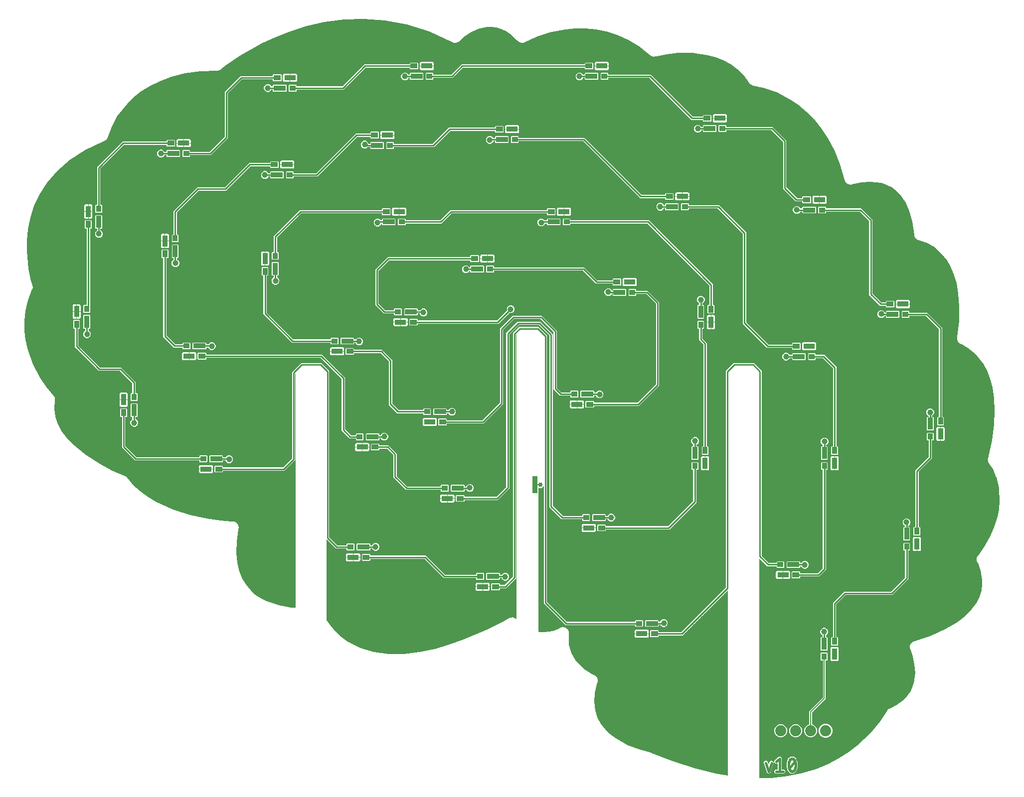
<source format=gtl>
G04 EAGLE Gerber RS-274X export*
G75*
%MOMM*%
%FSLAX34Y34*%
%LPD*%
%INTop Copper*%
%IPPOS*%
%AMOC8*
5,1,8,0,0,1.08239X$1,22.5*%
G01*
%ADD10C,0.381000*%
%ADD11C,1.879600*%
%ADD12R,0.850000X1.900000*%
%ADD13R,0.850000X1.000000*%
%ADD14R,0.850000X1.150000*%
%ADD15R,0.850000X2.000000*%
%ADD16R,1.900000X0.850000*%
%ADD17R,1.000000X0.850000*%
%ADD18R,1.150000X0.850000*%
%ADD19R,2.000000X0.850000*%
%ADD20R,0.900000X3.000000*%
%ADD21C,0.254000*%
%ADD22C,1.006400*%
%ADD23C,0.152400*%
%ADD24C,0.756400*%

G36*
X1280813Y16221D02*
X1280813Y16221D01*
X1280819Y16224D01*
X1280825Y16222D01*
X1308558Y19143D01*
X1308563Y19146D01*
X1308569Y19145D01*
X1333859Y24308D01*
X1333864Y24312D01*
X1333870Y24311D01*
X1356812Y31345D01*
X1356817Y31349D01*
X1356823Y31349D01*
X1377511Y39890D01*
X1377515Y39894D01*
X1377521Y39894D01*
X1396042Y49582D01*
X1396045Y49586D01*
X1396051Y49587D01*
X1412483Y60064D01*
X1412486Y60069D01*
X1412491Y60070D01*
X1426773Y70876D01*
X1426776Y70881D01*
X1426783Y70884D01*
X1449992Y92688D01*
X1449995Y92695D01*
X1450002Y92700D01*
X1465694Y111612D01*
X1465696Y111620D01*
X1465703Y111625D01*
X1477181Y129517D01*
X1477183Y129532D01*
X1477194Y129546D01*
X1477419Y130231D01*
X1478279Y131231D01*
X1478281Y131238D01*
X1478282Y131239D01*
X1478283Y131240D01*
X1478289Y131245D01*
X1479001Y132354D01*
X1479593Y132766D01*
X1479601Y132779D01*
X1479616Y132787D01*
X1480087Y133335D01*
X1481263Y133929D01*
X1481268Y133936D01*
X1481278Y133938D01*
X1482360Y134691D01*
X1483065Y134845D01*
X1483077Y134853D01*
X1483094Y134855D01*
X1494532Y140638D01*
X1494538Y140645D01*
X1494548Y140648D01*
X1504055Y147370D01*
X1504060Y147379D01*
X1504070Y147383D01*
X1511410Y154578D01*
X1511414Y154587D01*
X1511423Y154593D01*
X1516930Y162144D01*
X1516932Y162153D01*
X1516941Y162161D01*
X1520902Y169994D01*
X1520903Y170003D01*
X1520910Y170012D01*
X1523459Y177773D01*
X1523458Y177784D01*
X1523465Y177796D01*
X1525558Y194453D01*
X1525555Y194465D01*
X1525559Y194478D01*
X1524390Y209825D01*
X1524386Y209832D01*
X1524387Y209842D01*
X1521531Y222575D01*
X1521527Y222582D01*
X1521527Y222590D01*
X1517731Y233171D01*
X1517717Y233186D01*
X1517707Y233211D01*
X1517679Y233243D01*
X1517033Y235116D01*
X1517032Y235117D01*
X1517032Y235118D01*
X1516364Y236982D01*
X1516366Y237025D01*
X1516358Y237045D01*
X1516359Y237071D01*
X1516345Y237112D01*
X1516465Y239089D01*
X1516465Y239090D01*
X1516465Y239091D01*
X1516561Y241069D01*
X1516579Y241108D01*
X1516580Y241129D01*
X1516591Y241154D01*
X1516593Y241196D01*
X1517461Y242977D01*
X1517462Y242978D01*
X1518307Y244770D01*
X1518339Y244799D01*
X1518341Y244802D01*
X1518344Y244803D01*
X1518350Y244820D01*
X1518367Y244836D01*
X1518386Y244874D01*
X1519870Y246188D01*
X1519870Y246189D01*
X1519871Y246189D01*
X1521337Y247520D01*
X1521377Y247535D01*
X1521393Y247549D01*
X1521418Y247559D01*
X1521450Y247587D01*
X1523322Y248233D01*
X1523323Y248233D01*
X1523324Y248233D01*
X1525189Y248902D01*
X1525231Y248900D01*
X1525251Y248907D01*
X1525278Y248907D01*
X1552649Y258343D01*
X1552653Y258346D01*
X1552660Y258347D01*
X1576436Y269017D01*
X1576441Y269021D01*
X1576448Y269023D01*
X1595547Y280147D01*
X1595551Y280153D01*
X1595560Y280155D01*
X1610446Y291478D01*
X1610450Y291485D01*
X1610459Y291489D01*
X1610490Y291521D01*
X1610613Y291645D01*
X1610736Y291770D01*
X1610859Y291894D01*
X1610982Y292018D01*
X1611105Y292142D01*
X1611228Y292267D01*
X1611351Y292391D01*
X1611474Y292515D01*
X1611597Y292639D01*
X1611720Y292764D01*
X1611843Y292888D01*
X1611966Y293012D01*
X1612089Y293136D01*
X1612212Y293261D01*
X1612335Y293385D01*
X1612458Y293509D01*
X1612581Y293633D01*
X1612704Y293758D01*
X1612827Y293882D01*
X1612950Y294006D01*
X1613073Y294130D01*
X1613196Y294255D01*
X1613319Y294379D01*
X1613442Y294503D01*
X1613565Y294627D01*
X1613688Y294752D01*
X1613811Y294876D01*
X1613934Y295000D01*
X1614057Y295124D01*
X1614058Y295124D01*
X1614180Y295249D01*
X1614181Y295249D01*
X1614303Y295373D01*
X1614304Y295373D01*
X1614426Y295497D01*
X1614427Y295497D01*
X1614549Y295621D01*
X1614550Y295621D01*
X1614673Y295746D01*
X1614796Y295870D01*
X1614919Y295994D01*
X1615042Y296118D01*
X1615165Y296243D01*
X1615288Y296367D01*
X1615411Y296491D01*
X1615534Y296615D01*
X1615657Y296740D01*
X1615780Y296864D01*
X1615903Y296988D01*
X1616026Y297112D01*
X1616149Y297237D01*
X1616272Y297361D01*
X1616395Y297485D01*
X1616518Y297609D01*
X1616641Y297734D01*
X1616764Y297858D01*
X1616887Y297982D01*
X1617010Y298106D01*
X1617133Y298231D01*
X1617256Y298355D01*
X1617379Y298479D01*
X1617502Y298603D01*
X1617625Y298728D01*
X1617748Y298852D01*
X1617871Y298976D01*
X1617994Y299100D01*
X1618117Y299225D01*
X1618240Y299349D01*
X1618363Y299473D01*
X1618486Y299597D01*
X1618609Y299722D01*
X1618732Y299846D01*
X1618855Y299970D01*
X1618978Y300094D01*
X1619101Y300219D01*
X1619224Y300343D01*
X1619347Y300467D01*
X1619470Y300591D01*
X1619593Y300716D01*
X1619716Y300840D01*
X1619839Y300964D01*
X1619962Y301088D01*
X1620085Y301213D01*
X1620208Y301337D01*
X1620331Y301461D01*
X1620454Y301585D01*
X1620577Y301710D01*
X1620700Y301834D01*
X1620823Y301958D01*
X1620946Y302082D01*
X1621069Y302207D01*
X1621192Y302331D01*
X1621315Y302455D01*
X1621438Y302579D01*
X1621439Y302579D01*
X1621561Y302704D01*
X1621562Y302704D01*
X1621629Y302771D01*
X1621632Y302780D01*
X1621641Y302786D01*
X1629621Y313830D01*
X1629624Y313839D01*
X1629632Y313847D01*
X1634949Y324514D01*
X1634950Y324524D01*
X1634957Y324533D01*
X1638097Y334732D01*
X1638096Y334742D01*
X1638101Y334751D01*
X1639489Y344399D01*
X1639486Y344407D01*
X1639490Y344417D01*
X1639500Y353132D01*
X1639496Y353142D01*
X1639498Y353154D01*
X1636760Y368772D01*
X1636754Y368781D01*
X1636754Y368794D01*
X1632969Y379001D01*
X1632963Y379006D01*
X1632962Y379015D01*
X1631302Y382232D01*
X1631297Y382237D01*
X1631295Y382244D01*
X1630471Y383497D01*
X1630371Y384025D01*
X1630361Y384038D01*
X1630359Y384058D01*
X1630112Y384536D01*
X1629987Y386030D01*
X1629984Y386036D01*
X1629985Y386043D01*
X1629704Y387516D01*
X1629813Y388042D01*
X1629809Y388059D01*
X1629815Y388078D01*
X1629770Y388614D01*
X1630226Y390042D01*
X1630225Y390048D01*
X1630229Y390055D01*
X1630533Y391523D01*
X1630835Y391968D01*
X1630838Y391984D01*
X1630850Y392000D01*
X1631014Y392512D01*
X1631982Y393657D01*
X1631983Y393663D01*
X1631989Y393667D01*
X1644089Y411479D01*
X1644090Y411485D01*
X1644095Y411489D01*
X1653467Y428455D01*
X1653468Y428461D01*
X1653473Y428466D01*
X1660362Y444460D01*
X1660362Y444466D01*
X1660367Y444472D01*
X1665074Y459463D01*
X1665074Y459469D01*
X1665078Y459476D01*
X1667898Y473440D01*
X1667897Y473446D01*
X1667900Y473453D01*
X1669095Y486127D01*
X1669092Y486136D01*
X1669095Y486146D01*
X1667792Y509082D01*
X1667787Y509092D01*
X1667788Y509104D01*
X1663274Y527283D01*
X1663269Y527290D01*
X1663268Y527302D01*
X1657633Y540540D01*
X1657626Y540546D01*
X1657624Y540557D01*
X1650397Y552127D01*
X1650397Y552128D01*
X1649323Y553814D01*
X1649319Y553837D01*
X1649307Y553854D01*
X1649302Y553881D01*
X1649290Y553901D01*
X1648960Y555875D01*
X1648960Y555876D01*
X1648613Y557843D01*
X1648618Y557866D01*
X1648616Y557878D01*
X1648617Y557880D01*
X1648614Y557885D01*
X1648614Y557887D01*
X1648619Y557913D01*
X1648615Y557937D01*
X1649066Y559888D01*
X1649066Y559889D01*
X1655782Y590177D01*
X1655781Y590182D01*
X1655784Y590187D01*
X1659505Y616946D01*
X1659503Y616952D01*
X1659506Y616957D01*
X1660676Y640661D01*
X1660674Y640667D01*
X1660676Y640673D01*
X1659670Y661489D01*
X1659667Y661495D01*
X1659669Y661502D01*
X1656861Y679610D01*
X1656857Y679616D01*
X1656858Y679624D01*
X1652613Y695216D01*
X1652609Y695222D01*
X1652608Y695230D01*
X1647278Y708509D01*
X1647273Y708514D01*
X1647272Y708522D01*
X1641320Y719452D01*
X1641312Y719458D01*
X1641309Y719469D01*
X1627957Y736491D01*
X1627946Y736497D01*
X1627939Y736509D01*
X1615573Y746955D01*
X1615564Y746958D01*
X1615556Y746967D01*
X1606514Y752296D01*
X1606506Y752297D01*
X1606500Y752303D01*
X1604474Y753178D01*
X1604456Y753178D01*
X1604437Y753187D01*
X1603975Y753237D01*
X1602596Y753988D01*
X1602590Y753988D01*
X1602585Y753993D01*
X1601144Y754615D01*
X1600820Y754949D01*
X1600804Y754955D01*
X1600790Y754971D01*
X1600381Y755194D01*
X1599395Y756415D01*
X1599390Y756418D01*
X1599387Y756424D01*
X1598293Y757550D01*
X1598121Y757983D01*
X1598109Y757995D01*
X1598103Y758015D01*
X1597810Y758377D01*
X1597366Y759883D01*
X1597363Y759887D01*
X1597363Y759894D01*
X1596783Y761353D01*
X1596790Y761819D01*
X1596783Y761835D01*
X1596785Y761856D01*
X1596653Y762302D01*
X1596819Y763863D01*
X1596818Y763869D01*
X1596820Y763875D01*
X1596843Y765445D01*
X1597028Y765872D01*
X1597028Y765889D01*
X1597037Y765908D01*
X1599896Y792768D01*
X1599895Y792773D01*
X1599897Y792779D01*
X1600442Y817425D01*
X1600440Y817431D01*
X1600442Y817437D01*
X1598894Y838884D01*
X1598891Y838889D01*
X1598892Y838897D01*
X1595599Y857358D01*
X1595596Y857363D01*
X1595596Y857371D01*
X1590904Y873078D01*
X1590899Y873083D01*
X1590898Y873092D01*
X1585137Y886290D01*
X1585131Y886295D01*
X1585130Y886304D01*
X1578611Y897248D01*
X1578605Y897252D01*
X1578602Y897261D01*
X1571792Y905975D01*
X1571783Y905980D01*
X1571777Y905991D01*
X1557213Y919021D01*
X1557201Y919025D01*
X1557192Y919036D01*
X1544446Y926281D01*
X1544434Y926282D01*
X1544423Y926291D01*
X1530973Y930628D01*
X1530969Y930628D01*
X1530966Y930631D01*
X1529294Y931058D01*
X1529049Y931242D01*
X1529031Y931246D01*
X1529013Y931261D01*
X1528721Y931355D01*
X1527406Y932473D01*
X1527403Y932474D01*
X1527400Y932478D01*
X1526019Y933513D01*
X1525864Y933776D01*
X1525848Y933787D01*
X1525837Y933807D01*
X1525604Y934005D01*
X1524817Y935541D01*
X1524814Y935544D01*
X1524813Y935548D01*
X1523934Y937033D01*
X1523890Y937336D01*
X1523881Y937352D01*
X1523878Y937375D01*
X1523738Y937647D01*
X1523599Y939368D01*
X1523597Y939371D01*
X1523598Y939375D01*
X1520459Y961302D01*
X1520455Y961308D01*
X1520456Y961317D01*
X1515621Y979173D01*
X1515616Y979179D01*
X1515616Y979189D01*
X1509423Y993539D01*
X1509416Y993546D01*
X1509413Y993557D01*
X1502207Y1004810D01*
X1502198Y1004816D01*
X1502194Y1004827D01*
X1494254Y1013434D01*
X1494244Y1013438D01*
X1494237Y1013449D01*
X1485759Y1019848D01*
X1485749Y1019850D01*
X1485741Y1019859D01*
X1476870Y1024419D01*
X1476860Y1024420D01*
X1476852Y1024427D01*
X1468025Y1027344D01*
X1468014Y1027343D01*
X1468002Y1027349D01*
X1449613Y1029715D01*
X1449601Y1029712D01*
X1449589Y1029716D01*
X1433952Y1028692D01*
X1433944Y1028687D01*
X1433933Y1028689D01*
X1418241Y1025102D01*
X1418238Y1025100D01*
X1418234Y1025101D01*
X1416568Y1024614D01*
X1416274Y1024646D01*
X1416256Y1024640D01*
X1416233Y1024643D01*
X1415944Y1024577D01*
X1414233Y1024868D01*
X1414230Y1024867D01*
X1414226Y1024869D01*
X1412500Y1025056D01*
X1412241Y1025199D01*
X1412222Y1025200D01*
X1412202Y1025212D01*
X1411910Y1025262D01*
X1410440Y1026184D01*
X1410436Y1026185D01*
X1410434Y1026188D01*
X1408912Y1027022D01*
X1408726Y1027253D01*
X1408719Y1027256D01*
X1408717Y1027261D01*
X1408707Y1027264D01*
X1408695Y1027280D01*
X1408445Y1027438D01*
X1407440Y1028853D01*
X1407437Y1028854D01*
X1407435Y1028858D01*
X1406348Y1030211D01*
X1406265Y1030496D01*
X1406253Y1030510D01*
X1406247Y1030533D01*
X1406076Y1030774D01*
X1405689Y1032466D01*
X1405687Y1032469D01*
X1405687Y1032473D01*
X1397853Y1059279D01*
X1397849Y1059284D01*
X1397849Y1059291D01*
X1388433Y1082737D01*
X1388429Y1082742D01*
X1388428Y1082749D01*
X1377692Y1103225D01*
X1377687Y1103229D01*
X1377686Y1103236D01*
X1365931Y1120966D01*
X1365926Y1120969D01*
X1365924Y1120976D01*
X1353443Y1136180D01*
X1353437Y1136183D01*
X1353434Y1136189D01*
X1340513Y1149079D01*
X1340507Y1149081D01*
X1340504Y1149087D01*
X1327426Y1159866D01*
X1327420Y1159868D01*
X1327417Y1159873D01*
X1314624Y1168627D01*
X1314617Y1168629D01*
X1314612Y1168635D01*
X1290065Y1181459D01*
X1290057Y1181459D01*
X1290050Y1181466D01*
X1269919Y1188669D01*
X1269911Y1188669D01*
X1269903Y1188674D01*
X1250730Y1192747D01*
X1250726Y1192746D01*
X1250723Y1192748D01*
X1249009Y1193006D01*
X1248753Y1193160D01*
X1248735Y1193163D01*
X1248715Y1193175D01*
X1248423Y1193237D01*
X1246995Y1194219D01*
X1246991Y1194219D01*
X1246988Y1194223D01*
X1245503Y1195117D01*
X1245326Y1195357D01*
X1245316Y1195363D01*
X1245312Y1195371D01*
X1245305Y1195374D01*
X1245296Y1195386D01*
X1245050Y1195555D01*
X1244106Y1197008D01*
X1244103Y1197010D01*
X1244102Y1197014D01*
X1234279Y1210314D01*
X1234271Y1210319D01*
X1234266Y1210328D01*
X1223612Y1220921D01*
X1223604Y1220924D01*
X1223598Y1220933D01*
X1212018Y1229470D01*
X1212010Y1229472D01*
X1212004Y1229479D01*
X1199679Y1236187D01*
X1199671Y1236188D01*
X1199665Y1236194D01*
X1186800Y1241266D01*
X1186793Y1241266D01*
X1186787Y1241270D01*
X1173813Y1244828D01*
X1173805Y1244827D01*
X1173796Y1244832D01*
X1147306Y1248422D01*
X1147298Y1248420D01*
X1147289Y1248423D01*
X1123092Y1248331D01*
X1123086Y1248329D01*
X1123079Y1248330D01*
X1103231Y1246209D01*
X1103226Y1246206D01*
X1103220Y1246207D01*
X1086024Y1242748D01*
X1086009Y1242738D01*
X1085987Y1242735D01*
X1085637Y1242538D01*
X1084016Y1242344D01*
X1084012Y1242341D01*
X1084006Y1242342D01*
X1082406Y1242020D01*
X1082012Y1242098D01*
X1081994Y1242094D01*
X1081973Y1242099D01*
X1081574Y1242052D01*
X1080002Y1242493D01*
X1079997Y1242492D01*
X1079993Y1242495D01*
X1078391Y1242810D01*
X1078056Y1243032D01*
X1078039Y1243036D01*
X1078021Y1243049D01*
X1077634Y1243157D01*
X1076351Y1244166D01*
X1076346Y1244167D01*
X1076343Y1244172D01*
X1074983Y1245076D01*
X1074760Y1245409D01*
X1074745Y1245419D01*
X1074733Y1245438D01*
X1056864Y1259487D01*
X1056856Y1259489D01*
X1056851Y1259495D01*
X1038088Y1270864D01*
X1038080Y1270865D01*
X1038074Y1270871D01*
X1019381Y1279288D01*
X1019374Y1279288D01*
X1019368Y1279293D01*
X1000894Y1285103D01*
X1000887Y1285103D01*
X1000881Y1285107D01*
X982780Y1288639D01*
X982774Y1288637D01*
X982768Y1288640D01*
X965208Y1290208D01*
X965202Y1290206D01*
X965196Y1290208D01*
X948358Y1290120D01*
X948353Y1290118D01*
X948347Y1290120D01*
X932591Y1288701D01*
X932585Y1288698D01*
X932578Y1288699D01*
X904084Y1283006D01*
X904078Y1283002D01*
X904069Y1283003D01*
X882034Y1275814D01*
X882029Y1275810D01*
X882022Y1275809D01*
X863927Y1267611D01*
X863912Y1267595D01*
X863888Y1267584D01*
X863872Y1267567D01*
X862043Y1266758D01*
X862042Y1266757D01*
X860220Y1265932D01*
X860197Y1265931D01*
X860178Y1265922D01*
X860151Y1265921D01*
X860130Y1265911D01*
X858130Y1265864D01*
X858129Y1265863D01*
X858129Y1265864D01*
X856131Y1265798D01*
X856109Y1265806D01*
X856088Y1265805D01*
X856062Y1265814D01*
X856039Y1265814D01*
X854174Y1266535D01*
X854173Y1266535D01*
X852301Y1267240D01*
X852284Y1267256D01*
X852264Y1267263D01*
X852244Y1267281D01*
X852223Y1267289D01*
X850776Y1268669D01*
X850775Y1268669D01*
X849315Y1270037D01*
X849305Y1270058D01*
X849289Y1270072D01*
X849278Y1270097D01*
X840656Y1278317D01*
X840647Y1278320D01*
X840642Y1278328D01*
X831371Y1284940D01*
X831362Y1284942D01*
X831355Y1284950D01*
X822484Y1289376D01*
X822474Y1289377D01*
X822465Y1289384D01*
X813989Y1291984D01*
X813979Y1291983D01*
X813969Y1291988D01*
X805841Y1293072D01*
X805832Y1293069D01*
X805822Y1293073D01*
X798320Y1292893D01*
X798309Y1292888D01*
X798295Y1292890D01*
X783242Y1289418D01*
X783232Y1289411D01*
X783217Y1289409D01*
X770439Y1283386D01*
X770433Y1283379D01*
X770423Y1283377D01*
X760463Y1276647D01*
X760458Y1276640D01*
X760450Y1276637D01*
X751327Y1268551D01*
X751327Y1268550D01*
X751325Y1268549D01*
X749949Y1267254D01*
X749821Y1267205D01*
X749806Y1267191D01*
X749782Y1267182D01*
X749679Y1267091D01*
X747893Y1266474D01*
X747892Y1266473D01*
X747890Y1266473D01*
X746124Y1265803D01*
X745986Y1265807D01*
X745967Y1265800D01*
X745942Y1265800D01*
X745812Y1265755D01*
X743925Y1265869D01*
X743923Y1265868D01*
X743921Y1265869D01*
X742034Y1265926D01*
X741908Y1265982D01*
X741888Y1265983D01*
X741865Y1265993D01*
X741727Y1266001D01*
X740027Y1266829D01*
X740025Y1266829D01*
X740024Y1266830D01*
X700358Y1284677D01*
X700351Y1284677D01*
X700344Y1284682D01*
X662092Y1296690D01*
X662085Y1296689D01*
X662078Y1296694D01*
X625012Y1303695D01*
X625005Y1303693D01*
X624998Y1303697D01*
X589298Y1306323D01*
X589292Y1306320D01*
X589285Y1306323D01*
X555144Y1305190D01*
X555138Y1305188D01*
X555131Y1305189D01*
X522755Y1300909D01*
X522750Y1300906D01*
X522744Y1300907D01*
X492351Y1294088D01*
X492347Y1294085D01*
X492341Y1294085D01*
X464161Y1285340D01*
X464158Y1285337D01*
X464153Y1285337D01*
X438422Y1275285D01*
X438420Y1275282D01*
X438415Y1275282D01*
X415482Y1264596D01*
X415479Y1264593D01*
X415474Y1264592D01*
X378261Y1243493D01*
X378258Y1243489D01*
X378252Y1243487D01*
X354785Y1227286D01*
X354783Y1227283D01*
X354779Y1227281D01*
X347256Y1221329D01*
X347252Y1221321D01*
X347242Y1221316D01*
X346430Y1220426D01*
X345672Y1220072D01*
X345663Y1220061D01*
X345648Y1220056D01*
X344992Y1219538D01*
X343833Y1219209D01*
X343826Y1219202D01*
X343815Y1219202D01*
X342724Y1218691D01*
X341889Y1218653D01*
X341876Y1218647D01*
X341860Y1218648D01*
X341056Y1218420D01*
X339859Y1218559D01*
X339850Y1218556D01*
X339839Y1218560D01*
X311326Y1217267D01*
X311320Y1217264D01*
X311314Y1217266D01*
X285589Y1213587D01*
X285584Y1213584D01*
X285577Y1213585D01*
X262826Y1207904D01*
X262821Y1207900D01*
X262813Y1207900D01*
X242837Y1200576D01*
X242833Y1200571D01*
X242825Y1200571D01*
X225424Y1191948D01*
X225420Y1191943D01*
X225412Y1191942D01*
X210390Y1182355D01*
X210386Y1182350D01*
X210379Y1182348D01*
X197547Y1172123D01*
X197544Y1172117D01*
X197538Y1172114D01*
X186873Y1161722D01*
X186870Y1161714D01*
X186862Y1161709D01*
X170458Y1140766D01*
X170456Y1140757D01*
X170447Y1140750D01*
X160455Y1122838D01*
X160454Y1122829D01*
X160447Y1122821D01*
X153702Y1104811D01*
X153702Y1104809D01*
X153701Y1104808D01*
X153051Y1102970D01*
X153001Y1102915D01*
X152994Y1102895D01*
X152977Y1102875D01*
X152951Y1102805D01*
X152943Y1102797D01*
X152827Y1102673D01*
X152711Y1102548D01*
X152595Y1102424D01*
X152479Y1102300D01*
X152363Y1102176D01*
X152247Y1102051D01*
X152131Y1101927D01*
X152015Y1101803D01*
X151899Y1101679D01*
X151783Y1101554D01*
X151667Y1101430D01*
X151619Y1101379D01*
X151619Y1101378D01*
X151618Y1101378D01*
X150314Y1099928D01*
X150246Y1099896D01*
X150233Y1099880D01*
X150209Y1099869D01*
X150159Y1099815D01*
X150158Y1099814D01*
X148383Y1099007D01*
X148383Y1099006D01*
X148381Y1099006D01*
X116083Y1083586D01*
X116078Y1083580D01*
X116069Y1083578D01*
X89761Y1066610D01*
X89756Y1066603D01*
X89747Y1066599D01*
X68434Y1048276D01*
X68430Y1048268D01*
X68421Y1048264D01*
X51560Y1028962D01*
X51558Y1028954D01*
X51550Y1028948D01*
X38616Y1009014D01*
X38614Y1009006D01*
X38608Y1008999D01*
X29111Y988765D01*
X29110Y988757D01*
X29105Y988750D01*
X22589Y968558D01*
X22589Y968551D01*
X22585Y968544D01*
X18615Y948757D01*
X18616Y948751D01*
X18613Y948745D01*
X16761Y929752D01*
X16763Y929747D01*
X16760Y929741D01*
X16599Y912114D01*
X16600Y912110D01*
X16599Y912106D01*
X16600Y912104D01*
X16599Y912101D01*
X19603Y881584D01*
X19606Y881578D01*
X19605Y881570D01*
X24004Y861144D01*
X24007Y861140D01*
X24007Y861134D01*
X26052Y854336D01*
X26057Y854330D01*
X26058Y854321D01*
X26614Y853099D01*
X26638Y852403D01*
X26645Y852389D01*
X26644Y852371D01*
X26845Y851704D01*
X26710Y850368D01*
X26712Y850360D01*
X26710Y850354D01*
X26710Y850353D01*
X26709Y850351D01*
X26756Y849009D01*
X26511Y848357D01*
X26512Y848342D01*
X26504Y848326D01*
X26434Y847632D01*
X25799Y846450D01*
X25798Y846442D01*
X25792Y846435D01*
X18897Y828014D01*
X18897Y828006D01*
X18892Y827999D01*
X14607Y810148D01*
X14608Y810140D01*
X14604Y810133D01*
X12629Y792961D01*
X12631Y792955D01*
X12629Y792950D01*
X12628Y792947D01*
X12656Y776498D01*
X12658Y776492D01*
X12656Y776484D01*
X14394Y760815D01*
X14397Y760810D01*
X14396Y760803D01*
X17515Y746187D01*
X17519Y746180D01*
X17519Y746171D01*
X27036Y719215D01*
X27042Y719209D01*
X27043Y719199D01*
X38632Y697067D01*
X38637Y697063D01*
X38639Y697055D01*
X49882Y680413D01*
X49888Y680410D01*
X49890Y680403D01*
X62083Y665879D01*
X62083Y665878D01*
X63389Y664337D01*
X63401Y664323D01*
X63403Y664321D01*
X63412Y664295D01*
X64021Y662366D01*
X64021Y662365D01*
X64638Y660441D01*
X64644Y660422D01*
X64645Y660420D01*
X64643Y660393D01*
X64644Y660392D01*
X64468Y658377D01*
X63241Y643522D01*
X63245Y643510D01*
X63242Y643496D01*
X64923Y630479D01*
X64929Y630469D01*
X64928Y630455D01*
X69106Y618019D01*
X69113Y618011D01*
X69114Y618000D01*
X75525Y606085D01*
X75532Y606079D01*
X75534Y606070D01*
X83877Y594728D01*
X83883Y594725D01*
X83886Y594717D01*
X93663Y584190D01*
X93670Y584186D01*
X93675Y584178D01*
X116722Y565058D01*
X116729Y565056D01*
X116734Y565049D01*
X140652Y549771D01*
X140657Y549771D01*
X140661Y549766D01*
X162024Y538578D01*
X162029Y538578D01*
X162032Y538574D01*
X182076Y529887D01*
X182094Y529887D01*
X182114Y529877D01*
X182518Y529838D01*
X183955Y529073D01*
X183960Y529073D01*
X183964Y529069D01*
X185458Y528421D01*
X185741Y528130D01*
X185757Y528123D01*
X185771Y528106D01*
X186130Y527916D01*
X187165Y526658D01*
X187170Y526656D01*
X187172Y526651D01*
X188304Y525481D01*
X188453Y525104D01*
X188466Y525091D01*
X188473Y525070D01*
X197659Y513917D01*
X197666Y513914D01*
X197670Y513905D01*
X209016Y503343D01*
X209022Y503341D01*
X209027Y503334D01*
X221727Y493971D01*
X221733Y493969D01*
X221737Y493964D01*
X235348Y485845D01*
X235355Y485844D01*
X235361Y485838D01*
X265052Y472562D01*
X265060Y472562D01*
X265066Y472557D01*
X294964Y463280D01*
X294969Y463280D01*
X294974Y463277D01*
X322682Y457284D01*
X322686Y457284D01*
X322690Y457282D01*
X345542Y453903D01*
X345546Y453904D01*
X345550Y453902D01*
X365280Y452202D01*
X365298Y452208D01*
X365322Y452206D01*
X365537Y452263D01*
X367329Y452026D01*
X367331Y452026D01*
X367334Y452025D01*
X369135Y451870D01*
X369332Y451768D01*
X369352Y451766D01*
X369373Y451755D01*
X369593Y451726D01*
X371158Y450820D01*
X371161Y450820D01*
X371163Y450818D01*
X372767Y449985D01*
X372910Y449815D01*
X372916Y449812D01*
X372918Y449808D01*
X372930Y449804D01*
X372943Y449788D01*
X373135Y449677D01*
X374235Y448242D01*
X374237Y448240D01*
X374238Y448237D01*
X375402Y446854D01*
X375469Y446643D01*
X375482Y446628D01*
X375489Y446605D01*
X375624Y446428D01*
X376090Y444681D01*
X376092Y444679D01*
X376092Y444676D01*
X376637Y442953D01*
X376618Y442732D01*
X376625Y442714D01*
X376622Y442689D01*
X376679Y442475D01*
X376442Y440683D01*
X376443Y440680D01*
X376441Y440677D01*
X376286Y438876D01*
X376184Y438679D01*
X376183Y438660D01*
X376171Y438638D01*
X373438Y418004D01*
X373439Y417998D01*
X373437Y417991D01*
X372938Y398677D01*
X372941Y398670D01*
X372938Y398662D01*
X374554Y381853D01*
X374558Y381845D01*
X374556Y381836D01*
X377988Y367345D01*
X377994Y367338D01*
X377994Y367327D01*
X382966Y354930D01*
X382973Y354923D01*
X382975Y354913D01*
X389256Y344362D01*
X389263Y344356D01*
X389267Y344346D01*
X396674Y335405D01*
X396682Y335401D01*
X396686Y335392D01*
X405067Y327868D01*
X405074Y327865D01*
X405080Y327857D01*
X414278Y321602D01*
X414285Y321601D01*
X414291Y321594D01*
X423924Y316602D01*
X423933Y316602D01*
X423941Y316595D01*
X444951Y309381D01*
X444960Y309381D01*
X444969Y309376D01*
X465491Y305682D01*
X465498Y305684D01*
X465505Y305680D01*
X473157Y305175D01*
X473164Y305177D01*
X473171Y305175D01*
X473209Y305193D01*
X473250Y305207D01*
X473253Y305214D01*
X473259Y305217D01*
X473284Y305284D01*
X473290Y305296D01*
X473289Y305297D01*
X473290Y305299D01*
X473290Y704041D01*
X473289Y704042D01*
X473290Y704043D01*
X473270Y704086D01*
X473251Y704130D01*
X473250Y704131D01*
X473249Y704132D01*
X473205Y704148D01*
X473160Y704165D01*
X473159Y704164D01*
X473157Y704165D01*
X473078Y704128D01*
X472731Y703782D01*
X472729Y703778D01*
X472725Y703776D01*
X472695Y703694D01*
X472695Y556626D01*
X454524Y538455D01*
X350149Y538455D01*
X350146Y538454D01*
X350143Y538455D01*
X350102Y538435D01*
X350059Y538417D01*
X350058Y538414D01*
X350055Y538413D01*
X350025Y538331D01*
X350025Y536368D01*
X349132Y535475D01*
X336368Y535475D01*
X335475Y536368D01*
X335475Y546132D01*
X336368Y547025D01*
X349132Y547025D01*
X350025Y546132D01*
X350025Y544169D01*
X350026Y544166D01*
X350025Y544163D01*
X350045Y544122D01*
X350063Y544079D01*
X350066Y544078D01*
X350067Y544075D01*
X350149Y544045D01*
X452157Y544045D01*
X452161Y544046D01*
X452165Y544045D01*
X452245Y544081D01*
X467069Y558905D01*
X467069Y558907D01*
X467071Y558907D01*
X467072Y558910D01*
X467075Y558911D01*
X467105Y558993D01*
X467105Y706061D01*
X482458Y721413D01*
X516951Y721413D01*
X518625Y719740D01*
X528510Y709855D01*
X530183Y708181D01*
X530183Y425389D01*
X530185Y425385D01*
X530184Y425381D01*
X530220Y425301D01*
X543940Y411581D01*
X543944Y411579D01*
X543946Y411575D01*
X544028Y411545D01*
X559851Y411545D01*
X559854Y411546D01*
X559857Y411545D01*
X559898Y411565D01*
X559941Y411583D01*
X559942Y411586D01*
X559945Y411587D01*
X559975Y411669D01*
X559975Y413632D01*
X560868Y414525D01*
X572132Y414525D01*
X573025Y413632D01*
X573025Y403868D01*
X572132Y402975D01*
X560868Y402975D01*
X559975Y403868D01*
X559975Y405831D01*
X559974Y405834D01*
X559975Y405837D01*
X559955Y405878D01*
X559937Y405921D01*
X559934Y405922D01*
X559933Y405925D01*
X559851Y405955D01*
X541661Y405955D01*
X539987Y407629D01*
X526331Y421285D01*
X526330Y421285D01*
X526329Y421287D01*
X526284Y421304D01*
X526241Y421321D01*
X526239Y421321D01*
X526238Y421321D01*
X526195Y421300D01*
X526152Y421281D01*
X526151Y421279D01*
X526150Y421279D01*
X526119Y421197D01*
X526119Y284414D01*
X526130Y284390D01*
X526141Y284343D01*
X532793Y274717D01*
X532798Y274713D01*
X532801Y274706D01*
X541665Y264409D01*
X541671Y264406D01*
X541674Y264399D01*
X551151Y255556D01*
X551157Y255553D01*
X551162Y255547D01*
X560994Y248211D01*
X561003Y248209D01*
X561010Y248201D01*
X582944Y236733D01*
X582955Y236732D01*
X582966Y236724D01*
X606481Y229777D01*
X606491Y229779D01*
X606501Y229773D01*
X631450Y226701D01*
X631458Y226703D01*
X631467Y226700D01*
X657326Y227008D01*
X657332Y227011D01*
X657340Y227009D01*
X683522Y230167D01*
X683527Y230170D01*
X683533Y230169D01*
X709431Y235607D01*
X709435Y235610D01*
X709440Y235609D01*
X734450Y242731D01*
X734452Y242733D01*
X734456Y242733D01*
X757888Y250892D01*
X757891Y250895D01*
X757895Y250895D01*
X798279Y268053D01*
X798282Y268056D01*
X798287Y268057D01*
X825651Y281940D01*
X825653Y281942D01*
X825656Y281942D01*
X835688Y287632D01*
X835689Y287632D01*
X837413Y288634D01*
X837444Y288638D01*
X837462Y288649D01*
X837489Y288653D01*
X837516Y288669D01*
X839492Y288913D01*
X839493Y288914D01*
X839494Y288914D01*
X841469Y289179D01*
X841499Y289171D01*
X841520Y289174D01*
X841546Y289168D01*
X841577Y289172D01*
X843497Y288641D01*
X843498Y288641D01*
X845424Y288130D01*
X845449Y288111D01*
X845469Y288106D01*
X845491Y288090D01*
X845521Y288082D01*
X847091Y286858D01*
X847092Y286858D01*
X847092Y286857D01*
X848193Y286018D01*
X848234Y286007D01*
X848274Y285992D01*
X848280Y285995D01*
X848287Y285994D01*
X848323Y286016D01*
X848362Y286035D01*
X848364Y286042D01*
X848370Y286046D01*
X848375Y286071D01*
X848392Y286116D01*
X848392Y770191D01*
X848392Y770192D01*
X848392Y770194D01*
X848373Y770237D01*
X848354Y770281D01*
X848352Y770281D01*
X848352Y770283D01*
X848307Y770298D01*
X848262Y770315D01*
X848261Y770314D01*
X848260Y770315D01*
X848180Y770279D01*
X847922Y770021D01*
X847920Y770016D01*
X847916Y770015D01*
X847886Y769933D01*
X847886Y355669D01*
X830672Y338455D01*
X820149Y338455D01*
X820146Y338454D01*
X820143Y338455D01*
X820102Y338435D01*
X820059Y338417D01*
X820058Y338414D01*
X820055Y338413D01*
X820025Y338331D01*
X820025Y336368D01*
X819132Y335475D01*
X806368Y335475D01*
X805475Y336368D01*
X805475Y346132D01*
X806368Y347025D01*
X819132Y347025D01*
X820025Y346132D01*
X820025Y344169D01*
X820026Y344166D01*
X820025Y344163D01*
X820045Y344122D01*
X820063Y344079D01*
X820066Y344078D01*
X820067Y344075D01*
X820149Y344045D01*
X828305Y344045D01*
X828309Y344046D01*
X828313Y344045D01*
X828393Y344081D01*
X842260Y357948D01*
X842261Y357952D01*
X842266Y357954D01*
X842296Y358036D01*
X842296Y772300D01*
X852734Y782737D01*
X885960Y782737D01*
X900208Y768489D01*
X900208Y315376D01*
X900209Y315372D01*
X900208Y315368D01*
X900244Y315288D01*
X933951Y281581D01*
X933955Y281579D01*
X933957Y281575D01*
X934039Y281545D01*
X1049851Y281545D01*
X1049854Y281546D01*
X1049857Y281545D01*
X1049898Y281565D01*
X1049941Y281583D01*
X1049942Y281586D01*
X1049945Y281587D01*
X1049975Y281669D01*
X1049975Y283632D01*
X1050868Y284525D01*
X1062132Y284525D01*
X1063025Y283632D01*
X1063025Y273868D01*
X1062132Y272975D01*
X1050868Y272975D01*
X1049975Y273868D01*
X1049975Y275831D01*
X1049975Y275832D01*
X1049975Y275833D01*
X1049974Y275835D01*
X1049975Y275837D01*
X1049955Y275878D01*
X1049937Y275921D01*
X1049934Y275922D01*
X1049933Y275925D01*
X1049851Y275955D01*
X931672Y275955D01*
X894618Y313009D01*
X894618Y511909D01*
X894618Y511911D01*
X894618Y511912D01*
X894599Y511955D01*
X894580Y511999D01*
X894578Y512000D01*
X894578Y512001D01*
X894533Y512017D01*
X894488Y512034D01*
X894487Y512033D01*
X894486Y512033D01*
X894406Y511997D01*
X892906Y510497D01*
X892782Y510373D01*
X892658Y510249D01*
X892533Y510124D01*
X892409Y510000D01*
X892285Y509876D01*
X892161Y509752D01*
X892036Y509627D01*
X891912Y509503D01*
X891788Y509379D01*
X891664Y509255D01*
X891539Y509130D01*
X891452Y509043D01*
X887056Y509043D01*
X885839Y510260D01*
X885837Y510261D01*
X885837Y510262D01*
X885792Y510279D01*
X885748Y510297D01*
X885747Y510296D01*
X885745Y510297D01*
X885702Y510276D01*
X885659Y510256D01*
X885659Y510255D01*
X885657Y510254D01*
X885627Y510172D01*
X885627Y498756D01*
X885258Y498387D01*
X885256Y498383D01*
X885252Y498381D01*
X885222Y498299D01*
X885222Y265235D01*
X885236Y265201D01*
X885243Y265165D01*
X885255Y265157D01*
X885260Y265145D01*
X885284Y265136D01*
X885314Y265115D01*
X887924Y264427D01*
X887934Y264428D01*
X887945Y264423D01*
X896023Y263684D01*
X896036Y263688D01*
X896051Y263684D01*
X910050Y265571D01*
X910063Y265578D01*
X910080Y265579D01*
X918652Y269043D01*
X918660Y269050D01*
X918671Y269053D01*
X920587Y270238D01*
X920595Y270250D01*
X920611Y270257D01*
X920628Y270274D01*
X920749Y270399D01*
X920870Y270523D01*
X920991Y270647D01*
X921112Y270771D01*
X921146Y270807D01*
X922316Y271309D01*
X922322Y271316D01*
X922332Y271318D01*
X923414Y271987D01*
X924171Y272111D01*
X924184Y272118D01*
X924201Y272119D01*
X924906Y272422D01*
X926178Y272439D01*
X926187Y272442D01*
X926197Y272440D01*
X927453Y272645D01*
X928200Y272469D01*
X928214Y272471D01*
X928230Y272466D01*
X928997Y272476D01*
X930179Y272004D01*
X930188Y272004D01*
X930197Y271999D01*
X931436Y271707D01*
X932059Y271258D01*
X932073Y271255D01*
X932085Y271244D01*
X932798Y270959D01*
X933710Y270071D01*
X933718Y270068D01*
X933724Y270060D01*
X934757Y269316D01*
X935160Y268663D01*
X935172Y268655D01*
X935179Y268640D01*
X935729Y268104D01*
X936231Y266935D01*
X936238Y266929D01*
X936240Y266918D01*
X936910Y265836D01*
X937033Y265079D01*
X937041Y265067D01*
X937041Y265050D01*
X937344Y264345D01*
X937361Y263072D01*
X937365Y263064D01*
X937363Y263054D01*
X937567Y261798D01*
X937391Y261051D01*
X937393Y261038D01*
X937393Y261036D01*
X937393Y261035D01*
X937388Y261020D01*
X937621Y243213D01*
X937627Y243199D01*
X937626Y243182D01*
X941624Y228607D01*
X941633Y228596D01*
X941635Y228579D01*
X948239Y216688D01*
X948249Y216681D01*
X948253Y216667D01*
X956414Y207161D01*
X956422Y207156D01*
X956423Y207155D01*
X956427Y207148D01*
X956428Y207147D01*
X964985Y199931D01*
X964992Y199929D01*
X964997Y199922D01*
X972574Y195001D01*
X972581Y195000D01*
X972587Y194994D01*
X979562Y191527D01*
X979575Y191526D01*
X979588Y191518D01*
X980453Y191306D01*
X981380Y190625D01*
X981390Y190623D01*
X981398Y190614D01*
X982428Y190102D01*
X983014Y189431D01*
X983025Y189425D01*
X983034Y189412D01*
X983752Y188885D01*
X984348Y187902D01*
X984357Y187896D01*
X984361Y187884D01*
X985117Y187017D01*
X985400Y186173D01*
X985409Y186163D01*
X985412Y186148D01*
X985874Y185386D01*
X986048Y184249D01*
X986054Y184241D01*
X986053Y184229D01*
X986420Y183138D01*
X986359Y182250D01*
X986363Y182237D01*
X986360Y182222D01*
X986495Y181342D01*
X986221Y180225D01*
X986223Y180214D01*
X986218Y180204D01*
X986139Y179056D01*
X985743Y178258D01*
X985742Y178245D01*
X985733Y178233D01*
X981463Y160804D01*
X981465Y160794D01*
X981460Y160784D01*
X980332Y145128D01*
X980335Y145119D01*
X980332Y145111D01*
X980334Y145108D01*
X980333Y145104D01*
X981902Y131378D01*
X981908Y131369D01*
X981907Y131355D01*
X985723Y119269D01*
X985730Y119261D01*
X985731Y119248D01*
X991450Y108538D01*
X991458Y108532D01*
X991461Y108521D01*
X998790Y99018D01*
X998797Y99014D01*
X998802Y99005D01*
X1007427Y90633D01*
X1007434Y90630D01*
X1007439Y90623D01*
X1016830Y83477D01*
X1016838Y83475D01*
X1016844Y83467D01*
X1037329Y71975D01*
X1037338Y71974D01*
X1037345Y71967D01*
X1056017Y64624D01*
X1056024Y64624D01*
X1056031Y64619D01*
X1074166Y59761D01*
X1074182Y59763D01*
X1074201Y59757D01*
X1074773Y59768D01*
X1076137Y59234D01*
X1076144Y59234D01*
X1076150Y59230D01*
X1077566Y58850D01*
X1078020Y58502D01*
X1078036Y58498D01*
X1078050Y58485D01*
X1116063Y43602D01*
X1116067Y43602D01*
X1116071Y43599D01*
X1152754Y31954D01*
X1152758Y31954D01*
X1152762Y31952D01*
X1187097Y23667D01*
X1187101Y23667D01*
X1187106Y23665D01*
X1207476Y20344D01*
X1207489Y20347D01*
X1207501Y20343D01*
X1207535Y20359D01*
X1207571Y20368D01*
X1207577Y20379D01*
X1207589Y20385D01*
X1207606Y20429D01*
X1207619Y20452D01*
X1207617Y20459D01*
X1207620Y20467D01*
X1207620Y335132D01*
X1207619Y335133D01*
X1207620Y335135D01*
X1207601Y335177D01*
X1207582Y335222D01*
X1207580Y335222D01*
X1207580Y335224D01*
X1207535Y335239D01*
X1207490Y335256D01*
X1207489Y335255D01*
X1207487Y335256D01*
X1207408Y335220D01*
X1169845Y297657D01*
X1169721Y297533D01*
X1169597Y297408D01*
X1169473Y297284D01*
X1169348Y297160D01*
X1169224Y297036D01*
X1169100Y296911D01*
X1168976Y296787D01*
X1168851Y296663D01*
X1168727Y296539D01*
X1168603Y296414D01*
X1168479Y296290D01*
X1168354Y296166D01*
X1168230Y296042D01*
X1168106Y295917D01*
X1167982Y295793D01*
X1167857Y295669D01*
X1167733Y295545D01*
X1167609Y295420D01*
X1167485Y295296D01*
X1167360Y295172D01*
X1167236Y295048D01*
X1167112Y294923D01*
X1166988Y294799D01*
X1166863Y294675D01*
X1166739Y294551D01*
X1166615Y294426D01*
X1166491Y294302D01*
X1166366Y294178D01*
X1166242Y294054D01*
X1166118Y293929D01*
X1165994Y293805D01*
X1165869Y293681D01*
X1165745Y293557D01*
X1165621Y293432D01*
X1165497Y293308D01*
X1165372Y293184D01*
X1165248Y293060D01*
X1165124Y292935D01*
X1165000Y292811D01*
X1164875Y292687D01*
X1164751Y292563D01*
X1164627Y292438D01*
X1164503Y292314D01*
X1164378Y292190D01*
X1164254Y292066D01*
X1164130Y291941D01*
X1164006Y291817D01*
X1163881Y291693D01*
X1163757Y291569D01*
X1163633Y291444D01*
X1163509Y291320D01*
X1163384Y291196D01*
X1163260Y291072D01*
X1163136Y290947D01*
X1163012Y290823D01*
X1162887Y290699D01*
X1162763Y290575D01*
X1162639Y290450D01*
X1162515Y290326D01*
X1162390Y290202D01*
X1162266Y290078D01*
X1162142Y289953D01*
X1162018Y289829D01*
X1161893Y289705D01*
X1161769Y289581D01*
X1161645Y289456D01*
X1161521Y289332D01*
X1161396Y289208D01*
X1161272Y289084D01*
X1161148Y288959D01*
X1161024Y288835D01*
X1160899Y288711D01*
X1160775Y288587D01*
X1160651Y288462D01*
X1160527Y288338D01*
X1160402Y288214D01*
X1160278Y288090D01*
X1160154Y287965D01*
X1160030Y287841D01*
X1159905Y287717D01*
X1159781Y287593D01*
X1159657Y287468D01*
X1159533Y287344D01*
X1159408Y287220D01*
X1159284Y287096D01*
X1159160Y286971D01*
X1159036Y286847D01*
X1158911Y286723D01*
X1158787Y286599D01*
X1158663Y286474D01*
X1158539Y286350D01*
X1158414Y286226D01*
X1158290Y286102D01*
X1158166Y285977D01*
X1158042Y285853D01*
X1157917Y285729D01*
X1157793Y285605D01*
X1157669Y285480D01*
X1157545Y285356D01*
X1157420Y285232D01*
X1157296Y285108D01*
X1157172Y284983D01*
X1157048Y284859D01*
X1156923Y284735D01*
X1156799Y284611D01*
X1156675Y284486D01*
X1156551Y284362D01*
X1156426Y284238D01*
X1156302Y284114D01*
X1156178Y283989D01*
X1156054Y283865D01*
X1155929Y283741D01*
X1155805Y283617D01*
X1155681Y283492D01*
X1155557Y283368D01*
X1155432Y283244D01*
X1155308Y283120D01*
X1155184Y282995D01*
X1155060Y282871D01*
X1154935Y282747D01*
X1154811Y282623D01*
X1154687Y282498D01*
X1154563Y282374D01*
X1154438Y282250D01*
X1154314Y282126D01*
X1154190Y282001D01*
X1154066Y281877D01*
X1153941Y281753D01*
X1153817Y281629D01*
X1153693Y281504D01*
X1153569Y281380D01*
X1153444Y281256D01*
X1153320Y281132D01*
X1153196Y281007D01*
X1153072Y280883D01*
X1152947Y280759D01*
X1152823Y280635D01*
X1152699Y280510D01*
X1152575Y280386D01*
X1152450Y280262D01*
X1152326Y280138D01*
X1152202Y280013D01*
X1152078Y279889D01*
X1151953Y279765D01*
X1151829Y279641D01*
X1151705Y279516D01*
X1151581Y279392D01*
X1151456Y279268D01*
X1151332Y279144D01*
X1151208Y279019D01*
X1151084Y278895D01*
X1150959Y278771D01*
X1150835Y278647D01*
X1150711Y278522D01*
X1150587Y278398D01*
X1150462Y278274D01*
X1150338Y278150D01*
X1150214Y278025D01*
X1150090Y277901D01*
X1149965Y277777D01*
X1149841Y277653D01*
X1149717Y277528D01*
X1149593Y277404D01*
X1149468Y277280D01*
X1149344Y277156D01*
X1149220Y277031D01*
X1149096Y276907D01*
X1148971Y276783D01*
X1148847Y276659D01*
X1148723Y276534D01*
X1148599Y276410D01*
X1148474Y276286D01*
X1148350Y276162D01*
X1148226Y276037D01*
X1148102Y275913D01*
X1147977Y275789D01*
X1147853Y275665D01*
X1147729Y275540D01*
X1147605Y275416D01*
X1147480Y275292D01*
X1147356Y275168D01*
X1147232Y275043D01*
X1147108Y274919D01*
X1146983Y274795D01*
X1146859Y274671D01*
X1146735Y274546D01*
X1146611Y274422D01*
X1146486Y274298D01*
X1146362Y274174D01*
X1146238Y274049D01*
X1146114Y273925D01*
X1145989Y273801D01*
X1145865Y273677D01*
X1145741Y273552D01*
X1145617Y273428D01*
X1145492Y273304D01*
X1145368Y273180D01*
X1145244Y273055D01*
X1145120Y272931D01*
X1144995Y272807D01*
X1144871Y272683D01*
X1144747Y272558D01*
X1143007Y270819D01*
X1142883Y270695D01*
X1142759Y270570D01*
X1142635Y270446D01*
X1142634Y270446D01*
X1142510Y270322D01*
X1142386Y270198D01*
X1142262Y270073D01*
X1142138Y269949D01*
X1142137Y269949D01*
X1142013Y269825D01*
X1141889Y269701D01*
X1141765Y269576D01*
X1141641Y269452D01*
X1141640Y269452D01*
X1141516Y269328D01*
X1141392Y269204D01*
X1141268Y269079D01*
X1141144Y268955D01*
X1141143Y268955D01*
X1141019Y268831D01*
X1140895Y268707D01*
X1140771Y268582D01*
X1140647Y268458D01*
X1140646Y268458D01*
X1140522Y268334D01*
X1140398Y268210D01*
X1140274Y268085D01*
X1140150Y267961D01*
X1140149Y267961D01*
X1140025Y267837D01*
X1139901Y267713D01*
X1139777Y267588D01*
X1139653Y267464D01*
X1139652Y267464D01*
X1139528Y267340D01*
X1139404Y267216D01*
X1139280Y267091D01*
X1139156Y266967D01*
X1139155Y266967D01*
X1139031Y266843D01*
X1138907Y266719D01*
X1138783Y266594D01*
X1138659Y266470D01*
X1138658Y266470D01*
X1138534Y266346D01*
X1138410Y266222D01*
X1138286Y266097D01*
X1138162Y265973D01*
X1138161Y265973D01*
X1138037Y265849D01*
X1137913Y265725D01*
X1137789Y265600D01*
X1137665Y265476D01*
X1137664Y265476D01*
X1137540Y265352D01*
X1137416Y265228D01*
X1137292Y265103D01*
X1137168Y264979D01*
X1137167Y264979D01*
X1137043Y264855D01*
X1136919Y264731D01*
X1136795Y264606D01*
X1136671Y264482D01*
X1136670Y264482D01*
X1136546Y264358D01*
X1136422Y264234D01*
X1136298Y264109D01*
X1136174Y263985D01*
X1136173Y263985D01*
X1136049Y263861D01*
X1135925Y263737D01*
X1135801Y263612D01*
X1135677Y263488D01*
X1135676Y263488D01*
X1135552Y263364D01*
X1135428Y263240D01*
X1135304Y263115D01*
X1135180Y262991D01*
X1135179Y262991D01*
X1135055Y262867D01*
X1134931Y262743D01*
X1134807Y262618D01*
X1134683Y262494D01*
X1134682Y262494D01*
X1134558Y262370D01*
X1134434Y262246D01*
X1134310Y262121D01*
X1134186Y261997D01*
X1134185Y261997D01*
X1134061Y261873D01*
X1133937Y261749D01*
X1133813Y261624D01*
X1133689Y261500D01*
X1133688Y261500D01*
X1133564Y261376D01*
X1133440Y261252D01*
X1133316Y261127D01*
X1133192Y261003D01*
X1133191Y261003D01*
X1133067Y260879D01*
X1132943Y260755D01*
X1132819Y260630D01*
X1132695Y260506D01*
X1132694Y260506D01*
X1132570Y260382D01*
X1132446Y260258D01*
X1132322Y260133D01*
X1130644Y258455D01*
X1090149Y258455D01*
X1090146Y258454D01*
X1090143Y258455D01*
X1090102Y258435D01*
X1090059Y258417D01*
X1090058Y258414D01*
X1090055Y258413D01*
X1090025Y258331D01*
X1090025Y256368D01*
X1089132Y255475D01*
X1076368Y255475D01*
X1075475Y256368D01*
X1075475Y266132D01*
X1076368Y267025D01*
X1089132Y267025D01*
X1090025Y266132D01*
X1090025Y264169D01*
X1090026Y264166D01*
X1090025Y264163D01*
X1090045Y264122D01*
X1090063Y264079D01*
X1090066Y264078D01*
X1090067Y264075D01*
X1090149Y264045D01*
X1128277Y264045D01*
X1128281Y264046D01*
X1128285Y264045D01*
X1128365Y264081D01*
X1203520Y339236D01*
X1203521Y339240D01*
X1203525Y339242D01*
X1203556Y339324D01*
X1203556Y708181D01*
X1216788Y721413D01*
X1251282Y721413D01*
X1264514Y708181D01*
X1264514Y393792D01*
X1264515Y393788D01*
X1264514Y393784D01*
X1264550Y393704D01*
X1276673Y381581D01*
X1276677Y381579D01*
X1276679Y381575D01*
X1276761Y381545D01*
X1289851Y381545D01*
X1289854Y381546D01*
X1289857Y381545D01*
X1289898Y381565D01*
X1289941Y381583D01*
X1289942Y381586D01*
X1289945Y381587D01*
X1289975Y381669D01*
X1289975Y383632D01*
X1290868Y384525D01*
X1302132Y384525D01*
X1303025Y383632D01*
X1303025Y373868D01*
X1302132Y372975D01*
X1290868Y372975D01*
X1289975Y373868D01*
X1289975Y375831D01*
X1289974Y375834D01*
X1289975Y375837D01*
X1289955Y375878D01*
X1289937Y375921D01*
X1289934Y375922D01*
X1289933Y375925D01*
X1289851Y375955D01*
X1274394Y375955D01*
X1260662Y389688D01*
X1260660Y389689D01*
X1260660Y389690D01*
X1260615Y389707D01*
X1260571Y389724D01*
X1260570Y389724D01*
X1260568Y389724D01*
X1260525Y389704D01*
X1260482Y389684D01*
X1260482Y389683D01*
X1260480Y389682D01*
X1260450Y389600D01*
X1260450Y16145D01*
X1260451Y16141D01*
X1260450Y16138D01*
X1260470Y16097D01*
X1260488Y16055D01*
X1260491Y16054D01*
X1260493Y16050D01*
X1260575Y16021D01*
X1280813Y16221D01*
G37*
%LPC*%
G36*
X960868Y452975D02*
X960868Y452975D01*
X959975Y453868D01*
X959975Y455831D01*
X959974Y455834D01*
X959975Y455837D01*
X959955Y455878D01*
X959937Y455921D01*
X959934Y455922D01*
X959933Y455925D01*
X959851Y455955D01*
X924900Y455955D01*
X923227Y457629D01*
X905944Y474912D01*
X904270Y476585D01*
X904270Y768060D01*
X904268Y768064D01*
X904270Y768068D01*
X904234Y768148D01*
X886126Y786255D01*
X886122Y786257D01*
X886120Y786261D01*
X886038Y786292D01*
X852655Y786292D01*
X852651Y786290D01*
X852647Y786292D01*
X852568Y786255D01*
X836492Y770180D01*
X836490Y770176D01*
X836486Y770174D01*
X836456Y770092D01*
X836456Y508519D01*
X816392Y488455D01*
X760149Y488455D01*
X760146Y488454D01*
X760143Y488455D01*
X760102Y488435D01*
X760059Y488417D01*
X760058Y488414D01*
X760055Y488413D01*
X760025Y488331D01*
X760025Y486368D01*
X759132Y485475D01*
X746368Y485475D01*
X745475Y486368D01*
X745475Y496132D01*
X746368Y497025D01*
X759132Y497025D01*
X760025Y496132D01*
X760025Y494169D01*
X760026Y494166D01*
X760025Y494163D01*
X760045Y494122D01*
X760063Y494079D01*
X760066Y494078D01*
X760067Y494075D01*
X760149Y494045D01*
X814025Y494045D01*
X814029Y494046D01*
X814033Y494045D01*
X814113Y494081D01*
X830830Y510798D01*
X830831Y510802D01*
X830836Y510804D01*
X830866Y510886D01*
X830866Y772459D01*
X850289Y791881D01*
X888405Y791881D01*
X909860Y770427D01*
X909860Y478952D01*
X909861Y478948D01*
X909860Y478944D01*
X909896Y478864D01*
X927179Y461581D01*
X927183Y461579D01*
X927185Y461575D01*
X927267Y461545D01*
X959851Y461545D01*
X959854Y461546D01*
X959857Y461545D01*
X959898Y461565D01*
X959941Y461583D01*
X959942Y461586D01*
X959945Y461587D01*
X959975Y461669D01*
X959975Y463632D01*
X960868Y464525D01*
X972132Y464525D01*
X973025Y463632D01*
X973025Y453868D01*
X972132Y452975D01*
X960868Y452975D01*
G37*
%LPD*%
%LPC*%
G36*
X716368Y615475D02*
X716368Y615475D01*
X715475Y616368D01*
X715475Y626132D01*
X716368Y627025D01*
X729132Y627025D01*
X730025Y626132D01*
X730025Y624169D01*
X730026Y624166D01*
X730025Y624163D01*
X730045Y624122D01*
X730063Y624079D01*
X730066Y624078D01*
X730067Y624075D01*
X730149Y624045D01*
X790121Y624045D01*
X790125Y624046D01*
X790129Y624045D01*
X790209Y624081D01*
X820162Y654034D01*
X820163Y654038D01*
X820168Y654040D01*
X820198Y654122D01*
X820198Y780238D01*
X841747Y801787D01*
X891613Y801787D01*
X916972Y776428D01*
X916972Y679358D01*
X916973Y679354D01*
X916972Y679350D01*
X917008Y679270D01*
X924697Y671581D01*
X924701Y671579D01*
X924703Y671575D01*
X924785Y671545D01*
X939851Y671545D01*
X939854Y671546D01*
X939857Y671545D01*
X939898Y671565D01*
X939941Y671583D01*
X939942Y671586D01*
X939945Y671587D01*
X939975Y671669D01*
X939975Y673632D01*
X940868Y674525D01*
X952132Y674525D01*
X953025Y673632D01*
X953025Y663868D01*
X952132Y662975D01*
X940868Y662975D01*
X939975Y663868D01*
X939975Y665831D01*
X939974Y665834D01*
X939975Y665837D01*
X939955Y665878D01*
X939937Y665921D01*
X939934Y665922D01*
X939933Y665925D01*
X939851Y665955D01*
X922418Y665955D01*
X911382Y676991D01*
X911382Y774061D01*
X911380Y774066D01*
X911382Y774070D01*
X911346Y774149D01*
X889334Y796161D01*
X889329Y796163D01*
X889328Y796167D01*
X889246Y796198D01*
X844114Y796198D01*
X844110Y796196D01*
X844106Y796198D01*
X844026Y796161D01*
X825824Y777959D01*
X825822Y777955D01*
X825818Y777953D01*
X825788Y777872D01*
X825788Y651755D01*
X792488Y618455D01*
X730149Y618455D01*
X730146Y618454D01*
X730143Y618455D01*
X730102Y618435D01*
X730059Y618417D01*
X730058Y618414D01*
X730055Y618413D01*
X730025Y618331D01*
X730025Y616368D01*
X729132Y615475D01*
X716368Y615475D01*
G37*
%LPD*%
%LPC*%
G36*
X1317168Y744175D02*
X1317168Y744175D01*
X1316275Y745068D01*
X1316275Y747031D01*
X1316274Y747034D01*
X1316275Y747037D01*
X1316255Y747078D01*
X1316237Y747121D01*
X1316234Y747122D01*
X1316233Y747125D01*
X1316151Y747155D01*
X1273780Y747155D01*
X1232661Y788274D01*
X1232661Y941131D01*
X1232660Y941135D01*
X1232661Y941139D01*
X1232625Y941219D01*
X1189725Y984119D01*
X1189721Y984121D01*
X1189719Y984125D01*
X1189637Y984155D01*
X1141049Y984155D01*
X1141046Y984154D01*
X1141043Y984155D01*
X1141002Y984135D01*
X1140959Y984117D01*
X1140958Y984114D01*
X1140955Y984113D01*
X1140925Y984031D01*
X1140925Y982068D01*
X1140032Y981175D01*
X1128768Y981175D01*
X1127875Y982068D01*
X1127875Y991832D01*
X1128768Y992725D01*
X1140032Y992725D01*
X1140925Y991832D01*
X1140925Y989869D01*
X1140926Y989866D01*
X1140925Y989863D01*
X1140945Y989822D01*
X1140963Y989779D01*
X1140966Y989778D01*
X1140967Y989775D01*
X1141049Y989745D01*
X1192004Y989745D01*
X1238251Y943498D01*
X1238251Y790641D01*
X1238252Y790637D01*
X1238251Y790633D01*
X1238287Y790553D01*
X1276059Y752781D01*
X1276063Y752779D01*
X1276065Y752775D01*
X1276147Y752745D01*
X1316151Y752745D01*
X1316154Y752746D01*
X1316157Y752745D01*
X1316198Y752765D01*
X1316241Y752783D01*
X1316242Y752786D01*
X1316245Y752787D01*
X1316275Y752869D01*
X1316275Y754832D01*
X1317168Y755725D01*
X1329932Y755725D01*
X1330825Y754832D01*
X1330825Y745068D01*
X1329932Y744175D01*
X1317168Y744175D01*
G37*
%LPD*%
%LPC*%
G36*
X576268Y590275D02*
X576268Y590275D01*
X575375Y591168D01*
X575375Y593131D01*
X575374Y593134D01*
X575375Y593137D01*
X575355Y593178D01*
X575337Y593221D01*
X575334Y593222D01*
X575333Y593225D01*
X575251Y593255D01*
X564588Y593255D01*
X551433Y606410D01*
X551433Y694243D01*
X551432Y694247D01*
X551433Y694251D01*
X551397Y694331D01*
X515509Y730219D01*
X515505Y730221D01*
X515503Y730225D01*
X515421Y730255D01*
X321549Y730255D01*
X321546Y730254D01*
X321543Y730255D01*
X321502Y730235D01*
X321459Y730217D01*
X321458Y730214D01*
X321455Y730213D01*
X321425Y730131D01*
X321425Y728168D01*
X320532Y727275D01*
X307768Y727275D01*
X306875Y728168D01*
X306875Y737932D01*
X307768Y738825D01*
X320532Y738825D01*
X321425Y737932D01*
X321425Y735969D01*
X321426Y735966D01*
X321425Y735963D01*
X321445Y735922D01*
X321463Y735879D01*
X321466Y735878D01*
X321467Y735875D01*
X321549Y735845D01*
X517788Y735845D01*
X557023Y696610D01*
X557023Y608777D01*
X557024Y608773D01*
X557023Y608769D01*
X557059Y608689D01*
X566867Y598881D01*
X566871Y598879D01*
X566873Y598875D01*
X566955Y598845D01*
X575251Y598845D01*
X575254Y598846D01*
X575257Y598845D01*
X575298Y598865D01*
X575341Y598883D01*
X575342Y598886D01*
X575345Y598887D01*
X575375Y598969D01*
X575375Y600932D01*
X576268Y601825D01*
X587532Y601825D01*
X588425Y600932D01*
X588425Y591168D01*
X587532Y590275D01*
X576268Y590275D01*
G37*
%LPD*%
%LPC*%
G36*
X1173868Y805475D02*
X1173868Y805475D01*
X1172975Y806368D01*
X1172975Y819132D01*
X1173868Y820025D01*
X1175831Y820025D01*
X1175834Y820026D01*
X1175837Y820025D01*
X1175878Y820045D01*
X1175921Y820063D01*
X1175922Y820066D01*
X1175925Y820067D01*
X1175955Y820149D01*
X1175955Y853311D01*
X1175954Y853315D01*
X1175955Y853319D01*
X1175919Y853399D01*
X1070899Y958419D01*
X1070895Y958421D01*
X1070893Y958425D01*
X1070811Y958455D01*
X940149Y958455D01*
X940146Y958454D01*
X940143Y958455D01*
X940102Y958435D01*
X940059Y958417D01*
X940058Y958414D01*
X940055Y958413D01*
X940025Y958331D01*
X940025Y956368D01*
X939132Y955475D01*
X927868Y955475D01*
X926975Y956368D01*
X926975Y966132D01*
X927868Y967025D01*
X939132Y967025D01*
X940025Y966132D01*
X940025Y964169D01*
X940025Y964168D01*
X940025Y964167D01*
X940026Y964165D01*
X940025Y964163D01*
X940045Y964122D01*
X940063Y964079D01*
X940066Y964078D01*
X940067Y964075D01*
X940149Y964045D01*
X1073178Y964045D01*
X1181545Y855678D01*
X1181545Y820149D01*
X1181546Y820146D01*
X1181545Y820143D01*
X1181565Y820102D01*
X1181583Y820059D01*
X1181586Y820058D01*
X1181587Y820055D01*
X1181669Y820025D01*
X1183632Y820025D01*
X1184525Y819132D01*
X1184525Y806368D01*
X1183632Y805475D01*
X1173868Y805475D01*
G37*
%LPD*%
%LPC*%
G36*
X966368Y645475D02*
X966368Y645475D01*
X965475Y646368D01*
X965475Y656132D01*
X966368Y657025D01*
X979132Y657025D01*
X980025Y656132D01*
X980025Y654169D01*
X980026Y654166D01*
X980025Y654163D01*
X980045Y654122D01*
X980063Y654079D01*
X980066Y654078D01*
X980067Y654075D01*
X980149Y654045D01*
X1053647Y654045D01*
X1053651Y654046D01*
X1053655Y654045D01*
X1053735Y654081D01*
X1085095Y685441D01*
X1085097Y685445D01*
X1085101Y685447D01*
X1085131Y685529D01*
X1085131Y822307D01*
X1085130Y822311D01*
X1085131Y822315D01*
X1085095Y822395D01*
X1068771Y838719D01*
X1068767Y838721D01*
X1068765Y838725D01*
X1068683Y838755D01*
X1051649Y838755D01*
X1051646Y838754D01*
X1051643Y838755D01*
X1051602Y838735D01*
X1051559Y838717D01*
X1051558Y838714D01*
X1051555Y838713D01*
X1051525Y838631D01*
X1051525Y836668D01*
X1050632Y835775D01*
X1039368Y835775D01*
X1038475Y836668D01*
X1038475Y846432D01*
X1039368Y847325D01*
X1050632Y847325D01*
X1051525Y846432D01*
X1051525Y844469D01*
X1051526Y844466D01*
X1051525Y844463D01*
X1051545Y844422D01*
X1051563Y844379D01*
X1051566Y844378D01*
X1051567Y844375D01*
X1051649Y844345D01*
X1071050Y844345D01*
X1090721Y824674D01*
X1090721Y683162D01*
X1056014Y648455D01*
X980149Y648455D01*
X980146Y648454D01*
X980143Y648455D01*
X980102Y648435D01*
X980059Y648417D01*
X980058Y648414D01*
X980055Y648413D01*
X980025Y648331D01*
X980025Y646368D01*
X979132Y645475D01*
X966368Y645475D01*
G37*
%LPD*%
%LPC*%
G36*
X1101768Y998675D02*
X1101768Y998675D01*
X1100875Y999568D01*
X1100875Y1001531D01*
X1100874Y1001534D01*
X1100875Y1001537D01*
X1100855Y1001578D01*
X1100837Y1001621D01*
X1100834Y1001622D01*
X1100833Y1001625D01*
X1100751Y1001655D01*
X1058396Y1001655D01*
X961633Y1098419D01*
X961629Y1098421D01*
X961627Y1098425D01*
X961545Y1098455D01*
X852049Y1098455D01*
X852046Y1098454D01*
X852043Y1098455D01*
X852002Y1098435D01*
X851959Y1098417D01*
X851958Y1098414D01*
X851955Y1098413D01*
X851925Y1098331D01*
X851925Y1096368D01*
X851032Y1095475D01*
X839768Y1095475D01*
X838875Y1096368D01*
X838875Y1106132D01*
X839768Y1107025D01*
X851032Y1107025D01*
X851925Y1106132D01*
X851925Y1104169D01*
X851926Y1104166D01*
X851925Y1104163D01*
X851945Y1104122D01*
X851963Y1104079D01*
X851966Y1104078D01*
X851967Y1104075D01*
X852049Y1104045D01*
X963912Y1104045D01*
X1060675Y1007281D01*
X1060679Y1007279D01*
X1060681Y1007275D01*
X1060763Y1007245D01*
X1100751Y1007245D01*
X1100754Y1007246D01*
X1100757Y1007245D01*
X1100798Y1007265D01*
X1100841Y1007283D01*
X1100842Y1007286D01*
X1100845Y1007287D01*
X1100875Y1007369D01*
X1100875Y1009332D01*
X1101768Y1010225D01*
X1114532Y1010225D01*
X1115425Y1009332D01*
X1115425Y999568D01*
X1114532Y998675D01*
X1101768Y998675D01*
G37*
%LPD*%
%LPC*%
G36*
X694968Y1202975D02*
X694968Y1202975D01*
X694075Y1203868D01*
X694075Y1213632D01*
X694968Y1214525D01*
X706232Y1214525D01*
X707125Y1213632D01*
X707125Y1211669D01*
X707126Y1211666D01*
X707125Y1211663D01*
X707145Y1211622D01*
X707163Y1211579D01*
X707166Y1211578D01*
X707167Y1211575D01*
X707249Y1211545D01*
X737641Y1211545D01*
X737645Y1211546D01*
X737649Y1211545D01*
X737729Y1211581D01*
X755192Y1229045D01*
X963951Y1229045D01*
X963954Y1229046D01*
X963957Y1229045D01*
X963998Y1229065D01*
X964041Y1229083D01*
X964042Y1229086D01*
X964045Y1229087D01*
X964075Y1229169D01*
X964075Y1231132D01*
X964968Y1232025D01*
X977732Y1232025D01*
X978625Y1231132D01*
X978625Y1221368D01*
X977732Y1220475D01*
X964968Y1220475D01*
X964075Y1221368D01*
X964075Y1223331D01*
X964074Y1223334D01*
X964075Y1223337D01*
X964055Y1223378D01*
X964037Y1223421D01*
X964034Y1223422D01*
X964033Y1223425D01*
X963951Y1223455D01*
X757559Y1223455D01*
X757555Y1223454D01*
X757551Y1223455D01*
X757471Y1223419D01*
X740008Y1205955D01*
X707249Y1205955D01*
X707246Y1205954D01*
X707243Y1205955D01*
X707202Y1205935D01*
X707159Y1205917D01*
X707158Y1205914D01*
X707155Y1205913D01*
X707125Y1205831D01*
X707125Y1203868D01*
X706232Y1202975D01*
X694968Y1202975D01*
G37*
%LPD*%
%LPC*%
G36*
X641368Y802675D02*
X641368Y802675D01*
X640475Y803568D01*
X640475Y805531D01*
X640474Y805534D01*
X640475Y805537D01*
X640455Y805578D01*
X640437Y805621D01*
X640434Y805622D01*
X640433Y805625D01*
X640351Y805655D01*
X622982Y805655D01*
X608645Y819992D01*
X608645Y880568D01*
X629622Y901545D01*
X769851Y901545D01*
X769854Y901546D01*
X769857Y901545D01*
X769898Y901565D01*
X769941Y901583D01*
X769942Y901586D01*
X769945Y901587D01*
X769975Y901669D01*
X769975Y903632D01*
X770868Y904525D01*
X783632Y904525D01*
X784525Y903632D01*
X784525Y893868D01*
X783632Y892975D01*
X770868Y892975D01*
X769975Y893868D01*
X769975Y895831D01*
X769974Y895834D01*
X769975Y895837D01*
X769955Y895878D01*
X769937Y895921D01*
X769934Y895922D01*
X769933Y895925D01*
X769851Y895955D01*
X631989Y895955D01*
X631985Y895954D01*
X631981Y895955D01*
X631901Y895919D01*
X614271Y878289D01*
X614269Y878285D01*
X614265Y878283D01*
X614235Y878201D01*
X614235Y822359D01*
X614236Y822355D01*
X614235Y822351D01*
X614271Y822271D01*
X625261Y811281D01*
X625265Y811279D01*
X625267Y811275D01*
X625349Y811245D01*
X640351Y811245D01*
X640354Y811246D01*
X640357Y811245D01*
X640398Y811265D01*
X640441Y811283D01*
X640442Y811286D01*
X640445Y811287D01*
X640475Y811369D01*
X640475Y813332D01*
X641368Y814225D01*
X652632Y814225D01*
X653525Y813332D01*
X653525Y803568D01*
X652632Y802675D01*
X641368Y802675D01*
G37*
%LPD*%
%LPC*%
G36*
X647868Y955475D02*
X647868Y955475D01*
X646975Y956368D01*
X646975Y966132D01*
X647868Y967025D01*
X659132Y967025D01*
X660025Y966132D01*
X660025Y964169D01*
X660025Y964168D01*
X660025Y964167D01*
X660026Y964165D01*
X660025Y964163D01*
X660045Y964122D01*
X660063Y964079D01*
X660066Y964078D01*
X660067Y964075D01*
X660149Y964045D01*
X718741Y964045D01*
X718745Y964046D01*
X718749Y964045D01*
X718829Y964081D01*
X736292Y981545D01*
X899851Y981545D01*
X899854Y981546D01*
X899857Y981545D01*
X899898Y981565D01*
X899941Y981583D01*
X899942Y981586D01*
X899945Y981587D01*
X899975Y981669D01*
X899975Y983632D01*
X900868Y984525D01*
X913632Y984525D01*
X914525Y983632D01*
X914525Y973868D01*
X913632Y972975D01*
X900868Y972975D01*
X899975Y973868D01*
X899975Y975831D01*
X899974Y975834D01*
X899975Y975837D01*
X899955Y975878D01*
X899937Y975921D01*
X899934Y975922D01*
X899933Y975925D01*
X899851Y975955D01*
X738659Y975955D01*
X738655Y975954D01*
X738651Y975955D01*
X738571Y975919D01*
X721108Y958455D01*
X660149Y958455D01*
X660146Y958454D01*
X660143Y958455D01*
X660102Y958435D01*
X660059Y958417D01*
X660058Y958414D01*
X660055Y958413D01*
X660025Y958331D01*
X660025Y956368D01*
X659132Y955475D01*
X647868Y955475D01*
G37*
%LPD*%
%LPC*%
G36*
X1383568Y241375D02*
X1383568Y241375D01*
X1382675Y242268D01*
X1382675Y255032D01*
X1383568Y255925D01*
X1385531Y255925D01*
X1385534Y255926D01*
X1385537Y255925D01*
X1385578Y255945D01*
X1385621Y255963D01*
X1385622Y255966D01*
X1385625Y255967D01*
X1385655Y256049D01*
X1385655Y313664D01*
X1404986Y332995D01*
X1484691Y332995D01*
X1484695Y332996D01*
X1484699Y332995D01*
X1484779Y333031D01*
X1508119Y356371D01*
X1508121Y356375D01*
X1508125Y356377D01*
X1508155Y356459D01*
X1508155Y402751D01*
X1508154Y402754D01*
X1508155Y402757D01*
X1508135Y402798D01*
X1508117Y402841D01*
X1508114Y402842D01*
X1508113Y402845D01*
X1508031Y402875D01*
X1506068Y402875D01*
X1505175Y403768D01*
X1505175Y415032D01*
X1506068Y415925D01*
X1515832Y415925D01*
X1516725Y415032D01*
X1516725Y403768D01*
X1515832Y402875D01*
X1513869Y402875D01*
X1513866Y402874D01*
X1513863Y402875D01*
X1513822Y402855D01*
X1513779Y402837D01*
X1513778Y402834D01*
X1513775Y402833D01*
X1513745Y402751D01*
X1513745Y354092D01*
X1487058Y327405D01*
X1407353Y327405D01*
X1407349Y327404D01*
X1407345Y327405D01*
X1407265Y327369D01*
X1391281Y311385D01*
X1391279Y311381D01*
X1391275Y311379D01*
X1391245Y311297D01*
X1391245Y256049D01*
X1391246Y256046D01*
X1391245Y256043D01*
X1391265Y256002D01*
X1391283Y255959D01*
X1391286Y255958D01*
X1391287Y255955D01*
X1391369Y255925D01*
X1393332Y255925D01*
X1394225Y255032D01*
X1394225Y242268D01*
X1393332Y241375D01*
X1383568Y241375D01*
G37*
%LPD*%
%LPC*%
G36*
X1476368Y815775D02*
X1476368Y815775D01*
X1475475Y816668D01*
X1475475Y818631D01*
X1475474Y818634D01*
X1475475Y818637D01*
X1475455Y818678D01*
X1475437Y818721D01*
X1475434Y818722D01*
X1475433Y818725D01*
X1475351Y818755D01*
X1465832Y818755D01*
X1447291Y837296D01*
X1447291Y962721D01*
X1447290Y962725D01*
X1447291Y962729D01*
X1447255Y962809D01*
X1431345Y978719D01*
X1431341Y978721D01*
X1431339Y978725D01*
X1431257Y978755D01*
X1374049Y978755D01*
X1374046Y978754D01*
X1374043Y978755D01*
X1374002Y978735D01*
X1373959Y978717D01*
X1373958Y978714D01*
X1373955Y978713D01*
X1373925Y978631D01*
X1373925Y976668D01*
X1373032Y975775D01*
X1361768Y975775D01*
X1360875Y976668D01*
X1360875Y986432D01*
X1361768Y987325D01*
X1373032Y987325D01*
X1373925Y986432D01*
X1373925Y984469D01*
X1373926Y984466D01*
X1373925Y984463D01*
X1373945Y984422D01*
X1373963Y984379D01*
X1373966Y984378D01*
X1373967Y984375D01*
X1374049Y984345D01*
X1433624Y984345D01*
X1452881Y965088D01*
X1452881Y839663D01*
X1452882Y839659D01*
X1452881Y839655D01*
X1452917Y839575D01*
X1468111Y824381D01*
X1468115Y824379D01*
X1468117Y824375D01*
X1468199Y824345D01*
X1475351Y824345D01*
X1475354Y824346D01*
X1475357Y824345D01*
X1475398Y824365D01*
X1475441Y824383D01*
X1475442Y824386D01*
X1475445Y824387D01*
X1475475Y824469D01*
X1475475Y826432D01*
X1476368Y827325D01*
X1489132Y827325D01*
X1490025Y826432D01*
X1490025Y816668D01*
X1489132Y815775D01*
X1476368Y815775D01*
G37*
%LPD*%
%LPC*%
G36*
X281968Y1071875D02*
X281968Y1071875D01*
X281075Y1072768D01*
X281075Y1082532D01*
X281968Y1083425D01*
X293232Y1083425D01*
X294125Y1082532D01*
X294125Y1080569D01*
X294126Y1080566D01*
X294125Y1080563D01*
X294145Y1080522D01*
X294163Y1080479D01*
X294166Y1080478D01*
X294167Y1080475D01*
X294249Y1080445D01*
X327141Y1080445D01*
X327145Y1080446D01*
X327149Y1080445D01*
X327229Y1080481D01*
X352769Y1106021D01*
X352771Y1106025D01*
X352775Y1106027D01*
X352805Y1106109D01*
X352805Y1182258D01*
X379592Y1209045D01*
X434551Y1209045D01*
X434554Y1209046D01*
X434557Y1209045D01*
X434598Y1209065D01*
X434641Y1209083D01*
X434642Y1209086D01*
X434645Y1209087D01*
X434675Y1209169D01*
X434675Y1211132D01*
X435568Y1212025D01*
X448332Y1212025D01*
X449225Y1211132D01*
X449225Y1201368D01*
X448332Y1200475D01*
X435568Y1200475D01*
X434675Y1201368D01*
X434675Y1203331D01*
X434674Y1203334D01*
X434675Y1203337D01*
X434655Y1203378D01*
X434637Y1203421D01*
X434634Y1203422D01*
X434633Y1203425D01*
X434551Y1203455D01*
X381959Y1203455D01*
X381955Y1203454D01*
X381951Y1203455D01*
X381871Y1203419D01*
X358431Y1179979D01*
X358429Y1179975D01*
X358425Y1179973D01*
X358395Y1179891D01*
X358395Y1103742D01*
X329508Y1074855D01*
X294249Y1074855D01*
X294246Y1074854D01*
X294243Y1074855D01*
X294202Y1074835D01*
X294159Y1074817D01*
X294158Y1074814D01*
X294155Y1074813D01*
X294125Y1074731D01*
X294125Y1072768D01*
X293232Y1071875D01*
X281968Y1071875D01*
G37*
%LPD*%
%LPC*%
G36*
X263868Y926975D02*
X263868Y926975D01*
X262975Y927868D01*
X262975Y939132D01*
X263868Y940025D01*
X265831Y940025D01*
X265834Y940026D01*
X265837Y940025D01*
X265878Y940045D01*
X265921Y940063D01*
X265922Y940066D01*
X265925Y940067D01*
X265955Y940149D01*
X265955Y979838D01*
X306182Y1020065D01*
X352613Y1020065D01*
X352617Y1020066D01*
X352621Y1020065D01*
X352701Y1020101D01*
X394144Y1061545D01*
X429851Y1061545D01*
X429854Y1061546D01*
X429857Y1061545D01*
X429898Y1061565D01*
X429941Y1061583D01*
X429942Y1061586D01*
X429945Y1061587D01*
X429975Y1061669D01*
X429975Y1063632D01*
X430868Y1064525D01*
X443632Y1064525D01*
X444525Y1063632D01*
X444525Y1053868D01*
X443632Y1052975D01*
X430868Y1052975D01*
X429975Y1053868D01*
X429975Y1055831D01*
X429974Y1055834D01*
X429975Y1055837D01*
X429955Y1055878D01*
X429937Y1055921D01*
X429934Y1055922D01*
X429933Y1055925D01*
X429851Y1055955D01*
X396511Y1055955D01*
X396507Y1055954D01*
X396503Y1055955D01*
X396423Y1055919D01*
X354980Y1014475D01*
X308549Y1014475D01*
X308545Y1014474D01*
X308541Y1014475D01*
X308461Y1014439D01*
X271581Y977559D01*
X271579Y977555D01*
X271575Y977553D01*
X271545Y977471D01*
X271545Y940149D01*
X271546Y940146D01*
X271545Y940143D01*
X271565Y940102D01*
X271583Y940059D01*
X271586Y940058D01*
X271587Y940055D01*
X271669Y940025D01*
X273632Y940025D01*
X274525Y939132D01*
X274525Y927868D01*
X273632Y926975D01*
X263868Y926975D01*
G37*
%LPD*%
%LPC*%
G36*
X1334768Y993275D02*
X1334768Y993275D01*
X1333875Y994168D01*
X1333875Y996131D01*
X1333874Y996134D01*
X1333875Y996137D01*
X1333855Y996178D01*
X1333837Y996221D01*
X1333834Y996222D01*
X1333833Y996225D01*
X1333751Y996255D01*
X1322368Y996255D01*
X1300987Y1017636D01*
X1300987Y1097341D01*
X1300986Y1097345D01*
X1300987Y1097349D01*
X1300951Y1097429D01*
X1281361Y1117019D01*
X1281357Y1117021D01*
X1281355Y1117025D01*
X1281273Y1117055D01*
X1204849Y1117055D01*
X1204846Y1117054D01*
X1204843Y1117055D01*
X1204802Y1117035D01*
X1204759Y1117017D01*
X1204758Y1117014D01*
X1204755Y1117013D01*
X1204725Y1116931D01*
X1204725Y1114968D01*
X1203832Y1114075D01*
X1192568Y1114075D01*
X1191675Y1114968D01*
X1191675Y1124732D01*
X1192568Y1125625D01*
X1203832Y1125625D01*
X1204725Y1124732D01*
X1204725Y1122769D01*
X1204726Y1122766D01*
X1204725Y1122763D01*
X1204745Y1122722D01*
X1204763Y1122679D01*
X1204766Y1122678D01*
X1204767Y1122675D01*
X1204849Y1122645D01*
X1283640Y1122645D01*
X1306577Y1099708D01*
X1306577Y1020003D01*
X1306578Y1019999D01*
X1306577Y1019995D01*
X1306613Y1019915D01*
X1324647Y1001881D01*
X1324651Y1001879D01*
X1324653Y1001875D01*
X1324735Y1001845D01*
X1333751Y1001845D01*
X1333754Y1001846D01*
X1333757Y1001845D01*
X1333798Y1001865D01*
X1333841Y1001883D01*
X1333842Y1001886D01*
X1333845Y1001887D01*
X1333875Y1001969D01*
X1333875Y1003932D01*
X1334768Y1004825D01*
X1347532Y1004825D01*
X1348425Y1003932D01*
X1348425Y994168D01*
X1347532Y993275D01*
X1334768Y993275D01*
G37*
%LPD*%
%LPC*%
G36*
X433868Y896975D02*
X433868Y896975D01*
X432975Y897868D01*
X432975Y909132D01*
X433868Y910025D01*
X435831Y910025D01*
X435834Y910026D01*
X435837Y910025D01*
X435878Y910045D01*
X435921Y910063D01*
X435922Y910066D01*
X435925Y910067D01*
X435955Y910149D01*
X435955Y937240D01*
X480260Y981545D01*
X619851Y981545D01*
X619854Y981546D01*
X619857Y981545D01*
X619898Y981565D01*
X619941Y981583D01*
X619942Y981586D01*
X619945Y981587D01*
X619975Y981669D01*
X619975Y983632D01*
X620868Y984525D01*
X633632Y984525D01*
X634525Y983632D01*
X634525Y973868D01*
X633632Y972975D01*
X620868Y972975D01*
X619975Y973868D01*
X619975Y975831D01*
X619974Y975834D01*
X619975Y975837D01*
X619955Y975878D01*
X619937Y975921D01*
X619934Y975922D01*
X619933Y975925D01*
X619851Y975955D01*
X482627Y975955D01*
X482623Y975954D01*
X482619Y975955D01*
X482539Y975919D01*
X441581Y934961D01*
X441579Y934957D01*
X441575Y934955D01*
X441545Y934873D01*
X441545Y910149D01*
X441546Y910146D01*
X441545Y910143D01*
X441565Y910102D01*
X441583Y910059D01*
X441586Y910058D01*
X441587Y910055D01*
X441669Y910025D01*
X443632Y910025D01*
X444525Y909132D01*
X444525Y897868D01*
X443632Y896975D01*
X433868Y896975D01*
G37*
%LPD*%
%LPC*%
G36*
X986368Y435475D02*
X986368Y435475D01*
X985475Y436368D01*
X985475Y446132D01*
X986368Y447025D01*
X999132Y447025D01*
X1000025Y446132D01*
X1000025Y444169D01*
X1000026Y444166D01*
X1000025Y444163D01*
X1000045Y444122D01*
X1000063Y444079D01*
X1000066Y444078D01*
X1000067Y444075D01*
X1000149Y444045D01*
X1105775Y444045D01*
X1105779Y444046D01*
X1105783Y444045D01*
X1105863Y444081D01*
X1148419Y486637D01*
X1148421Y486641D01*
X1148425Y486643D01*
X1148455Y486725D01*
X1148455Y539851D01*
X1148454Y539854D01*
X1148455Y539857D01*
X1148435Y539898D01*
X1148417Y539941D01*
X1148414Y539942D01*
X1148413Y539945D01*
X1148331Y539975D01*
X1146368Y539975D01*
X1145475Y540868D01*
X1145475Y552132D01*
X1146368Y553025D01*
X1156132Y553025D01*
X1157025Y552132D01*
X1157025Y540868D01*
X1156132Y539975D01*
X1154169Y539975D01*
X1154166Y539974D01*
X1154163Y539975D01*
X1154122Y539955D01*
X1154079Y539937D01*
X1154078Y539934D01*
X1154075Y539933D01*
X1154045Y539851D01*
X1154045Y484358D01*
X1108142Y438455D01*
X1000149Y438455D01*
X1000146Y438454D01*
X1000143Y438455D01*
X1000102Y438435D01*
X1000059Y438417D01*
X1000058Y438414D01*
X1000055Y438413D01*
X1000025Y438331D01*
X1000025Y436368D01*
X999132Y435475D01*
X986368Y435475D01*
G37*
%LPD*%
%LPC*%
G36*
X1316368Y355475D02*
X1316368Y355475D01*
X1315475Y356368D01*
X1315475Y366132D01*
X1316368Y367025D01*
X1329132Y367025D01*
X1330025Y366132D01*
X1330025Y364169D01*
X1330026Y364166D01*
X1330025Y364163D01*
X1330045Y364122D01*
X1330063Y364079D01*
X1330066Y364078D01*
X1330067Y364075D01*
X1330149Y364045D01*
X1360039Y364045D01*
X1360043Y364046D01*
X1360047Y364045D01*
X1360127Y364081D01*
X1368419Y372373D01*
X1368421Y372377D01*
X1368425Y372379D01*
X1368455Y372461D01*
X1368455Y539851D01*
X1368454Y539854D01*
X1368455Y539857D01*
X1368435Y539898D01*
X1368417Y539941D01*
X1368414Y539942D01*
X1368413Y539945D01*
X1368331Y539975D01*
X1366368Y539975D01*
X1365475Y540868D01*
X1365475Y552132D01*
X1366368Y553025D01*
X1376132Y553025D01*
X1377025Y552132D01*
X1377025Y540868D01*
X1376132Y539975D01*
X1374169Y539975D01*
X1374166Y539974D01*
X1374163Y539975D01*
X1374122Y539955D01*
X1374079Y539937D01*
X1374078Y539934D01*
X1374075Y539933D01*
X1374045Y539851D01*
X1374045Y370094D01*
X1362406Y358455D01*
X1330149Y358455D01*
X1330146Y358454D01*
X1330143Y358455D01*
X1330102Y358435D01*
X1330059Y358417D01*
X1330058Y358414D01*
X1330055Y358413D01*
X1330025Y358331D01*
X1330025Y356368D01*
X1329132Y355475D01*
X1316368Y355475D01*
G37*
%LPD*%
%LPC*%
G36*
X1563568Y615375D02*
X1563568Y615375D01*
X1562675Y616268D01*
X1562675Y629032D01*
X1563568Y629925D01*
X1565531Y629925D01*
X1565534Y629926D01*
X1565537Y629925D01*
X1565578Y629945D01*
X1565621Y629963D01*
X1565622Y629966D01*
X1565625Y629967D01*
X1565655Y630049D01*
X1565655Y779333D01*
X1565654Y779337D01*
X1565655Y779341D01*
X1565619Y779421D01*
X1543821Y801219D01*
X1543817Y801221D01*
X1543815Y801225D01*
X1543733Y801255D01*
X1515649Y801255D01*
X1515646Y801254D01*
X1515643Y801255D01*
X1515602Y801235D01*
X1515559Y801217D01*
X1515558Y801214D01*
X1515555Y801213D01*
X1515525Y801131D01*
X1515525Y799168D01*
X1514632Y798275D01*
X1503368Y798275D01*
X1502475Y799168D01*
X1502475Y808932D01*
X1503368Y809825D01*
X1514632Y809825D01*
X1515525Y808932D01*
X1515525Y806969D01*
X1515526Y806966D01*
X1515525Y806963D01*
X1515545Y806922D01*
X1515563Y806879D01*
X1515566Y806878D01*
X1515567Y806875D01*
X1515649Y806845D01*
X1546100Y806845D01*
X1571245Y781700D01*
X1571245Y630049D01*
X1571246Y630046D01*
X1571245Y630043D01*
X1571265Y630002D01*
X1571283Y629959D01*
X1571286Y629958D01*
X1571287Y629955D01*
X1571369Y629925D01*
X1573332Y629925D01*
X1574225Y629032D01*
X1574225Y616268D01*
X1573332Y615375D01*
X1563568Y615375D01*
G37*
%LPD*%
%LPC*%
G36*
X1012368Y853275D02*
X1012368Y853275D01*
X1011475Y854168D01*
X1011475Y856131D01*
X1011474Y856134D01*
X1011475Y856137D01*
X1011455Y856178D01*
X1011437Y856221D01*
X1011434Y856222D01*
X1011433Y856225D01*
X1011351Y856255D01*
X983302Y856255D01*
X961139Y878419D01*
X961135Y878421D01*
X961133Y878425D01*
X961051Y878455D01*
X810149Y878455D01*
X810146Y878454D01*
X810143Y878455D01*
X810102Y878435D01*
X810059Y878417D01*
X810058Y878414D01*
X810055Y878413D01*
X810025Y878331D01*
X810025Y876368D01*
X809132Y875475D01*
X797868Y875475D01*
X796975Y876368D01*
X796975Y886132D01*
X797868Y887025D01*
X809132Y887025D01*
X810025Y886132D01*
X810025Y884169D01*
X810026Y884166D01*
X810025Y884163D01*
X810045Y884122D01*
X810063Y884079D01*
X810066Y884078D01*
X810067Y884075D01*
X810149Y884045D01*
X963418Y884045D01*
X985581Y861881D01*
X985585Y861879D01*
X985587Y861875D01*
X985669Y861845D01*
X1011351Y861845D01*
X1011354Y861846D01*
X1011357Y861845D01*
X1011398Y861865D01*
X1011441Y861883D01*
X1011442Y861886D01*
X1011445Y861887D01*
X1011475Y861969D01*
X1011475Y863932D01*
X1012368Y864825D01*
X1025132Y864825D01*
X1026025Y863932D01*
X1026025Y854168D01*
X1025132Y853275D01*
X1012368Y853275D01*
G37*
%LPD*%
%LPC*%
G36*
X462568Y1182975D02*
X462568Y1182975D01*
X461675Y1183868D01*
X461675Y1193632D01*
X462568Y1194525D01*
X473832Y1194525D01*
X474725Y1193632D01*
X474725Y1191669D01*
X474725Y1191668D01*
X474726Y1191667D01*
X474726Y1191666D01*
X474725Y1191663D01*
X474745Y1191622D01*
X474763Y1191579D01*
X474766Y1191578D01*
X474767Y1191575D01*
X474849Y1191545D01*
X552541Y1191545D01*
X552545Y1191546D01*
X552549Y1191545D01*
X552629Y1191581D01*
X590092Y1229045D01*
X666951Y1229045D01*
X666954Y1229046D01*
X666957Y1229045D01*
X666998Y1229065D01*
X667041Y1229083D01*
X667042Y1229086D01*
X667045Y1229087D01*
X667075Y1229169D01*
X667075Y1231132D01*
X667968Y1232025D01*
X680732Y1232025D01*
X681625Y1231132D01*
X681625Y1221368D01*
X680732Y1220475D01*
X667968Y1220475D01*
X667075Y1221368D01*
X667075Y1223331D01*
X667074Y1223334D01*
X667075Y1223337D01*
X667055Y1223378D01*
X667037Y1223421D01*
X667034Y1223422D01*
X667033Y1223425D01*
X666951Y1223455D01*
X592459Y1223455D01*
X592455Y1223454D01*
X592451Y1223455D01*
X592371Y1223419D01*
X554908Y1185955D01*
X474849Y1185955D01*
X474846Y1185954D01*
X474843Y1185955D01*
X474802Y1185935D01*
X474759Y1185917D01*
X474758Y1185914D01*
X474755Y1185913D01*
X474725Y1185831D01*
X474725Y1183868D01*
X473832Y1182975D01*
X462568Y1182975D01*
G37*
%LPD*%
%LPC*%
G36*
X690868Y632975D02*
X690868Y632975D01*
X689975Y633868D01*
X689975Y635831D01*
X689974Y635834D01*
X689975Y635837D01*
X689955Y635878D01*
X689937Y635921D01*
X689934Y635922D01*
X689933Y635925D01*
X689851Y635955D01*
X646066Y635955D01*
X631729Y650292D01*
X631729Y724307D01*
X631728Y724311D01*
X631729Y724315D01*
X631693Y724395D01*
X617669Y738419D01*
X617665Y738421D01*
X617663Y738425D01*
X617581Y738455D01*
X572849Y738455D01*
X572846Y738454D01*
X572843Y738455D01*
X572802Y738435D01*
X572759Y738417D01*
X572758Y738414D01*
X572755Y738413D01*
X572725Y738331D01*
X572725Y736368D01*
X571832Y735475D01*
X559068Y735475D01*
X558175Y736368D01*
X558175Y746132D01*
X559068Y747025D01*
X571832Y747025D01*
X572725Y746132D01*
X572725Y744169D01*
X572726Y744166D01*
X572725Y744163D01*
X572745Y744122D01*
X572763Y744079D01*
X572766Y744078D01*
X572767Y744075D01*
X572849Y744045D01*
X619948Y744045D01*
X637319Y726674D01*
X637319Y652659D01*
X637320Y652655D01*
X637319Y652651D01*
X637355Y652571D01*
X648345Y641581D01*
X648349Y641579D01*
X648351Y641575D01*
X648433Y641545D01*
X689851Y641545D01*
X689854Y641546D01*
X689857Y641545D01*
X689898Y641565D01*
X689941Y641583D01*
X689942Y641586D01*
X689945Y641587D01*
X689975Y641669D01*
X689975Y643632D01*
X690868Y644525D01*
X702132Y644525D01*
X703025Y643632D01*
X703025Y633868D01*
X702132Y632975D01*
X690868Y632975D01*
G37*
%LPD*%
%LPC*%
G36*
X1163868Y565475D02*
X1163868Y565475D01*
X1162975Y566368D01*
X1162975Y579132D01*
X1163868Y580025D01*
X1165831Y580025D01*
X1165834Y580026D01*
X1165837Y580025D01*
X1165878Y580045D01*
X1165921Y580063D01*
X1165922Y580066D01*
X1165925Y580067D01*
X1165955Y580149D01*
X1165955Y753075D01*
X1165955Y753076D01*
X1165955Y753077D01*
X1165954Y753080D01*
X1165955Y753083D01*
X1165919Y753163D01*
X1158455Y760626D01*
X1158455Y779851D01*
X1158454Y779854D01*
X1158455Y779857D01*
X1158435Y779898D01*
X1158417Y779941D01*
X1158414Y779942D01*
X1158413Y779945D01*
X1158331Y779975D01*
X1156368Y779975D01*
X1155475Y780868D01*
X1155475Y792132D01*
X1156368Y793025D01*
X1166132Y793025D01*
X1167025Y792132D01*
X1167025Y780868D01*
X1166132Y779975D01*
X1164169Y779975D01*
X1164166Y779974D01*
X1164163Y779975D01*
X1164122Y779955D01*
X1164079Y779937D01*
X1164078Y779934D01*
X1164075Y779933D01*
X1164045Y779851D01*
X1164045Y762993D01*
X1164046Y762989D01*
X1164045Y762985D01*
X1164081Y762905D01*
X1171545Y755442D01*
X1171545Y580149D01*
X1171546Y580146D01*
X1171545Y580143D01*
X1171565Y580102D01*
X1171583Y580059D01*
X1171586Y580058D01*
X1171587Y580055D01*
X1171669Y580025D01*
X1173632Y580025D01*
X1174525Y579132D01*
X1174525Y566368D01*
X1173632Y565475D01*
X1163868Y565475D01*
G37*
%LPD*%
%LPC*%
G36*
X133868Y976975D02*
X133868Y976975D01*
X132975Y977868D01*
X132975Y989132D01*
X133868Y990025D01*
X135831Y990025D01*
X135834Y990026D01*
X135837Y990025D01*
X135878Y990045D01*
X135921Y990063D01*
X135922Y990066D01*
X135925Y990067D01*
X135955Y990149D01*
X135955Y1054308D01*
X179592Y1097945D01*
X253951Y1097945D01*
X253954Y1097946D01*
X253957Y1097945D01*
X253998Y1097965D01*
X254041Y1097983D01*
X254042Y1097986D01*
X254045Y1097987D01*
X254075Y1098069D01*
X254075Y1100032D01*
X254968Y1100925D01*
X267732Y1100925D01*
X268625Y1100032D01*
X268625Y1090268D01*
X267732Y1089375D01*
X254968Y1089375D01*
X254075Y1090268D01*
X254075Y1092231D01*
X254074Y1092234D01*
X254075Y1092237D01*
X254055Y1092278D01*
X254037Y1092321D01*
X254034Y1092322D01*
X254033Y1092325D01*
X253951Y1092355D01*
X181959Y1092355D01*
X181955Y1092354D01*
X181951Y1092355D01*
X181871Y1092319D01*
X141581Y1052029D01*
X141579Y1052025D01*
X141575Y1052023D01*
X141545Y1051941D01*
X141545Y990149D01*
X141546Y990146D01*
X141545Y990143D01*
X141565Y990102D01*
X141583Y990059D01*
X141586Y990058D01*
X141587Y990055D01*
X141669Y990025D01*
X143632Y990025D01*
X144525Y989132D01*
X144525Y977868D01*
X143632Y976975D01*
X133868Y976975D01*
G37*
%LPD*%
%LPC*%
G36*
X533568Y752975D02*
X533568Y752975D01*
X532675Y753868D01*
X532675Y755831D01*
X532674Y755834D01*
X532675Y755837D01*
X532655Y755878D01*
X532637Y755921D01*
X532634Y755922D01*
X532633Y755925D01*
X532551Y755955D01*
X467166Y755955D01*
X418455Y804666D01*
X418455Y869851D01*
X418454Y869854D01*
X418455Y869857D01*
X418435Y869898D01*
X418417Y869941D01*
X418414Y869942D01*
X418413Y869945D01*
X418331Y869975D01*
X416368Y869975D01*
X415475Y870868D01*
X415475Y883632D01*
X416368Y884525D01*
X426132Y884525D01*
X427025Y883632D01*
X427025Y870868D01*
X426132Y869975D01*
X424169Y869975D01*
X424166Y869974D01*
X424163Y869975D01*
X424122Y869955D01*
X424079Y869937D01*
X424078Y869934D01*
X424075Y869933D01*
X424045Y869851D01*
X424045Y807033D01*
X424046Y807029D01*
X424045Y807025D01*
X424081Y806945D01*
X469445Y761581D01*
X469449Y761579D01*
X469451Y761575D01*
X469533Y761545D01*
X532551Y761545D01*
X532554Y761546D01*
X532557Y761545D01*
X532598Y761565D01*
X532641Y761583D01*
X532642Y761586D01*
X532645Y761587D01*
X532675Y761669D01*
X532675Y763632D01*
X533568Y764525D01*
X544832Y764525D01*
X545725Y763632D01*
X545725Y753868D01*
X544832Y752975D01*
X533568Y752975D01*
G37*
%LPD*%
%LPC*%
G36*
X780868Y352975D02*
X780868Y352975D01*
X779975Y353868D01*
X779975Y355831D01*
X779974Y355834D01*
X779975Y355837D01*
X779955Y355878D01*
X779937Y355921D01*
X779934Y355922D01*
X779933Y355925D01*
X779851Y355955D01*
X724418Y355955D01*
X691955Y388419D01*
X691951Y388421D01*
X691949Y388425D01*
X691867Y388455D01*
X600149Y388455D01*
X600146Y388454D01*
X600143Y388455D01*
X600102Y388435D01*
X600059Y388417D01*
X600058Y388414D01*
X600055Y388413D01*
X600025Y388331D01*
X600025Y386368D01*
X599132Y385475D01*
X586368Y385475D01*
X585475Y386368D01*
X585475Y396132D01*
X586368Y397025D01*
X599132Y397025D01*
X600025Y396132D01*
X600025Y394169D01*
X600026Y394166D01*
X600025Y394163D01*
X600045Y394122D01*
X600063Y394079D01*
X600066Y394078D01*
X600067Y394075D01*
X600149Y394045D01*
X694234Y394045D01*
X726697Y361581D01*
X726701Y361579D01*
X726703Y361575D01*
X726785Y361545D01*
X779851Y361545D01*
X779854Y361546D01*
X779857Y361545D01*
X779898Y361565D01*
X779941Y361583D01*
X779942Y361586D01*
X779945Y361587D01*
X779975Y361669D01*
X779975Y363632D01*
X780868Y364525D01*
X792132Y364525D01*
X793025Y363632D01*
X793025Y353868D01*
X792132Y352975D01*
X780868Y352975D01*
G37*
%LPD*%
%LPC*%
G36*
X1165568Y1131575D02*
X1165568Y1131575D01*
X1164675Y1132468D01*
X1164675Y1134431D01*
X1164674Y1134434D01*
X1164675Y1134437D01*
X1164655Y1134478D01*
X1164637Y1134521D01*
X1164634Y1134522D01*
X1164633Y1134525D01*
X1164551Y1134555D01*
X1145460Y1134555D01*
X1074097Y1205919D01*
X1074093Y1205921D01*
X1074091Y1205925D01*
X1074009Y1205955D01*
X1004249Y1205955D01*
X1004246Y1205954D01*
X1004243Y1205955D01*
X1004202Y1205935D01*
X1004159Y1205917D01*
X1004158Y1205914D01*
X1004155Y1205913D01*
X1004125Y1205831D01*
X1004125Y1203868D01*
X1003232Y1202975D01*
X991968Y1202975D01*
X991075Y1203868D01*
X991075Y1213632D01*
X991968Y1214525D01*
X1003232Y1214525D01*
X1004125Y1213632D01*
X1004125Y1211669D01*
X1004126Y1211666D01*
X1004125Y1211663D01*
X1004145Y1211622D01*
X1004163Y1211579D01*
X1004166Y1211578D01*
X1004167Y1211575D01*
X1004249Y1211545D01*
X1076376Y1211545D01*
X1147739Y1140181D01*
X1147743Y1140179D01*
X1147745Y1140175D01*
X1147827Y1140145D01*
X1164551Y1140145D01*
X1164554Y1140146D01*
X1164557Y1140145D01*
X1164598Y1140165D01*
X1164641Y1140183D01*
X1164642Y1140186D01*
X1164645Y1140187D01*
X1164675Y1140269D01*
X1164675Y1142232D01*
X1165568Y1143125D01*
X1178332Y1143125D01*
X1179225Y1142232D01*
X1179225Y1132468D01*
X1178332Y1131575D01*
X1165568Y1131575D01*
G37*
%LPD*%
%LPC*%
G36*
X310868Y552975D02*
X310868Y552975D01*
X309975Y553868D01*
X309975Y555831D01*
X309974Y555834D01*
X309975Y555837D01*
X309955Y555878D01*
X309937Y555921D01*
X309934Y555922D01*
X309933Y555925D01*
X309851Y555955D01*
X200568Y555955D01*
X178455Y578068D01*
X178455Y629851D01*
X178454Y629854D01*
X178455Y629857D01*
X178435Y629898D01*
X178417Y629941D01*
X178414Y629942D01*
X178413Y629945D01*
X178331Y629975D01*
X176368Y629975D01*
X175475Y630868D01*
X175475Y643632D01*
X176368Y644525D01*
X186132Y644525D01*
X187025Y643632D01*
X187025Y630868D01*
X186132Y629975D01*
X184169Y629975D01*
X184166Y629974D01*
X184163Y629975D01*
X184122Y629955D01*
X184079Y629937D01*
X184078Y629934D01*
X184075Y629933D01*
X184045Y629851D01*
X184045Y580435D01*
X184046Y580431D01*
X184045Y580427D01*
X184081Y580347D01*
X202847Y561581D01*
X202851Y561579D01*
X202853Y561575D01*
X202935Y561545D01*
X309851Y561545D01*
X309854Y561546D01*
X309857Y561545D01*
X309898Y561565D01*
X309941Y561583D01*
X309942Y561586D01*
X309945Y561587D01*
X309975Y561669D01*
X309975Y563632D01*
X310868Y564525D01*
X322132Y564525D01*
X323025Y563632D01*
X323025Y553868D01*
X322132Y552975D01*
X310868Y552975D01*
G37*
%LPD*%
%LPC*%
G36*
X627868Y1085475D02*
X627868Y1085475D01*
X626975Y1086368D01*
X626975Y1096132D01*
X627868Y1097025D01*
X639132Y1097025D01*
X640025Y1096132D01*
X640025Y1094169D01*
X640026Y1094166D01*
X640025Y1094163D01*
X640045Y1094122D01*
X640063Y1094079D01*
X640066Y1094078D01*
X640067Y1094075D01*
X640149Y1094045D01*
X705993Y1094045D01*
X705997Y1094046D01*
X706001Y1094045D01*
X706081Y1094081D01*
X733544Y1121545D01*
X811751Y1121545D01*
X811754Y1121546D01*
X811757Y1121545D01*
X811798Y1121565D01*
X811841Y1121583D01*
X811842Y1121586D01*
X811845Y1121587D01*
X811875Y1121669D01*
X811875Y1123632D01*
X812768Y1124525D01*
X825532Y1124525D01*
X826425Y1123632D01*
X826425Y1113868D01*
X825532Y1112975D01*
X812768Y1112975D01*
X811875Y1113868D01*
X811875Y1115831D01*
X811874Y1115834D01*
X811875Y1115837D01*
X811855Y1115878D01*
X811837Y1115921D01*
X811834Y1115922D01*
X811833Y1115925D01*
X811751Y1115955D01*
X735911Y1115955D01*
X735907Y1115954D01*
X735903Y1115955D01*
X735823Y1115919D01*
X708360Y1088455D01*
X640149Y1088455D01*
X640146Y1088454D01*
X640143Y1088455D01*
X640102Y1088435D01*
X640059Y1088417D01*
X640058Y1088414D01*
X640055Y1088413D01*
X640025Y1088331D01*
X640025Y1086368D01*
X639132Y1085475D01*
X627868Y1085475D01*
G37*
%LPD*%
%LPC*%
G36*
X1383868Y565475D02*
X1383868Y565475D01*
X1382975Y566368D01*
X1382975Y579132D01*
X1383868Y580025D01*
X1385831Y580025D01*
X1385834Y580026D01*
X1385837Y580025D01*
X1385878Y580045D01*
X1385921Y580063D01*
X1385922Y580066D01*
X1385925Y580067D01*
X1385955Y580149D01*
X1385955Y712611D01*
X1385954Y712615D01*
X1385955Y712619D01*
X1385919Y712699D01*
X1368999Y729619D01*
X1368995Y729621D01*
X1368993Y729625D01*
X1368911Y729655D01*
X1356449Y729655D01*
X1356446Y729654D01*
X1356443Y729655D01*
X1356402Y729635D01*
X1356359Y729617D01*
X1356358Y729614D01*
X1356355Y729613D01*
X1356325Y729531D01*
X1356325Y727568D01*
X1355432Y726675D01*
X1344168Y726675D01*
X1343275Y727568D01*
X1343275Y737332D01*
X1344168Y738225D01*
X1355432Y738225D01*
X1356325Y737332D01*
X1356325Y735369D01*
X1356326Y735366D01*
X1356325Y735363D01*
X1356345Y735322D01*
X1356363Y735279D01*
X1356366Y735278D01*
X1356367Y735275D01*
X1356449Y735245D01*
X1371278Y735245D01*
X1391545Y714978D01*
X1391545Y580149D01*
X1391546Y580146D01*
X1391545Y580143D01*
X1391565Y580102D01*
X1391583Y580059D01*
X1391586Y580058D01*
X1391587Y580055D01*
X1391669Y580025D01*
X1393632Y580025D01*
X1394525Y579132D01*
X1394525Y566368D01*
X1393632Y565475D01*
X1383868Y565475D01*
G37*
%LPD*%
%LPC*%
G36*
X193868Y656975D02*
X193868Y656975D01*
X192975Y657868D01*
X192975Y669132D01*
X193868Y670025D01*
X195831Y670025D01*
X195834Y670026D01*
X195837Y670025D01*
X195878Y670045D01*
X195921Y670063D01*
X195922Y670066D01*
X195925Y670067D01*
X195955Y670149D01*
X195955Y687009D01*
X195954Y687013D01*
X195955Y687017D01*
X195919Y687097D01*
X174647Y708369D01*
X174643Y708371D01*
X174641Y708375D01*
X174559Y708405D01*
X138542Y708405D01*
X136869Y710079D01*
X100129Y746819D01*
X98455Y748492D01*
X98455Y779851D01*
X98454Y779854D01*
X98455Y779857D01*
X98435Y779898D01*
X98417Y779941D01*
X98414Y779942D01*
X98413Y779945D01*
X98331Y779975D01*
X96368Y779975D01*
X95475Y780868D01*
X95475Y793632D01*
X96368Y794525D01*
X106132Y794525D01*
X107025Y793632D01*
X107025Y780868D01*
X106132Y779975D01*
X104169Y779975D01*
X104166Y779974D01*
X104163Y779975D01*
X104122Y779955D01*
X104079Y779937D01*
X104078Y779934D01*
X104075Y779933D01*
X104045Y779851D01*
X104045Y750859D01*
X104046Y750855D01*
X104045Y750851D01*
X104081Y750771D01*
X140821Y714031D01*
X140825Y714029D01*
X140827Y714025D01*
X140909Y713995D01*
X176926Y713995D01*
X201545Y689376D01*
X201545Y670149D01*
X201546Y670146D01*
X201545Y670143D01*
X201565Y670102D01*
X201583Y670059D01*
X201586Y670058D01*
X201587Y670055D01*
X201669Y670025D01*
X203632Y670025D01*
X204525Y669132D01*
X204525Y657868D01*
X203632Y656975D01*
X193868Y656975D01*
G37*
%LPD*%
%LPC*%
G36*
X282268Y744775D02*
X282268Y744775D01*
X281375Y745668D01*
X281375Y747631D01*
X281374Y747634D01*
X281375Y747637D01*
X281355Y747678D01*
X281337Y747721D01*
X281334Y747722D01*
X281333Y747725D01*
X281251Y747755D01*
X266578Y747755D01*
X248455Y765878D01*
X248455Y899851D01*
X248454Y899854D01*
X248455Y899857D01*
X248435Y899898D01*
X248417Y899941D01*
X248414Y899942D01*
X248413Y899945D01*
X248331Y899975D01*
X246368Y899975D01*
X245475Y900868D01*
X245475Y913632D01*
X246368Y914525D01*
X256132Y914525D01*
X257025Y913632D01*
X257025Y900868D01*
X256132Y899975D01*
X254169Y899975D01*
X254166Y899974D01*
X254163Y899975D01*
X254122Y899955D01*
X254079Y899937D01*
X254078Y899934D01*
X254075Y899933D01*
X254045Y899851D01*
X254045Y768245D01*
X254046Y768241D01*
X254045Y768237D01*
X254081Y768157D01*
X268857Y753381D01*
X268861Y753379D01*
X268863Y753375D01*
X268945Y753345D01*
X281251Y753345D01*
X281254Y753346D01*
X281257Y753345D01*
X281298Y753365D01*
X281341Y753383D01*
X281342Y753386D01*
X281345Y753387D01*
X281375Y753469D01*
X281375Y755432D01*
X282268Y756325D01*
X293532Y756325D01*
X294425Y755432D01*
X294425Y745668D01*
X293532Y744775D01*
X282268Y744775D01*
G37*
%LPD*%
%LPC*%
G36*
X666868Y785175D02*
X666868Y785175D01*
X665975Y786068D01*
X665975Y795832D01*
X666868Y796725D01*
X679632Y796725D01*
X680525Y795832D01*
X680525Y793869D01*
X680526Y793866D01*
X680525Y793863D01*
X680545Y793822D01*
X680563Y793779D01*
X680566Y793778D01*
X680567Y793775D01*
X680649Y793745D01*
X815141Y793745D01*
X815145Y793746D01*
X815149Y793745D01*
X815229Y793781D01*
X832219Y810772D01*
X832230Y810798D01*
X832249Y810820D01*
X832248Y810844D01*
X832256Y810862D01*
X832247Y810881D01*
X832246Y810907D01*
X831897Y811750D01*
X831897Y814358D01*
X832895Y816768D01*
X834740Y818613D01*
X837150Y819611D01*
X839758Y819611D01*
X842168Y818613D01*
X844013Y816768D01*
X845011Y814358D01*
X845011Y811750D01*
X844013Y809340D01*
X842168Y807495D01*
X839758Y806497D01*
X837150Y806497D01*
X836307Y806846D01*
X836278Y806846D01*
X836251Y806855D01*
X836229Y806845D01*
X836209Y806845D01*
X836195Y806830D01*
X836172Y806819D01*
X817508Y788155D01*
X680649Y788155D01*
X680646Y788154D01*
X680643Y788155D01*
X680602Y788135D01*
X680559Y788117D01*
X680558Y788114D01*
X680555Y788113D01*
X680525Y788031D01*
X680525Y786068D01*
X679632Y785175D01*
X666868Y785175D01*
G37*
%LPD*%
%LPC*%
G36*
X457868Y1035475D02*
X457868Y1035475D01*
X456975Y1036368D01*
X456975Y1046132D01*
X457868Y1047025D01*
X469132Y1047025D01*
X470025Y1046132D01*
X470025Y1044169D01*
X470026Y1044166D01*
X470025Y1044163D01*
X470045Y1044122D01*
X470063Y1044079D01*
X470066Y1044078D01*
X470067Y1044075D01*
X470149Y1044045D01*
X507911Y1044045D01*
X507915Y1044046D01*
X507919Y1044045D01*
X507999Y1044081D01*
X575462Y1111545D01*
X599851Y1111545D01*
X599854Y1111546D01*
X599857Y1111545D01*
X599898Y1111565D01*
X599941Y1111583D01*
X599942Y1111586D01*
X599945Y1111587D01*
X599975Y1111669D01*
X599975Y1113632D01*
X600868Y1114525D01*
X613632Y1114525D01*
X614525Y1113632D01*
X614525Y1103868D01*
X613632Y1102975D01*
X600868Y1102975D01*
X599975Y1103868D01*
X599975Y1105831D01*
X599974Y1105834D01*
X599975Y1105837D01*
X599955Y1105878D01*
X599937Y1105921D01*
X599934Y1105922D01*
X599933Y1105925D01*
X599851Y1105955D01*
X577829Y1105955D01*
X577825Y1105954D01*
X577821Y1105955D01*
X577741Y1105919D01*
X510278Y1038455D01*
X470149Y1038455D01*
X470146Y1038454D01*
X470143Y1038455D01*
X470102Y1038435D01*
X470059Y1038417D01*
X470058Y1038414D01*
X470055Y1038413D01*
X470025Y1038331D01*
X470025Y1036368D01*
X469132Y1035475D01*
X457868Y1035475D01*
G37*
%LPD*%
%LPC*%
G36*
X1523568Y428375D02*
X1523568Y428375D01*
X1522675Y429268D01*
X1522675Y442032D01*
X1523568Y442925D01*
X1525531Y442925D01*
X1525534Y442926D01*
X1525537Y442925D01*
X1525578Y442945D01*
X1525621Y442963D01*
X1525622Y442966D01*
X1525625Y442967D01*
X1525655Y443049D01*
X1525655Y539008D01*
X1548119Y561471D01*
X1548121Y561475D01*
X1548125Y561477D01*
X1548155Y561559D01*
X1548155Y589751D01*
X1548154Y589754D01*
X1548155Y589757D01*
X1548135Y589798D01*
X1548117Y589841D01*
X1548114Y589842D01*
X1548113Y589845D01*
X1548031Y589875D01*
X1546068Y589875D01*
X1545175Y590768D01*
X1545175Y602032D01*
X1546068Y602925D01*
X1555832Y602925D01*
X1556725Y602032D01*
X1556725Y590768D01*
X1555832Y589875D01*
X1553869Y589875D01*
X1553866Y589874D01*
X1553863Y589875D01*
X1553822Y589855D01*
X1553779Y589837D01*
X1553778Y589834D01*
X1553775Y589833D01*
X1553745Y589751D01*
X1553745Y559192D01*
X1531281Y536729D01*
X1531279Y536725D01*
X1531275Y536723D01*
X1531245Y536641D01*
X1531245Y443049D01*
X1531246Y443046D01*
X1531245Y443043D01*
X1531265Y443002D01*
X1531283Y442959D01*
X1531286Y442958D01*
X1531287Y442955D01*
X1531369Y442925D01*
X1533332Y442925D01*
X1534225Y442032D01*
X1534225Y429268D01*
X1533332Y428375D01*
X1523568Y428375D01*
G37*
%LPD*%
%LPC*%
G36*
X720868Y502975D02*
X720868Y502975D01*
X719975Y503868D01*
X719975Y505831D01*
X719974Y505834D01*
X719975Y505837D01*
X719955Y505878D01*
X719937Y505921D01*
X719934Y505922D01*
X719933Y505925D01*
X719851Y505955D01*
X660524Y505955D01*
X639391Y527088D01*
X639391Y565149D01*
X639390Y565153D01*
X639391Y565157D01*
X639355Y565237D01*
X628873Y575719D01*
X628869Y575721D01*
X628867Y575725D01*
X628785Y575755D01*
X615549Y575755D01*
X615546Y575754D01*
X615543Y575755D01*
X615502Y575735D01*
X615459Y575717D01*
X615458Y575714D01*
X615455Y575713D01*
X615425Y575631D01*
X615425Y573668D01*
X614532Y572775D01*
X601768Y572775D01*
X600875Y573668D01*
X600875Y583432D01*
X601768Y584325D01*
X614532Y584325D01*
X615425Y583432D01*
X615425Y581469D01*
X615426Y581466D01*
X615425Y581463D01*
X615445Y581422D01*
X615463Y581379D01*
X615466Y581378D01*
X615467Y581375D01*
X615549Y581345D01*
X631152Y581345D01*
X644981Y567516D01*
X644981Y529455D01*
X644982Y529451D01*
X644981Y529447D01*
X645017Y529367D01*
X662803Y511581D01*
X662807Y511579D01*
X662809Y511575D01*
X662891Y511545D01*
X719851Y511545D01*
X719854Y511546D01*
X719857Y511545D01*
X719898Y511565D01*
X719941Y511583D01*
X719942Y511586D01*
X719945Y511587D01*
X719975Y511669D01*
X719975Y513632D01*
X720868Y514525D01*
X732132Y514525D01*
X733025Y513632D01*
X733025Y503868D01*
X732132Y502975D01*
X720868Y502975D01*
G37*
%LPD*%
%LPC*%
G36*
X1345727Y85477D02*
X1345727Y85477D01*
X1341713Y87140D01*
X1338640Y90213D01*
X1336977Y94227D01*
X1336977Y98573D01*
X1338640Y102587D01*
X1341713Y105660D01*
X1345537Y107244D01*
X1345557Y107264D01*
X1345583Y107277D01*
X1345591Y107299D01*
X1345605Y107314D01*
X1345604Y107334D01*
X1345613Y107358D01*
X1345613Y129647D01*
X1368627Y152661D01*
X1368629Y152665D01*
X1368633Y152667D01*
X1368663Y152749D01*
X1368663Y215751D01*
X1368662Y215754D01*
X1368663Y215757D01*
X1368643Y215798D01*
X1368625Y215841D01*
X1368622Y215842D01*
X1368621Y215845D01*
X1368539Y215875D01*
X1366068Y215875D01*
X1365175Y216768D01*
X1365175Y228032D01*
X1366068Y228925D01*
X1375832Y228925D01*
X1376725Y228032D01*
X1376725Y216768D01*
X1375832Y215875D01*
X1373361Y215875D01*
X1373358Y215874D01*
X1373355Y215875D01*
X1373314Y215855D01*
X1373271Y215837D01*
X1373270Y215834D01*
X1373267Y215833D01*
X1373237Y215751D01*
X1373237Y150803D01*
X1350223Y127789D01*
X1350221Y127785D01*
X1350217Y127783D01*
X1350187Y127701D01*
X1350187Y107358D01*
X1350198Y107332D01*
X1350200Y107303D01*
X1350217Y107287D01*
X1350225Y107269D01*
X1350244Y107261D01*
X1350263Y107244D01*
X1354087Y105660D01*
X1357160Y102587D01*
X1358823Y98573D01*
X1358823Y94227D01*
X1357160Y90213D01*
X1354087Y87140D01*
X1350073Y85477D01*
X1345727Y85477D01*
G37*
%LPD*%
%LPC*%
G36*
X113868Y806975D02*
X113868Y806975D01*
X112975Y807868D01*
X112975Y819132D01*
X113868Y820025D01*
X118331Y820025D01*
X118334Y820026D01*
X118337Y820025D01*
X118378Y820045D01*
X118421Y820063D01*
X118422Y820066D01*
X118425Y820067D01*
X118455Y820149D01*
X118455Y949851D01*
X118454Y949854D01*
X118455Y949857D01*
X118435Y949898D01*
X118417Y949941D01*
X118414Y949942D01*
X118413Y949945D01*
X118331Y949975D01*
X116368Y949975D01*
X115475Y950868D01*
X115475Y963632D01*
X116368Y964525D01*
X126132Y964525D01*
X127025Y963632D01*
X127025Y950868D01*
X126132Y949975D01*
X124169Y949975D01*
X124166Y949974D01*
X124163Y949975D01*
X124122Y949955D01*
X124079Y949937D01*
X124078Y949934D01*
X124075Y949933D01*
X124045Y949851D01*
X124045Y819663D01*
X124046Y819659D01*
X124045Y819655D01*
X124081Y819575D01*
X124525Y819132D01*
X124525Y807868D01*
X123632Y806975D01*
X113868Y806975D01*
G37*
%LPD*%
%LPC*%
G36*
X1313851Y23875D02*
X1313851Y23875D01*
X1309748Y26806D01*
X1309001Y28984D01*
X1308996Y28989D01*
X1308995Y28998D01*
X1308387Y30245D01*
X1308369Y30261D01*
X1308366Y30266D01*
X1308360Y30279D01*
X1308358Y30279D01*
X1308353Y30288D01*
X1308323Y30312D01*
X1308316Y30375D01*
X1308306Y30392D01*
X1308304Y30416D01*
X1308032Y30973D01*
X1306945Y35683D01*
X1306945Y40517D01*
X1308032Y45227D01*
X1308995Y47202D01*
X1308996Y47210D01*
X1309001Y47216D01*
X1309748Y49394D01*
X1313851Y52325D01*
X1318894Y52325D01*
X1322997Y49394D01*
X1323743Y47216D01*
X1323749Y47211D01*
X1323749Y47202D01*
X1324357Y45955D01*
X1324375Y45939D01*
X1324392Y45912D01*
X1324422Y45888D01*
X1324429Y45825D01*
X1324439Y45808D01*
X1324441Y45784D01*
X1324712Y45227D01*
X1325799Y40517D01*
X1325799Y35683D01*
X1324712Y30973D01*
X1323749Y28998D01*
X1323749Y28990D01*
X1323744Y28984D01*
X1322997Y26806D01*
X1318894Y23875D01*
X1313851Y23875D01*
G37*
%LPD*%
%LPC*%
G36*
X359122Y551227D02*
X359122Y551227D01*
X356712Y552225D01*
X354867Y554070D01*
X354118Y555879D01*
X354098Y555899D01*
X354085Y555925D01*
X354063Y555933D01*
X354048Y555947D01*
X354028Y555946D01*
X354004Y555955D01*
X350149Y555955D01*
X350146Y555954D01*
X350143Y555955D01*
X350102Y555935D01*
X350059Y555917D01*
X350058Y555914D01*
X350055Y555913D01*
X350025Y555831D01*
X350025Y553868D01*
X349132Y552975D01*
X327868Y552975D01*
X326975Y553868D01*
X326975Y563632D01*
X327868Y564525D01*
X349132Y564525D01*
X350025Y563632D01*
X350025Y561669D01*
X350026Y561666D01*
X350025Y561663D01*
X350045Y561622D01*
X350063Y561579D01*
X350066Y561578D01*
X350067Y561575D01*
X350149Y561545D01*
X354863Y561545D01*
X354867Y561546D01*
X354871Y561545D01*
X354950Y561581D01*
X356712Y563343D01*
X359122Y564341D01*
X361730Y564341D01*
X364140Y563343D01*
X365985Y561498D01*
X366983Y559088D01*
X366983Y556480D01*
X365985Y554070D01*
X364140Y552225D01*
X361730Y551227D01*
X359122Y551227D01*
G37*
%LPD*%
%LPC*%
G36*
X197832Y613203D02*
X197832Y613203D01*
X195422Y614201D01*
X193577Y616046D01*
X192579Y618456D01*
X192579Y621064D01*
X193577Y623474D01*
X195422Y625319D01*
X195879Y625508D01*
X195899Y625528D01*
X195925Y625541D01*
X195933Y625564D01*
X195947Y625578D01*
X195946Y625598D01*
X195955Y625622D01*
X195955Y629851D01*
X195954Y629854D01*
X195955Y629857D01*
X195935Y629898D01*
X195917Y629941D01*
X195914Y629942D01*
X195913Y629945D01*
X195831Y629975D01*
X193868Y629975D01*
X192975Y630868D01*
X192975Y652132D01*
X193868Y653025D01*
X203632Y653025D01*
X204525Y652132D01*
X204525Y630868D01*
X203632Y629975D01*
X201669Y629975D01*
X201666Y629974D01*
X201663Y629975D01*
X201622Y629955D01*
X201579Y629937D01*
X201578Y629934D01*
X201575Y629933D01*
X201545Y629851D01*
X201545Y625942D01*
X201556Y625916D01*
X201558Y625887D01*
X201575Y625870D01*
X201583Y625852D01*
X201602Y625845D01*
X201621Y625827D01*
X202850Y625319D01*
X204695Y623474D01*
X205693Y621064D01*
X205693Y618456D01*
X204695Y616046D01*
X202850Y614201D01*
X200440Y613203D01*
X197832Y613203D01*
G37*
%LPD*%
%LPC*%
G36*
X1305018Y725725D02*
X1305018Y725725D01*
X1302608Y726723D01*
X1300763Y728568D01*
X1299765Y730978D01*
X1299765Y733586D01*
X1300763Y735996D01*
X1302608Y737841D01*
X1305018Y738839D01*
X1307626Y738839D01*
X1310036Y737841D01*
X1311881Y735996D01*
X1312160Y735321D01*
X1312181Y735301D01*
X1312193Y735275D01*
X1312216Y735267D01*
X1312230Y735253D01*
X1312250Y735254D01*
X1312275Y735245D01*
X1316151Y735245D01*
X1316154Y735246D01*
X1316157Y735245D01*
X1316198Y735265D01*
X1316241Y735283D01*
X1316242Y735286D01*
X1316245Y735287D01*
X1316275Y735369D01*
X1316275Y737332D01*
X1317168Y738225D01*
X1338432Y738225D01*
X1339325Y737332D01*
X1339325Y727568D01*
X1338432Y726675D01*
X1317168Y726675D01*
X1316275Y727568D01*
X1316275Y729531D01*
X1316274Y729534D01*
X1316275Y729537D01*
X1316255Y729578D01*
X1316237Y729621D01*
X1316234Y729622D01*
X1316233Y729625D01*
X1316151Y729655D01*
X1312414Y729655D01*
X1312387Y729644D01*
X1312359Y729642D01*
X1312342Y729625D01*
X1312324Y729617D01*
X1312317Y729598D01*
X1312299Y729579D01*
X1311881Y728568D01*
X1310036Y726723D01*
X1307626Y725725D01*
X1305018Y725725D01*
G37*
%LPD*%
%LPC*%
G36*
X689068Y800909D02*
X689068Y800909D01*
X686658Y801907D01*
X684813Y803752D01*
X684057Y805579D01*
X684036Y805599D01*
X684024Y805625D01*
X684001Y805633D01*
X683987Y805647D01*
X683966Y805646D01*
X683942Y805655D01*
X680649Y805655D01*
X680646Y805654D01*
X680643Y805655D01*
X680602Y805635D01*
X680559Y805617D01*
X680558Y805614D01*
X680555Y805613D01*
X680525Y805531D01*
X680525Y803568D01*
X679632Y802675D01*
X658368Y802675D01*
X657475Y803568D01*
X657475Y813332D01*
X658368Y814225D01*
X679632Y814225D01*
X680525Y813332D01*
X680525Y811369D01*
X680526Y811366D01*
X680525Y811363D01*
X680545Y811322D01*
X680563Y811279D01*
X680566Y811278D01*
X680567Y811275D01*
X680649Y811245D01*
X684827Y811245D01*
X684831Y811246D01*
X684835Y811245D01*
X684914Y811281D01*
X686658Y813025D01*
X689068Y814023D01*
X691676Y814023D01*
X694086Y813025D01*
X695931Y811180D01*
X696929Y808770D01*
X696929Y806162D01*
X695931Y803752D01*
X694086Y801907D01*
X691676Y800909D01*
X689068Y800909D01*
G37*
%LPD*%
%LPC*%
G36*
X117822Y763825D02*
X117822Y763825D01*
X115412Y764823D01*
X113567Y766668D01*
X112569Y769078D01*
X112569Y771686D01*
X113567Y774096D01*
X115412Y775941D01*
X115879Y776134D01*
X115899Y776154D01*
X115925Y776167D01*
X115933Y776190D01*
X115947Y776204D01*
X115946Y776224D01*
X115955Y776249D01*
X115955Y779851D01*
X115954Y779854D01*
X115955Y779857D01*
X115935Y779898D01*
X115917Y779941D01*
X115914Y779942D01*
X115913Y779945D01*
X115831Y779975D01*
X113868Y779975D01*
X112975Y780868D01*
X112975Y802132D01*
X113868Y803025D01*
X123632Y803025D01*
X124525Y802132D01*
X124525Y780868D01*
X123632Y779975D01*
X121669Y779975D01*
X121666Y779974D01*
X121663Y779975D01*
X121622Y779955D01*
X121579Y779937D01*
X121578Y779934D01*
X121575Y779933D01*
X121545Y779851D01*
X121545Y776560D01*
X121556Y776534D01*
X121558Y776505D01*
X121575Y776488D01*
X121583Y776470D01*
X121599Y776465D01*
X121600Y776461D01*
X121607Y776458D01*
X121621Y776445D01*
X122840Y775941D01*
X124685Y774096D01*
X125683Y771686D01*
X125683Y769078D01*
X124685Y766668D01*
X122840Y764823D01*
X120430Y763825D01*
X117822Y763825D01*
G37*
%LPD*%
%LPC*%
G36*
X600868Y1085475D02*
X600868Y1085475D01*
X599975Y1086368D01*
X599975Y1088331D01*
X599974Y1088334D01*
X599975Y1088337D01*
X599955Y1088378D01*
X599937Y1088421D01*
X599934Y1088422D01*
X599933Y1088425D01*
X599851Y1088455D01*
X595621Y1088455D01*
X595617Y1088454D01*
X595613Y1088455D01*
X595534Y1088419D01*
X594264Y1087149D01*
X591854Y1086151D01*
X589246Y1086151D01*
X586836Y1087149D01*
X584991Y1088994D01*
X583993Y1091404D01*
X583993Y1094012D01*
X584991Y1096422D01*
X586836Y1098267D01*
X589246Y1099265D01*
X591854Y1099265D01*
X594264Y1098267D01*
X596109Y1096422D01*
X597062Y1094121D01*
X597082Y1094101D01*
X597095Y1094075D01*
X597117Y1094067D01*
X597131Y1094053D01*
X597152Y1094054D01*
X597176Y1094045D01*
X599851Y1094045D01*
X599854Y1094046D01*
X599857Y1094045D01*
X599898Y1094065D01*
X599941Y1094083D01*
X599942Y1094086D01*
X599945Y1094087D01*
X599975Y1094169D01*
X599975Y1096132D01*
X600868Y1097025D01*
X622132Y1097025D01*
X623025Y1096132D01*
X623025Y1086368D01*
X622132Y1085475D01*
X600868Y1085475D01*
G37*
%LPD*%
%LPC*%
G36*
X329658Y743505D02*
X329658Y743505D01*
X327248Y744503D01*
X325403Y746348D01*
X324852Y747679D01*
X324832Y747699D01*
X324819Y747725D01*
X324797Y747733D01*
X324782Y747747D01*
X324762Y747746D01*
X324738Y747755D01*
X321549Y747755D01*
X321546Y747754D01*
X321543Y747755D01*
X321502Y747735D01*
X321459Y747717D01*
X321458Y747714D01*
X321455Y747713D01*
X321425Y747631D01*
X321425Y745668D01*
X320532Y744775D01*
X299268Y744775D01*
X298375Y745668D01*
X298375Y755432D01*
X299268Y756325D01*
X320532Y756325D01*
X321425Y755432D01*
X321425Y753469D01*
X321426Y753466D01*
X321425Y753463D01*
X321445Y753422D01*
X321463Y753379D01*
X321466Y753378D01*
X321467Y753375D01*
X321549Y753345D01*
X325142Y753345D01*
X325168Y753356D01*
X325197Y753358D01*
X325214Y753375D01*
X325232Y753383D01*
X325239Y753402D01*
X325257Y753421D01*
X325403Y753776D01*
X327248Y755621D01*
X329658Y756619D01*
X332266Y756619D01*
X334676Y755621D01*
X336521Y753776D01*
X337519Y751366D01*
X337519Y748758D01*
X336521Y746348D01*
X334676Y744503D01*
X332266Y743505D01*
X329658Y743505D01*
G37*
%LPD*%
%LPC*%
G36*
X1323052Y975153D02*
X1323052Y975153D01*
X1320642Y976151D01*
X1318797Y977996D01*
X1317799Y980406D01*
X1317799Y983014D01*
X1318797Y985424D01*
X1320642Y987269D01*
X1323052Y988267D01*
X1325660Y988267D01*
X1328070Y987269D01*
X1329915Y985424D01*
X1330330Y984421D01*
X1330350Y984401D01*
X1330363Y984375D01*
X1330386Y984367D01*
X1330400Y984353D01*
X1330420Y984354D01*
X1330445Y984345D01*
X1333751Y984345D01*
X1333754Y984346D01*
X1333757Y984345D01*
X1333798Y984365D01*
X1333841Y984383D01*
X1333842Y984386D01*
X1333845Y984387D01*
X1333875Y984469D01*
X1333875Y986432D01*
X1334768Y987325D01*
X1356032Y987325D01*
X1356925Y986432D01*
X1356925Y976668D01*
X1356032Y975775D01*
X1334768Y975775D01*
X1333875Y976668D01*
X1333875Y978631D01*
X1333874Y978634D01*
X1333875Y978637D01*
X1333855Y978678D01*
X1333837Y978721D01*
X1333834Y978722D01*
X1333833Y978725D01*
X1333751Y978755D01*
X1330312Y978755D01*
X1330286Y978744D01*
X1330257Y978742D01*
X1330240Y978725D01*
X1330222Y978717D01*
X1330215Y978698D01*
X1330197Y978679D01*
X1329915Y977996D01*
X1328070Y976151D01*
X1325660Y975153D01*
X1323052Y975153D01*
G37*
%LPD*%
%LPC*%
G36*
X889220Y953817D02*
X889220Y953817D01*
X886810Y954815D01*
X884965Y956660D01*
X883967Y959070D01*
X883967Y961678D01*
X884965Y964088D01*
X886810Y965933D01*
X889220Y966931D01*
X891828Y966931D01*
X894238Y965933D01*
X896090Y964081D01*
X896092Y964080D01*
X896092Y964079D01*
X896094Y964078D01*
X896096Y964075D01*
X896177Y964045D01*
X899851Y964045D01*
X899854Y964046D01*
X899857Y964045D01*
X899898Y964065D01*
X899941Y964083D01*
X899942Y964086D01*
X899945Y964087D01*
X899975Y964169D01*
X899975Y966132D01*
X900868Y967025D01*
X922132Y967025D01*
X923025Y966132D01*
X923025Y956368D01*
X922132Y955475D01*
X900868Y955475D01*
X899975Y956368D01*
X899975Y958331D01*
X899974Y958334D01*
X899975Y958337D01*
X899955Y958378D01*
X899937Y958421D01*
X899934Y958422D01*
X899933Y958425D01*
X899851Y958455D01*
X896909Y958455D01*
X896883Y958444D01*
X896854Y958442D01*
X896837Y958425D01*
X896819Y958417D01*
X896812Y958398D01*
X896794Y958379D01*
X896083Y956660D01*
X894238Y954815D01*
X891828Y953817D01*
X889220Y953817D01*
G37*
%LPD*%
%LPC*%
G36*
X243298Y1070911D02*
X243298Y1070911D01*
X240888Y1071909D01*
X239043Y1073754D01*
X238045Y1076164D01*
X238045Y1078772D01*
X239043Y1081182D01*
X240888Y1083027D01*
X243298Y1084025D01*
X245906Y1084025D01*
X248316Y1083027D01*
X250161Y1081182D01*
X250434Y1080521D01*
X250455Y1080501D01*
X250467Y1080475D01*
X250490Y1080467D01*
X250504Y1080453D01*
X250525Y1080454D01*
X250549Y1080445D01*
X253951Y1080445D01*
X253954Y1080446D01*
X253957Y1080445D01*
X253998Y1080465D01*
X254041Y1080483D01*
X254042Y1080486D01*
X254045Y1080487D01*
X254075Y1080569D01*
X254075Y1082532D01*
X254968Y1083425D01*
X276232Y1083425D01*
X277125Y1082532D01*
X277125Y1072768D01*
X276232Y1071875D01*
X254968Y1071875D01*
X254075Y1072768D01*
X254075Y1074731D01*
X254074Y1074734D01*
X254075Y1074737D01*
X254055Y1074778D01*
X254037Y1074821D01*
X254034Y1074822D01*
X254033Y1074825D01*
X253951Y1074855D01*
X250700Y1074855D01*
X250673Y1074844D01*
X250645Y1074842D01*
X250628Y1074825D01*
X250610Y1074817D01*
X250603Y1074798D01*
X250585Y1074779D01*
X250161Y1073754D01*
X248316Y1071909D01*
X245906Y1070911D01*
X243298Y1070911D01*
G37*
%LPD*%
%LPC*%
G36*
X988026Y661717D02*
X988026Y661717D01*
X985616Y662715D01*
X983771Y664560D01*
X983225Y665879D01*
X983205Y665899D01*
X983192Y665925D01*
X983169Y665933D01*
X983155Y665947D01*
X983135Y665946D01*
X983110Y665955D01*
X980149Y665955D01*
X980146Y665954D01*
X980143Y665955D01*
X980102Y665935D01*
X980059Y665917D01*
X980058Y665914D01*
X980055Y665913D01*
X980025Y665831D01*
X980025Y663868D01*
X979132Y662975D01*
X957868Y662975D01*
X956975Y663868D01*
X956975Y673632D01*
X957868Y674525D01*
X979132Y674525D01*
X980025Y673632D01*
X980025Y671669D01*
X980026Y671666D01*
X980025Y671663D01*
X980045Y671622D01*
X980063Y671579D01*
X980066Y671578D01*
X980067Y671575D01*
X980149Y671545D01*
X983505Y671545D01*
X983531Y671556D01*
X983560Y671558D01*
X983577Y671575D01*
X983595Y671583D01*
X983602Y671602D01*
X983603Y671604D01*
X983620Y671621D01*
X983771Y671988D01*
X985616Y673833D01*
X988026Y674831D01*
X990634Y674831D01*
X993044Y673833D01*
X994889Y671988D01*
X995887Y669578D01*
X995887Y666970D01*
X994889Y664560D01*
X993044Y662715D01*
X990634Y661717D01*
X988026Y661717D01*
G37*
%LPD*%
%LPC*%
G36*
X1007838Y452167D02*
X1007838Y452167D01*
X1005428Y453165D01*
X1003583Y455010D01*
X1003224Y455879D01*
X1003203Y455899D01*
X1003191Y455925D01*
X1003168Y455933D01*
X1003154Y455947D01*
X1003133Y455946D01*
X1003109Y455955D01*
X1000149Y455955D01*
X1000146Y455954D01*
X1000143Y455955D01*
X1000102Y455935D01*
X1000059Y455917D01*
X1000058Y455914D01*
X1000055Y455913D01*
X1000025Y455831D01*
X1000025Y453868D01*
X999132Y452975D01*
X977868Y452975D01*
X976975Y453868D01*
X976975Y463632D01*
X977868Y464525D01*
X999132Y464525D01*
X1000025Y463632D01*
X1000025Y461669D01*
X1000026Y461666D01*
X1000025Y461663D01*
X1000045Y461622D01*
X1000063Y461579D01*
X1000066Y461578D01*
X1000067Y461575D01*
X1000149Y461545D01*
X1003130Y461545D01*
X1003157Y461556D01*
X1003186Y461558D01*
X1003202Y461575D01*
X1003220Y461583D01*
X1003228Y461603D01*
X1003245Y461621D01*
X1003583Y462438D01*
X1005428Y464283D01*
X1007838Y465281D01*
X1010446Y465281D01*
X1012856Y464283D01*
X1014701Y462438D01*
X1015699Y460028D01*
X1015699Y457420D01*
X1014701Y455010D01*
X1012856Y453165D01*
X1010446Y452167D01*
X1007838Y452167D01*
G37*
%LPD*%
%LPC*%
G36*
X767808Y502713D02*
X767808Y502713D01*
X765398Y503711D01*
X763553Y505556D01*
X763420Y505879D01*
X763399Y505899D01*
X763387Y505925D01*
X763364Y505933D01*
X763350Y505947D01*
X763329Y505946D01*
X763305Y505955D01*
X760149Y505955D01*
X760146Y505954D01*
X760143Y505955D01*
X760102Y505935D01*
X760059Y505917D01*
X760058Y505914D01*
X760055Y505913D01*
X760025Y505831D01*
X760025Y503868D01*
X759132Y502975D01*
X737868Y502975D01*
X736975Y503868D01*
X736975Y513632D01*
X737868Y514525D01*
X759132Y514525D01*
X760025Y513632D01*
X760025Y511669D01*
X760026Y511666D01*
X760025Y511663D01*
X760045Y511622D01*
X760063Y511579D01*
X760066Y511578D01*
X760067Y511575D01*
X760149Y511545D01*
X762874Y511545D01*
X762901Y511556D01*
X762929Y511558D01*
X762946Y511575D01*
X762964Y511583D01*
X762971Y511602D01*
X762989Y511621D01*
X763553Y512984D01*
X765398Y514829D01*
X767808Y515827D01*
X770416Y515827D01*
X772826Y514829D01*
X774671Y512984D01*
X775669Y510574D01*
X775669Y507966D01*
X774671Y505556D01*
X772826Y503711D01*
X770416Y502713D01*
X767808Y502713D01*
G37*
%LPD*%
%LPC*%
G36*
X607788Y402383D02*
X607788Y402383D01*
X605378Y403381D01*
X603533Y405226D01*
X603263Y405879D01*
X603243Y405899D01*
X603230Y405925D01*
X603207Y405933D01*
X603193Y405947D01*
X603173Y405946D01*
X603148Y405955D01*
X600149Y405955D01*
X600146Y405954D01*
X600143Y405955D01*
X600102Y405935D01*
X600059Y405917D01*
X600058Y405914D01*
X600055Y405913D01*
X600025Y405831D01*
X600025Y403868D01*
X599132Y402975D01*
X577868Y402975D01*
X576975Y403868D01*
X576975Y413632D01*
X577868Y414525D01*
X599132Y414525D01*
X600025Y413632D01*
X600025Y411669D01*
X600026Y411666D01*
X600025Y411663D01*
X600045Y411622D01*
X600063Y411579D01*
X600066Y411578D01*
X600067Y411575D01*
X600149Y411545D01*
X602991Y411545D01*
X603017Y411556D01*
X603046Y411558D01*
X603063Y411575D01*
X603081Y411583D01*
X603088Y411602D01*
X603106Y411621D01*
X603533Y412654D01*
X605378Y414499D01*
X607788Y415497D01*
X610396Y415497D01*
X612806Y414499D01*
X614651Y412654D01*
X615649Y410244D01*
X615649Y407636D01*
X614651Y405226D01*
X612806Y403381D01*
X610396Y402383D01*
X607788Y402383D01*
G37*
%LPD*%
%LPC*%
G36*
X827752Y351583D02*
X827752Y351583D01*
X825342Y352581D01*
X823497Y354426D01*
X822896Y355879D01*
X822875Y355899D01*
X822863Y355925D01*
X822840Y355933D01*
X822826Y355947D01*
X822805Y355946D01*
X822781Y355955D01*
X820149Y355955D01*
X820146Y355954D01*
X820143Y355955D01*
X820102Y355935D01*
X820059Y355917D01*
X820058Y355914D01*
X820055Y355913D01*
X820025Y355831D01*
X820025Y353868D01*
X819132Y352975D01*
X797868Y352975D01*
X796975Y353868D01*
X796975Y363632D01*
X797868Y364525D01*
X819132Y364525D01*
X820025Y363632D01*
X820025Y361669D01*
X820026Y361666D01*
X820025Y361663D01*
X820045Y361622D01*
X820063Y361579D01*
X820066Y361578D01*
X820067Y361575D01*
X820149Y361545D01*
X823286Y361545D01*
X823313Y361556D01*
X823342Y361558D01*
X823358Y361575D01*
X823376Y361583D01*
X823382Y361598D01*
X823384Y361604D01*
X823401Y361621D01*
X823497Y361854D01*
X825342Y363699D01*
X827752Y364697D01*
X830360Y364697D01*
X832770Y363699D01*
X834615Y361854D01*
X835613Y359444D01*
X835613Y356836D01*
X834615Y354426D01*
X832770Y352581D01*
X830360Y351583D01*
X827752Y351583D01*
G37*
%LPD*%
%LPC*%
G36*
X1156368Y796975D02*
X1156368Y796975D01*
X1155475Y797868D01*
X1155475Y819132D01*
X1156368Y820025D01*
X1158331Y820025D01*
X1158334Y820026D01*
X1158337Y820025D01*
X1158378Y820045D01*
X1158421Y820063D01*
X1158422Y820066D01*
X1158425Y820067D01*
X1158455Y820149D01*
X1158455Y823155D01*
X1158444Y823181D01*
X1158442Y823210D01*
X1158425Y823226D01*
X1158417Y823244D01*
X1158397Y823252D01*
X1158379Y823269D01*
X1157828Y823497D01*
X1155983Y825342D01*
X1154985Y827752D01*
X1154985Y830360D01*
X1155983Y832770D01*
X1157828Y834615D01*
X1160238Y835613D01*
X1162846Y835613D01*
X1165256Y834615D01*
X1167101Y832770D01*
X1168099Y830360D01*
X1168099Y827752D01*
X1167101Y825342D01*
X1165256Y823497D01*
X1164121Y823027D01*
X1164101Y823007D01*
X1164075Y822994D01*
X1164067Y822972D01*
X1164053Y822958D01*
X1164054Y822937D01*
X1164045Y822913D01*
X1164045Y820149D01*
X1164046Y820146D01*
X1164045Y820143D01*
X1164065Y820102D01*
X1164083Y820059D01*
X1164086Y820058D01*
X1164087Y820055D01*
X1164169Y820025D01*
X1166132Y820025D01*
X1167025Y819132D01*
X1167025Y797868D01*
X1166132Y796975D01*
X1156368Y796975D01*
G37*
%LPD*%
%LPC*%
G36*
X801590Y1094025D02*
X801590Y1094025D01*
X799180Y1095023D01*
X797335Y1096868D01*
X796337Y1099278D01*
X796337Y1101886D01*
X797335Y1104296D01*
X799180Y1106141D01*
X801590Y1107139D01*
X804198Y1107139D01*
X806608Y1106141D01*
X808453Y1104296D01*
X808525Y1104121D01*
X808545Y1104101D01*
X808558Y1104075D01*
X808581Y1104067D01*
X808595Y1104053D01*
X808615Y1104054D01*
X808640Y1104045D01*
X811751Y1104045D01*
X811754Y1104046D01*
X811757Y1104045D01*
X811798Y1104065D01*
X811841Y1104083D01*
X811842Y1104086D01*
X811845Y1104087D01*
X811875Y1104169D01*
X811875Y1106132D01*
X812768Y1107025D01*
X834032Y1107025D01*
X834925Y1106132D01*
X834925Y1096368D01*
X834032Y1095475D01*
X812768Y1095475D01*
X811875Y1096368D01*
X811875Y1098331D01*
X811874Y1098334D01*
X811875Y1098337D01*
X811855Y1098378D01*
X811837Y1098421D01*
X811834Y1098422D01*
X811833Y1098425D01*
X811751Y1098455D01*
X809193Y1098455D01*
X809167Y1098444D01*
X809138Y1098442D01*
X809121Y1098425D01*
X809103Y1098417D01*
X809096Y1098398D01*
X809078Y1098379D01*
X808453Y1096868D01*
X806608Y1095023D01*
X804198Y1094025D01*
X801590Y1094025D01*
G37*
%LPD*%
%LPC*%
G36*
X1146368Y556975D02*
X1146368Y556975D01*
X1145475Y557868D01*
X1145475Y579132D01*
X1146368Y580025D01*
X1148331Y580025D01*
X1148334Y580026D01*
X1148337Y580025D01*
X1148378Y580045D01*
X1148421Y580063D01*
X1148422Y580066D01*
X1148425Y580067D01*
X1148455Y580149D01*
X1148455Y583164D01*
X1148444Y583190D01*
X1148442Y583219D01*
X1148425Y583235D01*
X1148417Y583253D01*
X1148397Y583261D01*
X1148379Y583278D01*
X1147922Y583467D01*
X1146077Y585312D01*
X1145079Y587722D01*
X1145079Y590330D01*
X1146077Y592740D01*
X1147922Y594585D01*
X1150332Y595583D01*
X1152940Y595583D01*
X1155350Y594585D01*
X1157195Y592740D01*
X1158193Y590330D01*
X1158193Y587722D01*
X1157195Y585312D01*
X1155350Y583467D01*
X1154121Y582959D01*
X1154103Y582940D01*
X1154092Y582935D01*
X1154091Y582933D01*
X1154075Y582925D01*
X1154067Y582903D01*
X1154053Y582889D01*
X1154054Y582868D01*
X1154045Y582844D01*
X1154045Y580149D01*
X1154046Y580146D01*
X1154045Y580143D01*
X1154065Y580102D01*
X1154083Y580059D01*
X1154086Y580058D01*
X1154087Y580055D01*
X1154169Y580025D01*
X1156132Y580025D01*
X1157025Y579132D01*
X1157025Y557868D01*
X1156132Y556975D01*
X1146368Y556975D01*
G37*
%LPD*%
%LPC*%
G36*
X437862Y854503D02*
X437862Y854503D01*
X435452Y855501D01*
X433607Y857346D01*
X432609Y859756D01*
X432609Y862364D01*
X433607Y864774D01*
X435452Y866619D01*
X435879Y866795D01*
X435899Y866816D01*
X435925Y866828D01*
X435933Y866851D01*
X435947Y866865D01*
X435946Y866886D01*
X435955Y866910D01*
X435955Y869851D01*
X435954Y869854D01*
X435955Y869857D01*
X435935Y869898D01*
X435917Y869941D01*
X435914Y869942D01*
X435913Y869945D01*
X435831Y869975D01*
X433868Y869975D01*
X432975Y870868D01*
X432975Y892132D01*
X433868Y893025D01*
X443632Y893025D01*
X444525Y892132D01*
X444525Y870868D01*
X443632Y869975D01*
X441669Y869975D01*
X441666Y869974D01*
X441663Y869975D01*
X441622Y869955D01*
X441579Y869937D01*
X441578Y869934D01*
X441575Y869933D01*
X441545Y869851D01*
X441545Y867255D01*
X441545Y867253D01*
X441545Y867252D01*
X441555Y867231D01*
X441556Y867228D01*
X441558Y867199D01*
X441575Y867183D01*
X441583Y867165D01*
X441602Y867158D01*
X441621Y867140D01*
X442880Y866619D01*
X444725Y864774D01*
X445723Y862364D01*
X445723Y859756D01*
X444725Y857346D01*
X442880Y855501D01*
X440470Y854503D01*
X437862Y854503D01*
G37*
%LPD*%
%LPC*%
G36*
X137888Y934513D02*
X137888Y934513D01*
X135478Y935511D01*
X133633Y937356D01*
X132635Y939766D01*
X132635Y942374D01*
X133633Y944784D01*
X135478Y946629D01*
X135879Y946794D01*
X135897Y946814D01*
X135902Y946816D01*
X135903Y946817D01*
X135925Y946828D01*
X135933Y946850D01*
X135947Y946864D01*
X135946Y946885D01*
X135955Y946909D01*
X135955Y949851D01*
X135954Y949854D01*
X135955Y949857D01*
X135935Y949898D01*
X135917Y949941D01*
X135914Y949942D01*
X135913Y949945D01*
X135831Y949975D01*
X133868Y949975D01*
X132975Y950868D01*
X132975Y972132D01*
X133868Y973025D01*
X143632Y973025D01*
X144525Y972132D01*
X144525Y950868D01*
X143632Y949975D01*
X141669Y949975D01*
X141666Y949974D01*
X141663Y949975D01*
X141622Y949955D01*
X141579Y949937D01*
X141578Y949934D01*
X141575Y949933D01*
X141545Y949851D01*
X141545Y947275D01*
X141556Y947249D01*
X141558Y947220D01*
X141575Y947204D01*
X141583Y947186D01*
X141589Y947184D01*
X141590Y947181D01*
X141607Y947174D01*
X141621Y947161D01*
X142906Y946629D01*
X144751Y944784D01*
X145749Y942374D01*
X145749Y939766D01*
X144751Y937356D01*
X142906Y935511D01*
X140496Y934513D01*
X137888Y934513D01*
G37*
%LPD*%
%LPC*%
G36*
X737582Y632253D02*
X737582Y632253D01*
X735172Y633251D01*
X733327Y635096D01*
X733003Y635879D01*
X732983Y635899D01*
X732970Y635925D01*
X732947Y635933D01*
X732933Y635947D01*
X732913Y635946D01*
X732888Y635955D01*
X730149Y635955D01*
X730146Y635954D01*
X730143Y635955D01*
X730102Y635935D01*
X730059Y635917D01*
X730058Y635914D01*
X730055Y635913D01*
X730025Y635831D01*
X730025Y633868D01*
X729132Y632975D01*
X707868Y632975D01*
X706975Y633868D01*
X706975Y643632D01*
X707868Y644525D01*
X729132Y644525D01*
X730025Y643632D01*
X730025Y641669D01*
X730026Y641666D01*
X730025Y641663D01*
X730045Y641622D01*
X730063Y641579D01*
X730066Y641578D01*
X730067Y641575D01*
X730149Y641545D01*
X732839Y641545D01*
X732865Y641556D01*
X732894Y641558D01*
X732911Y641575D01*
X732929Y641583D01*
X732936Y641602D01*
X732954Y641621D01*
X733327Y642524D01*
X735172Y644369D01*
X737582Y645367D01*
X740190Y645367D01*
X742600Y644369D01*
X744445Y642524D01*
X745443Y640114D01*
X745443Y637506D01*
X744445Y635096D01*
X742600Y633251D01*
X740190Y632253D01*
X737582Y632253D01*
G37*
%LPD*%
%LPC*%
G36*
X419828Y1034589D02*
X419828Y1034589D01*
X417418Y1035587D01*
X415573Y1037432D01*
X414575Y1039842D01*
X414575Y1042450D01*
X415573Y1044860D01*
X417418Y1046705D01*
X419828Y1047703D01*
X422436Y1047703D01*
X424846Y1046705D01*
X426691Y1044860D01*
X426996Y1044121D01*
X427017Y1044101D01*
X427030Y1044075D01*
X427052Y1044067D01*
X427066Y1044053D01*
X427087Y1044054D01*
X427111Y1044045D01*
X429851Y1044045D01*
X429854Y1044046D01*
X429857Y1044045D01*
X429898Y1044065D01*
X429941Y1044083D01*
X429942Y1044086D01*
X429945Y1044087D01*
X429975Y1044169D01*
X429975Y1046132D01*
X430868Y1047025D01*
X452132Y1047025D01*
X453025Y1046132D01*
X453025Y1036368D01*
X452132Y1035475D01*
X430868Y1035475D01*
X429975Y1036368D01*
X429975Y1038331D01*
X429974Y1038334D01*
X429975Y1038337D01*
X429955Y1038378D01*
X429937Y1038421D01*
X429934Y1038422D01*
X429933Y1038425D01*
X429851Y1038455D01*
X427197Y1038455D01*
X427171Y1038444D01*
X427142Y1038442D01*
X427126Y1038425D01*
X427108Y1038417D01*
X427100Y1038397D01*
X427083Y1038379D01*
X426691Y1037432D01*
X424846Y1035587D01*
X422436Y1034589D01*
X419828Y1034589D01*
G37*
%LPD*%
%LPC*%
G36*
X953990Y1201975D02*
X953990Y1201975D01*
X951580Y1202973D01*
X949735Y1204818D01*
X948737Y1207228D01*
X948737Y1209836D01*
X949735Y1212246D01*
X951580Y1214091D01*
X953990Y1215089D01*
X956598Y1215089D01*
X959008Y1214091D01*
X960853Y1212246D01*
X961111Y1211621D01*
X961132Y1211601D01*
X961144Y1211575D01*
X961167Y1211567D01*
X961181Y1211553D01*
X961202Y1211554D01*
X961226Y1211545D01*
X963951Y1211545D01*
X963954Y1211546D01*
X963957Y1211545D01*
X963998Y1211565D01*
X964041Y1211583D01*
X964042Y1211586D01*
X964045Y1211587D01*
X964075Y1211669D01*
X964075Y1213632D01*
X964968Y1214525D01*
X986232Y1214525D01*
X987125Y1213632D01*
X987125Y1203868D01*
X986232Y1202975D01*
X964968Y1202975D01*
X964075Y1203868D01*
X964075Y1205831D01*
X964074Y1205834D01*
X964075Y1205837D01*
X964055Y1205878D01*
X964037Y1205921D01*
X964034Y1205922D01*
X964033Y1205925D01*
X963951Y1205955D01*
X961407Y1205955D01*
X961380Y1205944D01*
X961351Y1205942D01*
X961335Y1205925D01*
X961317Y1205917D01*
X961310Y1205897D01*
X961292Y1205879D01*
X960853Y1204818D01*
X959008Y1202973D01*
X956598Y1201975D01*
X953990Y1201975D01*
G37*
%LPD*%
%LPC*%
G36*
X1366068Y232875D02*
X1366068Y232875D01*
X1365175Y233768D01*
X1365175Y255032D01*
X1366068Y255925D01*
X1368031Y255925D01*
X1368034Y255926D01*
X1368037Y255925D01*
X1368078Y255945D01*
X1368121Y255963D01*
X1368122Y255966D01*
X1368125Y255967D01*
X1368155Y256049D01*
X1368155Y258599D01*
X1368144Y258626D01*
X1368142Y258654D01*
X1368125Y258671D01*
X1368117Y258689D01*
X1368097Y258696D01*
X1368079Y258714D01*
X1367124Y259109D01*
X1365279Y260954D01*
X1364281Y263364D01*
X1364281Y265972D01*
X1365279Y268382D01*
X1367124Y270227D01*
X1369534Y271225D01*
X1372142Y271225D01*
X1374552Y270227D01*
X1376397Y268382D01*
X1377395Y265972D01*
X1377395Y263364D01*
X1376397Y260954D01*
X1374552Y259109D01*
X1373821Y258807D01*
X1373801Y258786D01*
X1373775Y258774D01*
X1373767Y258751D01*
X1373753Y258737D01*
X1373754Y258716D01*
X1373745Y258692D01*
X1373745Y256049D01*
X1373746Y256046D01*
X1373745Y256043D01*
X1373765Y256002D01*
X1373783Y255959D01*
X1373786Y255958D01*
X1373787Y255955D01*
X1373869Y255925D01*
X1375832Y255925D01*
X1376725Y255032D01*
X1376725Y233768D01*
X1375832Y232875D01*
X1366068Y232875D01*
G37*
%LPD*%
%LPC*%
G36*
X424654Y1182163D02*
X424654Y1182163D01*
X422244Y1183161D01*
X420399Y1185006D01*
X419401Y1187416D01*
X419401Y1190024D01*
X420399Y1192434D01*
X422244Y1194279D01*
X424654Y1195277D01*
X427262Y1195277D01*
X429672Y1194279D01*
X431517Y1192434D01*
X431853Y1191621D01*
X431874Y1191601D01*
X431886Y1191575D01*
X431909Y1191567D01*
X431923Y1191553D01*
X431944Y1191554D01*
X431968Y1191545D01*
X434551Y1191545D01*
X434554Y1191546D01*
X434557Y1191545D01*
X434598Y1191565D01*
X434641Y1191583D01*
X434642Y1191586D01*
X434645Y1191587D01*
X434675Y1191669D01*
X434675Y1193632D01*
X435568Y1194525D01*
X456832Y1194525D01*
X457725Y1193632D01*
X457725Y1183868D01*
X456832Y1182975D01*
X435568Y1182975D01*
X434675Y1183868D01*
X434675Y1185831D01*
X434674Y1185834D01*
X434675Y1185837D01*
X434655Y1185878D01*
X434637Y1185921D01*
X434634Y1185922D01*
X434633Y1185925D01*
X434551Y1185955D01*
X431993Y1185955D01*
X431966Y1185944D01*
X431938Y1185942D01*
X431921Y1185925D01*
X431903Y1185917D01*
X431896Y1185897D01*
X431878Y1185879D01*
X431517Y1185006D01*
X429672Y1183161D01*
X427262Y1182163D01*
X424654Y1182163D01*
G37*
%LPD*%
%LPC*%
G36*
X267936Y884729D02*
X267936Y884729D01*
X265526Y885727D01*
X263681Y887572D01*
X262683Y889982D01*
X262683Y892590D01*
X263681Y895000D01*
X265526Y896845D01*
X265879Y896991D01*
X265899Y897011D01*
X265925Y897024D01*
X265933Y897046D01*
X265947Y897060D01*
X265946Y897081D01*
X265955Y897105D01*
X265955Y899851D01*
X265954Y899854D01*
X265955Y899857D01*
X265935Y899898D01*
X265917Y899941D01*
X265914Y899942D01*
X265913Y899945D01*
X265831Y899975D01*
X263868Y899975D01*
X262975Y900868D01*
X262975Y922132D01*
X263868Y923025D01*
X273632Y923025D01*
X274525Y922132D01*
X274525Y900868D01*
X273632Y899975D01*
X271669Y899975D01*
X271666Y899974D01*
X271663Y899975D01*
X271622Y899955D01*
X271579Y899937D01*
X271578Y899934D01*
X271575Y899933D01*
X271545Y899851D01*
X271545Y897511D01*
X271556Y897485D01*
X271558Y897456D01*
X271575Y897440D01*
X271583Y897422D01*
X271602Y897414D01*
X271621Y897397D01*
X272954Y896845D01*
X274799Y895000D01*
X275797Y892590D01*
X275797Y889982D01*
X274799Y887572D01*
X272954Y885727D01*
X270544Y884729D01*
X267936Y884729D01*
G37*
%LPD*%
%LPC*%
G36*
X1097246Y272843D02*
X1097246Y272843D01*
X1094836Y273841D01*
X1092991Y275686D01*
X1092912Y275879D01*
X1092891Y275899D01*
X1092879Y275925D01*
X1092856Y275933D01*
X1092842Y275947D01*
X1092821Y275946D01*
X1092797Y275955D01*
X1090149Y275955D01*
X1090146Y275954D01*
X1090143Y275955D01*
X1090102Y275935D01*
X1090059Y275917D01*
X1090058Y275914D01*
X1090055Y275913D01*
X1090025Y275831D01*
X1090025Y273868D01*
X1089132Y272975D01*
X1067868Y272975D01*
X1066975Y273868D01*
X1066975Y283632D01*
X1067868Y284525D01*
X1089132Y284525D01*
X1090025Y283632D01*
X1090025Y281669D01*
X1090026Y281666D01*
X1090025Y281663D01*
X1090045Y281622D01*
X1090063Y281579D01*
X1090066Y281578D01*
X1090067Y281575D01*
X1090149Y281545D01*
X1092258Y281545D01*
X1092285Y281556D01*
X1092314Y281558D01*
X1092330Y281575D01*
X1092348Y281583D01*
X1092356Y281602D01*
X1092373Y281621D01*
X1092991Y283114D01*
X1094836Y284959D01*
X1097246Y285957D01*
X1099854Y285957D01*
X1102264Y284959D01*
X1104109Y283114D01*
X1105107Y280704D01*
X1105107Y278096D01*
X1104109Y275686D01*
X1102264Y273841D01*
X1099854Y272843D01*
X1097246Y272843D01*
G37*
%LPD*%
%LPC*%
G36*
X579848Y751633D02*
X579848Y751633D01*
X577438Y752631D01*
X575593Y754476D01*
X575012Y755879D01*
X574992Y755899D01*
X574979Y755925D01*
X574957Y755933D01*
X574943Y755947D01*
X574922Y755946D01*
X574898Y755955D01*
X572849Y755955D01*
X572846Y755954D01*
X572843Y755955D01*
X572802Y755935D01*
X572759Y755917D01*
X572758Y755914D01*
X572755Y755913D01*
X572725Y755831D01*
X572725Y753868D01*
X571832Y752975D01*
X550568Y752975D01*
X549675Y753868D01*
X549675Y763632D01*
X550568Y764525D01*
X571832Y764525D01*
X572725Y763632D01*
X572725Y761669D01*
X572726Y761666D01*
X572725Y761663D01*
X572745Y761622D01*
X572763Y761579D01*
X572766Y761578D01*
X572767Y761575D01*
X572849Y761545D01*
X575362Y761545D01*
X575388Y761556D01*
X575417Y761558D01*
X575433Y761575D01*
X575451Y761583D01*
X575459Y761603D01*
X575476Y761621D01*
X575593Y761904D01*
X577438Y763749D01*
X579848Y764747D01*
X582456Y764747D01*
X584866Y763749D01*
X586711Y761904D01*
X587709Y759494D01*
X587709Y756886D01*
X586711Y754476D01*
X584866Y752631D01*
X582456Y751633D01*
X579848Y751633D01*
G37*
%LPD*%
%LPC*%
G36*
X1091150Y980487D02*
X1091150Y980487D01*
X1088740Y981485D01*
X1086895Y983330D01*
X1085897Y985740D01*
X1085897Y988348D01*
X1086895Y990758D01*
X1088740Y992603D01*
X1091150Y993601D01*
X1093758Y993601D01*
X1096168Y992603D01*
X1098013Y990758D01*
X1098401Y989821D01*
X1098421Y989801D01*
X1098434Y989775D01*
X1098456Y989767D01*
X1098470Y989753D01*
X1098491Y989754D01*
X1098515Y989745D01*
X1100751Y989745D01*
X1100754Y989746D01*
X1100757Y989745D01*
X1100798Y989765D01*
X1100841Y989783D01*
X1100842Y989786D01*
X1100845Y989787D01*
X1100875Y989869D01*
X1100875Y991832D01*
X1101768Y992725D01*
X1123032Y992725D01*
X1123925Y991832D01*
X1123925Y982068D01*
X1123032Y981175D01*
X1101768Y981175D01*
X1100875Y982068D01*
X1100875Y984031D01*
X1100874Y984034D01*
X1100875Y984037D01*
X1100855Y984078D01*
X1100837Y984121D01*
X1100834Y984122D01*
X1100833Y984125D01*
X1100751Y984155D01*
X1098437Y984155D01*
X1098411Y984144D01*
X1098382Y984142D01*
X1098366Y984125D01*
X1098348Y984117D01*
X1098340Y984098D01*
X1098323Y984079D01*
X1098013Y983330D01*
X1096168Y981485D01*
X1093758Y980487D01*
X1091150Y980487D01*
G37*
%LPD*%
%LPC*%
G36*
X622520Y589835D02*
X622520Y589835D01*
X620110Y590833D01*
X618265Y592678D01*
X618058Y593179D01*
X618038Y593199D01*
X618025Y593225D01*
X618002Y593233D01*
X617988Y593247D01*
X617968Y593246D01*
X617943Y593255D01*
X615549Y593255D01*
X615546Y593254D01*
X615543Y593255D01*
X615502Y593235D01*
X615459Y593217D01*
X615458Y593214D01*
X615455Y593213D01*
X615425Y593131D01*
X615425Y591168D01*
X614532Y590275D01*
X593268Y590275D01*
X592375Y591168D01*
X592375Y600932D01*
X593268Y601825D01*
X614532Y601825D01*
X615425Y600932D01*
X615425Y598969D01*
X615426Y598966D01*
X615425Y598963D01*
X615445Y598922D01*
X615463Y598879D01*
X615466Y598878D01*
X615467Y598875D01*
X615549Y598845D01*
X617660Y598845D01*
X617686Y598856D01*
X617715Y598858D01*
X617732Y598875D01*
X617750Y598883D01*
X617757Y598902D01*
X617775Y598921D01*
X618265Y600106D01*
X620110Y601951D01*
X622520Y602949D01*
X625128Y602949D01*
X627538Y601951D01*
X629383Y600106D01*
X630381Y597696D01*
X630381Y595088D01*
X629383Y592678D01*
X627538Y590833D01*
X625128Y589835D01*
X622520Y589835D01*
G37*
%LPD*%
%LPC*%
G36*
X1155158Y1113075D02*
X1155158Y1113075D01*
X1152748Y1114073D01*
X1150903Y1115918D01*
X1149905Y1118328D01*
X1149905Y1120936D01*
X1150903Y1123346D01*
X1152748Y1125191D01*
X1155158Y1126189D01*
X1157766Y1126189D01*
X1160176Y1125191D01*
X1162021Y1123346D01*
X1162279Y1122721D01*
X1162300Y1122701D01*
X1162312Y1122675D01*
X1162335Y1122667D01*
X1162349Y1122653D01*
X1162370Y1122654D01*
X1162394Y1122645D01*
X1164551Y1122645D01*
X1164554Y1122646D01*
X1164557Y1122645D01*
X1164598Y1122665D01*
X1164641Y1122683D01*
X1164642Y1122686D01*
X1164645Y1122687D01*
X1164675Y1122769D01*
X1164675Y1124732D01*
X1165568Y1125625D01*
X1186832Y1125625D01*
X1187725Y1124732D01*
X1187725Y1114968D01*
X1186832Y1114075D01*
X1165568Y1114075D01*
X1164675Y1114968D01*
X1164675Y1116931D01*
X1164674Y1116934D01*
X1164675Y1116937D01*
X1164655Y1116978D01*
X1164637Y1117021D01*
X1164634Y1117022D01*
X1164633Y1117025D01*
X1164551Y1117055D01*
X1162575Y1117055D01*
X1162548Y1117044D01*
X1162519Y1117042D01*
X1162503Y1117025D01*
X1162485Y1117017D01*
X1162478Y1116997D01*
X1162460Y1116979D01*
X1162021Y1115918D01*
X1160176Y1114073D01*
X1157766Y1113075D01*
X1155158Y1113075D01*
G37*
%LPD*%
%LPC*%
G36*
X657572Y1201975D02*
X657572Y1201975D01*
X655162Y1202973D01*
X653317Y1204818D01*
X652319Y1207228D01*
X652319Y1209836D01*
X653317Y1212246D01*
X655162Y1214091D01*
X657572Y1215089D01*
X660180Y1215089D01*
X662590Y1214091D01*
X664435Y1212246D01*
X664693Y1211621D01*
X664714Y1211601D01*
X664726Y1211575D01*
X664749Y1211567D01*
X664763Y1211553D01*
X664784Y1211554D01*
X664808Y1211545D01*
X666951Y1211545D01*
X666954Y1211546D01*
X666957Y1211545D01*
X666998Y1211565D01*
X667041Y1211583D01*
X667042Y1211586D01*
X667045Y1211587D01*
X667075Y1211669D01*
X667075Y1213632D01*
X667968Y1214525D01*
X689232Y1214525D01*
X690125Y1213632D01*
X690125Y1203868D01*
X689232Y1202975D01*
X667968Y1202975D01*
X667075Y1203868D01*
X667075Y1205831D01*
X667074Y1205834D01*
X667075Y1205837D01*
X667055Y1205878D01*
X667037Y1205921D01*
X667034Y1205922D01*
X667033Y1205925D01*
X666951Y1205955D01*
X664989Y1205955D01*
X664962Y1205944D01*
X664933Y1205942D01*
X664917Y1205925D01*
X664899Y1205917D01*
X664892Y1205897D01*
X664874Y1205879D01*
X664435Y1204818D01*
X662590Y1202973D01*
X660180Y1201975D01*
X657572Y1201975D01*
G37*
%LPD*%
%LPC*%
G36*
X1336768Y371903D02*
X1336768Y371903D01*
X1334358Y372901D01*
X1332513Y374746D01*
X1332044Y375879D01*
X1332024Y375899D01*
X1332011Y375925D01*
X1331989Y375933D01*
X1331974Y375947D01*
X1331954Y375946D01*
X1331930Y375955D01*
X1330149Y375955D01*
X1330146Y375954D01*
X1330143Y375955D01*
X1330102Y375935D01*
X1330059Y375917D01*
X1330058Y375914D01*
X1330055Y375913D01*
X1330025Y375831D01*
X1330025Y373868D01*
X1329132Y372975D01*
X1307868Y372975D01*
X1306975Y373868D01*
X1306975Y383632D01*
X1307868Y384525D01*
X1329132Y384525D01*
X1330025Y383632D01*
X1330025Y381669D01*
X1330026Y381666D01*
X1330025Y381663D01*
X1330045Y381622D01*
X1330063Y381579D01*
X1330066Y381578D01*
X1330067Y381575D01*
X1330149Y381545D01*
X1332170Y381545D01*
X1332196Y381556D01*
X1332225Y381558D01*
X1332242Y381575D01*
X1332260Y381583D01*
X1332267Y381602D01*
X1332268Y381602D01*
X1332268Y381604D01*
X1332285Y381621D01*
X1332513Y382174D01*
X1334358Y384019D01*
X1336768Y385017D01*
X1339376Y385017D01*
X1341786Y384019D01*
X1343631Y382174D01*
X1344629Y379764D01*
X1344629Y377156D01*
X1343631Y374746D01*
X1341786Y372901D01*
X1339376Y371903D01*
X1336768Y371903D01*
G37*
%LPD*%
%LPC*%
G36*
X1366368Y556975D02*
X1366368Y556975D01*
X1365475Y557868D01*
X1365475Y579132D01*
X1366368Y580025D01*
X1368331Y580025D01*
X1368334Y580026D01*
X1368337Y580025D01*
X1368378Y580045D01*
X1368421Y580063D01*
X1368422Y580066D01*
X1368425Y580067D01*
X1368455Y580149D01*
X1368455Y582133D01*
X1368444Y582159D01*
X1368442Y582188D01*
X1368425Y582204D01*
X1368417Y582222D01*
X1368398Y582230D01*
X1368379Y582247D01*
X1367886Y582451D01*
X1366041Y584296D01*
X1365043Y586706D01*
X1365043Y589314D01*
X1366041Y591724D01*
X1367886Y593569D01*
X1370296Y594567D01*
X1372904Y594567D01*
X1375314Y593569D01*
X1377159Y591724D01*
X1378157Y589314D01*
X1378157Y586706D01*
X1377159Y584296D01*
X1375314Y582451D01*
X1374121Y581957D01*
X1374101Y581937D01*
X1374075Y581924D01*
X1374067Y581902D01*
X1374053Y581888D01*
X1374054Y581867D01*
X1374045Y581843D01*
X1374045Y580149D01*
X1374046Y580146D01*
X1374045Y580143D01*
X1374065Y580102D01*
X1374083Y580059D01*
X1374086Y580058D01*
X1374087Y580055D01*
X1374169Y580025D01*
X1376132Y580025D01*
X1377025Y579132D01*
X1377025Y557868D01*
X1376132Y556975D01*
X1366368Y556975D01*
G37*
%LPD*%
%LPC*%
G36*
X1506068Y419875D02*
X1506068Y419875D01*
X1505175Y420768D01*
X1505175Y442032D01*
X1506068Y442925D01*
X1508031Y442925D01*
X1508034Y442926D01*
X1508037Y442925D01*
X1508078Y442945D01*
X1508121Y442963D01*
X1508122Y442966D01*
X1508125Y442967D01*
X1508155Y443049D01*
X1508155Y444762D01*
X1508144Y444789D01*
X1508142Y444817D01*
X1508125Y444834D01*
X1508117Y444852D01*
X1508098Y444859D01*
X1508079Y444877D01*
X1507078Y445291D01*
X1505233Y447136D01*
X1504235Y449546D01*
X1504235Y452154D01*
X1505233Y454564D01*
X1507078Y456409D01*
X1509488Y457407D01*
X1512096Y457407D01*
X1514506Y456409D01*
X1516351Y454564D01*
X1517349Y452154D01*
X1517349Y449546D01*
X1516351Y447136D01*
X1514506Y445291D01*
X1513821Y445008D01*
X1513801Y444987D01*
X1513775Y444975D01*
X1513767Y444952D01*
X1513753Y444938D01*
X1513754Y444917D01*
X1513745Y444893D01*
X1513745Y443049D01*
X1513746Y443046D01*
X1513745Y443043D01*
X1513765Y443002D01*
X1513783Y442959D01*
X1513786Y442958D01*
X1513787Y442955D01*
X1513869Y442925D01*
X1515832Y442925D01*
X1516725Y442032D01*
X1516725Y420768D01*
X1515832Y419875D01*
X1506068Y419875D01*
G37*
%LPD*%
%LPC*%
G36*
X1546068Y606875D02*
X1546068Y606875D01*
X1545175Y607768D01*
X1545175Y629032D01*
X1546068Y629925D01*
X1548031Y629925D01*
X1548034Y629926D01*
X1548037Y629925D01*
X1548078Y629945D01*
X1548121Y629963D01*
X1548122Y629966D01*
X1548125Y629967D01*
X1548155Y630049D01*
X1548155Y631761D01*
X1548144Y631787D01*
X1548142Y631816D01*
X1548125Y631833D01*
X1548117Y631851D01*
X1548097Y631858D01*
X1548079Y631876D01*
X1547210Y632235D01*
X1545365Y634080D01*
X1544367Y636490D01*
X1544367Y639098D01*
X1545365Y641508D01*
X1547210Y643353D01*
X1549620Y644351D01*
X1552228Y644351D01*
X1554638Y643353D01*
X1556483Y641508D01*
X1557481Y639098D01*
X1557481Y636490D01*
X1556483Y634080D01*
X1554638Y632235D01*
X1553821Y631897D01*
X1553801Y631877D01*
X1553775Y631864D01*
X1553767Y631841D01*
X1553753Y631827D01*
X1553754Y631807D01*
X1553745Y631782D01*
X1553745Y630049D01*
X1553746Y630046D01*
X1553745Y630043D01*
X1553765Y630002D01*
X1553783Y629959D01*
X1553786Y629958D01*
X1553787Y629955D01*
X1553869Y629925D01*
X1555832Y629925D01*
X1556725Y629032D01*
X1556725Y607768D01*
X1555832Y606875D01*
X1546068Y606875D01*
G37*
%LPD*%
%LPC*%
G36*
X611090Y953563D02*
X611090Y953563D01*
X608680Y954561D01*
X606835Y956406D01*
X605837Y958816D01*
X605837Y961424D01*
X606835Y963834D01*
X608680Y965679D01*
X611090Y966677D01*
X613698Y966677D01*
X616108Y965679D01*
X617706Y964081D01*
X617708Y964080D01*
X617708Y964079D01*
X617710Y964078D01*
X617712Y964075D01*
X617793Y964045D01*
X619851Y964045D01*
X619854Y964046D01*
X619857Y964045D01*
X619898Y964065D01*
X619941Y964083D01*
X619942Y964086D01*
X619945Y964087D01*
X619975Y964169D01*
X619975Y966132D01*
X620868Y967025D01*
X642132Y967025D01*
X643025Y966132D01*
X643025Y956368D01*
X642132Y955475D01*
X620868Y955475D01*
X619975Y956368D01*
X619975Y958331D01*
X619974Y958334D01*
X619975Y958337D01*
X619955Y958378D01*
X619937Y958421D01*
X619934Y958422D01*
X619933Y958425D01*
X619851Y958455D01*
X618884Y958455D01*
X618858Y958444D01*
X618829Y958442D01*
X618813Y958425D01*
X618795Y958417D01*
X618787Y958398D01*
X618770Y958379D01*
X617953Y956406D01*
X616108Y954561D01*
X613698Y953563D01*
X611090Y953563D01*
G37*
%LPD*%
%LPC*%
G36*
X1466562Y798115D02*
X1466562Y798115D01*
X1464152Y799113D01*
X1462307Y800958D01*
X1461309Y803368D01*
X1461309Y805976D01*
X1462307Y808386D01*
X1464152Y810231D01*
X1466562Y811229D01*
X1469170Y811229D01*
X1471580Y810231D01*
X1473425Y808386D01*
X1474031Y806921D01*
X1474052Y806901D01*
X1474064Y806875D01*
X1474087Y806867D01*
X1474101Y806853D01*
X1474122Y806854D01*
X1474146Y806845D01*
X1475351Y806845D01*
X1475354Y806846D01*
X1475357Y806845D01*
X1475398Y806865D01*
X1475441Y806883D01*
X1475442Y806886D01*
X1475445Y806887D01*
X1475475Y806969D01*
X1475475Y808932D01*
X1476368Y809825D01*
X1497632Y809825D01*
X1498525Y808932D01*
X1498525Y799168D01*
X1497632Y798275D01*
X1476368Y798275D01*
X1475475Y799168D01*
X1475475Y801131D01*
X1475474Y801134D01*
X1475475Y801137D01*
X1475455Y801178D01*
X1475437Y801221D01*
X1475434Y801222D01*
X1475433Y801225D01*
X1475351Y801255D01*
X1473631Y801255D01*
X1473604Y801244D01*
X1473576Y801242D01*
X1473559Y801225D01*
X1473541Y801217D01*
X1473534Y801197D01*
X1473516Y801179D01*
X1473425Y800958D01*
X1471580Y799113D01*
X1469170Y798115D01*
X1466562Y798115D01*
G37*
%LPD*%
%LPC*%
G36*
X761204Y874315D02*
X761204Y874315D01*
X758794Y875313D01*
X756949Y877158D01*
X755951Y879568D01*
X755951Y882176D01*
X756949Y884586D01*
X758794Y886431D01*
X761204Y887429D01*
X763812Y887429D01*
X766222Y886431D01*
X768067Y884586D01*
X768259Y884121D01*
X768280Y884101D01*
X768292Y884075D01*
X768315Y884067D01*
X768329Y884053D01*
X768349Y884054D01*
X768374Y884045D01*
X769851Y884045D01*
X769854Y884046D01*
X769857Y884045D01*
X769898Y884065D01*
X769941Y884083D01*
X769942Y884086D01*
X769945Y884087D01*
X769975Y884169D01*
X769975Y886132D01*
X770868Y887025D01*
X792132Y887025D01*
X793025Y886132D01*
X793025Y876368D01*
X792132Y875475D01*
X770868Y875475D01*
X769975Y876368D01*
X769975Y878331D01*
X769974Y878334D01*
X769975Y878337D01*
X769955Y878378D01*
X769937Y878421D01*
X769934Y878422D01*
X769933Y878425D01*
X769851Y878455D01*
X768687Y878455D01*
X768660Y878444D01*
X768632Y878442D01*
X768615Y878425D01*
X768597Y878417D01*
X768591Y878402D01*
X768591Y878401D01*
X768589Y878396D01*
X768572Y878379D01*
X768067Y877158D01*
X766222Y875313D01*
X763812Y874315D01*
X761204Y874315D01*
G37*
%LPD*%
%LPC*%
G36*
X1003012Y835453D02*
X1003012Y835453D01*
X1000602Y836451D01*
X998757Y838296D01*
X997759Y840706D01*
X997759Y843314D01*
X998757Y845724D01*
X1000602Y847569D01*
X1003012Y848567D01*
X1005620Y848567D01*
X1008030Y847569D01*
X1009875Y845724D01*
X1010414Y844421D01*
X1010435Y844401D01*
X1010447Y844375D01*
X1010470Y844367D01*
X1010484Y844353D01*
X1010505Y844354D01*
X1010529Y844345D01*
X1011351Y844345D01*
X1011354Y844346D01*
X1011357Y844345D01*
X1011398Y844365D01*
X1011441Y844383D01*
X1011442Y844386D01*
X1011445Y844387D01*
X1011475Y844469D01*
X1011475Y846432D01*
X1012368Y847325D01*
X1033632Y847325D01*
X1034525Y846432D01*
X1034525Y836668D01*
X1033632Y835775D01*
X1012368Y835775D01*
X1011475Y836668D01*
X1011475Y838631D01*
X1011474Y838634D01*
X1011475Y838637D01*
X1011455Y838678D01*
X1011437Y838721D01*
X1011434Y838722D01*
X1011433Y838725D01*
X1011351Y838755D01*
X1010148Y838755D01*
X1010121Y838744D01*
X1010093Y838742D01*
X1010076Y838725D01*
X1010058Y838717D01*
X1010051Y838698D01*
X1010033Y838679D01*
X1009875Y838296D01*
X1008030Y836451D01*
X1005620Y835453D01*
X1003012Y835453D01*
G37*
%LPD*%
%LPC*%
G36*
X1320327Y85477D02*
X1320327Y85477D01*
X1316313Y87140D01*
X1313240Y90213D01*
X1311577Y94227D01*
X1311577Y98573D01*
X1313240Y102587D01*
X1316313Y105660D01*
X1320327Y107323D01*
X1324673Y107323D01*
X1328687Y105660D01*
X1331760Y102587D01*
X1333423Y98573D01*
X1333423Y94227D01*
X1331760Y90213D01*
X1328687Y87140D01*
X1324673Y85477D01*
X1320327Y85477D01*
G37*
%LPD*%
%LPC*%
G36*
X1294927Y85477D02*
X1294927Y85477D01*
X1290913Y87140D01*
X1287840Y90213D01*
X1286177Y94227D01*
X1286177Y98573D01*
X1287840Y102587D01*
X1290913Y105660D01*
X1294927Y107323D01*
X1299273Y107323D01*
X1303287Y105660D01*
X1306360Y102587D01*
X1308023Y98573D01*
X1308023Y94227D01*
X1306360Y90213D01*
X1303287Y87140D01*
X1299273Y85477D01*
X1294927Y85477D01*
G37*
%LPD*%
%LPC*%
G36*
X1288076Y23875D02*
X1288076Y23875D01*
X1286067Y25884D01*
X1286067Y28726D01*
X1288076Y30735D01*
X1291940Y30735D01*
X1291942Y30736D01*
X1291945Y30735D01*
X1291987Y30755D01*
X1292029Y30773D01*
X1292031Y30776D01*
X1292033Y30777D01*
X1292064Y30859D01*
X1292064Y41501D01*
X1292047Y41541D01*
X1292033Y41582D01*
X1292028Y41585D01*
X1292026Y41590D01*
X1291984Y41606D01*
X1291945Y41625D01*
X1291939Y41623D01*
X1291934Y41625D01*
X1291911Y41614D01*
X1291862Y41598D01*
X1290530Y40532D01*
X1287706Y40845D01*
X1285931Y43064D01*
X1286245Y45888D01*
X1293197Y51450D01*
X1293201Y51456D01*
X1293208Y51459D01*
X1294073Y52325D01*
X1294247Y52325D01*
X1294266Y52333D01*
X1294325Y52352D01*
X1294460Y52461D01*
X1295677Y52325D01*
X1295683Y52327D01*
X1295690Y52325D01*
X1296914Y52325D01*
X1297037Y52202D01*
X1297056Y52194D01*
X1297111Y52166D01*
X1297284Y52147D01*
X1298049Y51191D01*
X1298055Y51188D01*
X1298058Y51181D01*
X1298923Y50316D01*
X1298923Y50142D01*
X1298931Y50123D01*
X1298951Y50064D01*
X1299059Y49928D01*
X1298924Y48712D01*
X1298926Y48705D01*
X1298923Y48698D01*
X1298923Y30859D01*
X1298925Y30856D01*
X1298923Y30853D01*
X1298944Y30812D01*
X1298962Y30769D01*
X1298965Y30768D01*
X1298966Y30765D01*
X1299048Y30735D01*
X1302912Y30735D01*
X1304921Y28726D01*
X1304921Y25884D01*
X1302912Y23875D01*
X1288076Y23875D01*
G37*
%LPD*%
%LPC*%
G36*
X1276742Y23677D02*
X1276742Y23677D01*
X1276718Y23675D01*
X1276663Y23677D01*
X1276440Y23602D01*
X1275395Y24124D01*
X1275386Y24125D01*
X1275379Y24131D01*
X1274270Y24501D01*
X1274165Y24712D01*
X1274146Y24727D01*
X1274109Y24767D01*
X1273898Y24873D01*
X1273529Y25981D01*
X1273523Y25987D01*
X1273522Y25997D01*
X1273000Y27042D01*
X1273074Y27266D01*
X1273072Y27290D01*
X1273074Y27344D01*
X1268202Y41961D01*
X1269473Y44503D01*
X1272168Y45401D01*
X1274709Y44131D01*
X1276585Y38504D01*
X1276592Y38496D01*
X1276593Y38486D01*
X1276624Y38461D01*
X1276650Y38431D01*
X1276660Y38431D01*
X1276669Y38424D01*
X1276708Y38429D01*
X1276747Y38428D01*
X1276755Y38435D01*
X1276766Y38437D01*
X1276800Y38479D01*
X1276817Y38496D01*
X1276818Y38501D01*
X1276821Y38504D01*
X1278696Y44131D01*
X1281237Y45401D01*
X1283933Y44503D01*
X1285204Y41961D01*
X1280331Y27344D01*
X1280333Y27323D01*
X1280332Y27322D01*
X1280333Y27320D01*
X1280331Y27266D01*
X1280406Y27042D01*
X1279883Y25997D01*
X1279883Y25988D01*
X1279877Y25981D01*
X1279507Y24873D01*
X1279296Y24767D01*
X1279280Y24748D01*
X1279241Y24712D01*
X1279135Y24501D01*
X1278027Y24131D01*
X1278021Y24125D01*
X1278011Y24124D01*
X1276966Y23602D01*
X1276742Y23677D01*
G37*
%LPD*%
%LPC*%
G36*
X1373549Y96649D02*
X1373549Y96649D01*
X1373549Y108339D01*
X1374240Y108339D01*
X1376096Y108045D01*
X1377883Y107464D01*
X1379557Y106611D01*
X1381078Y105506D01*
X1382406Y104178D01*
X1383511Y102657D01*
X1384364Y100983D01*
X1384945Y99196D01*
X1385239Y97340D01*
X1385239Y96649D01*
X1373549Y96649D01*
G37*
%LPD*%
%LPC*%
G36*
X1373549Y84461D02*
X1373549Y84461D01*
X1373549Y96151D01*
X1385239Y96151D01*
X1385239Y95460D01*
X1384945Y93604D01*
X1384364Y91817D01*
X1383511Y90143D01*
X1382406Y88622D01*
X1381078Y87294D01*
X1379557Y86189D01*
X1377883Y85336D01*
X1376096Y84755D01*
X1374240Y84461D01*
X1373549Y84461D01*
G37*
%LPD*%
%LPC*%
G36*
X1361361Y96649D02*
X1361361Y96649D01*
X1361361Y97340D01*
X1361655Y99196D01*
X1362236Y100983D01*
X1363089Y102657D01*
X1364194Y104178D01*
X1365522Y105506D01*
X1367043Y106611D01*
X1368717Y107464D01*
X1370504Y108045D01*
X1372360Y108339D01*
X1373051Y108339D01*
X1373051Y96649D01*
X1361361Y96649D01*
G37*
%LPD*%
%LPC*%
G36*
X1372360Y84461D02*
X1372360Y84461D01*
X1370504Y84755D01*
X1368717Y85336D01*
X1367043Y86189D01*
X1365522Y87294D01*
X1364194Y88622D01*
X1363089Y90143D01*
X1362236Y91817D01*
X1361655Y93604D01*
X1361361Y95460D01*
X1361361Y96151D01*
X1373051Y96151D01*
X1373051Y84461D01*
X1372360Y84461D01*
G37*
%LPD*%
%LPC*%
G36*
X1528699Y414149D02*
X1528699Y414149D01*
X1528699Y425941D01*
X1533034Y425941D01*
X1533681Y425768D01*
X1534260Y425433D01*
X1534733Y424960D01*
X1535068Y424381D01*
X1535241Y423734D01*
X1535241Y414149D01*
X1528699Y414149D01*
G37*
%LPD*%
%LPC*%
G36*
X993349Y1226499D02*
X993349Y1226499D01*
X993349Y1233041D01*
X1002934Y1233041D01*
X1003581Y1232868D01*
X1004160Y1232533D01*
X1004633Y1232060D01*
X1004968Y1231481D01*
X1005141Y1230834D01*
X1005141Y1226499D01*
X993349Y1226499D01*
G37*
%LPD*%
%LPC*%
G36*
X696349Y1226499D02*
X696349Y1226499D01*
X696349Y1233041D01*
X705934Y1233041D01*
X706581Y1232868D01*
X707160Y1232533D01*
X707633Y1232060D01*
X707968Y1231481D01*
X708141Y1230834D01*
X708141Y1226499D01*
X696349Y1226499D01*
G37*
%LPD*%
%LPC*%
G36*
X1130149Y1004699D02*
X1130149Y1004699D01*
X1130149Y1011241D01*
X1139734Y1011241D01*
X1140381Y1011068D01*
X1140960Y1010733D01*
X1141433Y1010260D01*
X1141768Y1009681D01*
X1141941Y1009034D01*
X1141941Y1004699D01*
X1130149Y1004699D01*
G37*
%LPD*%
%LPC*%
G36*
X571249Y391499D02*
X571249Y391499D01*
X571249Y398041D01*
X580834Y398041D01*
X581481Y397868D01*
X582060Y397533D01*
X582533Y397060D01*
X582868Y396481D01*
X583041Y395834D01*
X583041Y391499D01*
X571249Y391499D01*
G37*
%LPD*%
%LPC*%
G36*
X1363149Y999299D02*
X1363149Y999299D01*
X1363149Y1005841D01*
X1372734Y1005841D01*
X1373381Y1005668D01*
X1373960Y1005333D01*
X1374433Y1004860D01*
X1374768Y1004281D01*
X1374941Y1003634D01*
X1374941Y999299D01*
X1363149Y999299D01*
G37*
%LPD*%
%LPC*%
G36*
X1301249Y361499D02*
X1301249Y361499D01*
X1301249Y368041D01*
X1310834Y368041D01*
X1311481Y367868D01*
X1312060Y367533D01*
X1312533Y367060D01*
X1312868Y366481D01*
X1313041Y365834D01*
X1313041Y361499D01*
X1301249Y361499D01*
G37*
%LPD*%
%LPC*%
G36*
X791249Y341499D02*
X791249Y341499D01*
X791249Y348041D01*
X800834Y348041D01*
X801481Y347868D01*
X802060Y347533D01*
X802533Y347060D01*
X802868Y346481D01*
X803041Y345834D01*
X803041Y341499D01*
X791249Y341499D01*
G37*
%LPD*%
%LPC*%
G36*
X1061249Y261499D02*
X1061249Y261499D01*
X1061249Y268041D01*
X1070834Y268041D01*
X1071481Y267868D01*
X1072060Y267533D01*
X1072533Y267060D01*
X1072868Y266481D01*
X1073041Y265834D01*
X1073041Y261499D01*
X1061249Y261499D01*
G37*
%LPD*%
%LPC*%
G36*
X1388699Y227149D02*
X1388699Y227149D01*
X1388699Y238941D01*
X1393034Y238941D01*
X1393681Y238768D01*
X1394260Y238433D01*
X1394733Y237960D01*
X1395068Y237381D01*
X1395241Y236734D01*
X1395241Y227149D01*
X1388699Y227149D01*
G37*
%LPD*%
%LPC*%
G36*
X463949Y1206499D02*
X463949Y1206499D01*
X463949Y1213041D01*
X473534Y1213041D01*
X474181Y1212868D01*
X474760Y1212533D01*
X475233Y1212060D01*
X475568Y1211481D01*
X475741Y1210834D01*
X475741Y1206499D01*
X463949Y1206499D01*
G37*
%LPD*%
%LPC*%
G36*
X121499Y979249D02*
X121499Y979249D01*
X121499Y991041D01*
X125834Y991041D01*
X126481Y990868D01*
X127060Y990533D01*
X127533Y990060D01*
X127868Y989481D01*
X128041Y988834D01*
X128041Y979249D01*
X121499Y979249D01*
G37*
%LPD*%
%LPC*%
G36*
X649249Y978999D02*
X649249Y978999D01*
X649249Y985541D01*
X658834Y985541D01*
X659481Y985368D01*
X660060Y985033D01*
X660533Y984560D01*
X660868Y983981D01*
X661041Y983334D01*
X661041Y978999D01*
X649249Y978999D01*
G37*
%LPD*%
%LPC*%
G36*
X929249Y978999D02*
X929249Y978999D01*
X929249Y985541D01*
X938834Y985541D01*
X939481Y985368D01*
X940060Y985033D01*
X940533Y984560D01*
X940868Y983981D01*
X941041Y983334D01*
X941041Y978999D01*
X929249Y978999D01*
G37*
%LPD*%
%LPC*%
G36*
X251499Y929249D02*
X251499Y929249D01*
X251499Y941041D01*
X255834Y941041D01*
X256481Y940868D01*
X257060Y940533D01*
X257533Y940060D01*
X257868Y939481D01*
X258041Y938834D01*
X258041Y929249D01*
X251499Y929249D01*
G37*
%LPD*%
%LPC*%
G36*
X421499Y899249D02*
X421499Y899249D01*
X421499Y911041D01*
X425834Y911041D01*
X426481Y910868D01*
X427060Y910533D01*
X427533Y910060D01*
X427868Y909481D01*
X428041Y908834D01*
X428041Y899249D01*
X421499Y899249D01*
G37*
%LPD*%
%LPC*%
G36*
X1193949Y1137599D02*
X1193949Y1137599D01*
X1193949Y1144141D01*
X1203534Y1144141D01*
X1204181Y1143968D01*
X1204760Y1143633D01*
X1205233Y1143160D01*
X1205568Y1142581D01*
X1205741Y1141934D01*
X1205741Y1137599D01*
X1193949Y1137599D01*
G37*
%LPD*%
%LPC*%
G36*
X799249Y898999D02*
X799249Y898999D01*
X799249Y905541D01*
X808834Y905541D01*
X809481Y905368D01*
X810060Y905033D01*
X810533Y904560D01*
X810868Y903981D01*
X811041Y903334D01*
X811041Y898999D01*
X799249Y898999D01*
G37*
%LPD*%
%LPC*%
G36*
X1040749Y859299D02*
X1040749Y859299D01*
X1040749Y865841D01*
X1050334Y865841D01*
X1050981Y865668D01*
X1051560Y865333D01*
X1052033Y864860D01*
X1052368Y864281D01*
X1052541Y863634D01*
X1052541Y859299D01*
X1040749Y859299D01*
G37*
%LPD*%
%LPC*%
G36*
X1504749Y821799D02*
X1504749Y821799D01*
X1504749Y828341D01*
X1514334Y828341D01*
X1514981Y828168D01*
X1515560Y827833D01*
X1516033Y827360D01*
X1516368Y826781D01*
X1516541Y826134D01*
X1516541Y821799D01*
X1504749Y821799D01*
G37*
%LPD*%
%LPC*%
G36*
X841149Y1118999D02*
X841149Y1118999D01*
X841149Y1125541D01*
X850734Y1125541D01*
X851381Y1125368D01*
X851960Y1125033D01*
X852433Y1124560D01*
X852768Y1123981D01*
X852941Y1123334D01*
X852941Y1118999D01*
X841149Y1118999D01*
G37*
%LPD*%
%LPC*%
G36*
X101499Y809249D02*
X101499Y809249D01*
X101499Y821041D01*
X105834Y821041D01*
X106481Y820868D01*
X107060Y820533D01*
X107533Y820060D01*
X107868Y819481D01*
X108041Y818834D01*
X108041Y809249D01*
X101499Y809249D01*
G37*
%LPD*%
%LPC*%
G36*
X1178999Y791249D02*
X1178999Y791249D01*
X1178999Y803041D01*
X1183334Y803041D01*
X1183981Y802868D01*
X1184560Y802533D01*
X1185033Y802060D01*
X1185368Y801481D01*
X1185541Y800834D01*
X1185541Y791249D01*
X1178999Y791249D01*
G37*
%LPD*%
%LPC*%
G36*
X629249Y1108999D02*
X629249Y1108999D01*
X629249Y1115541D01*
X638834Y1115541D01*
X639481Y1115368D01*
X640060Y1115033D01*
X640533Y1114560D01*
X640868Y1113981D01*
X641041Y1113334D01*
X641041Y1108999D01*
X629249Y1108999D01*
G37*
%LPD*%
%LPC*%
G36*
X1345549Y750199D02*
X1345549Y750199D01*
X1345549Y756741D01*
X1355134Y756741D01*
X1355781Y756568D01*
X1356360Y756233D01*
X1356833Y755760D01*
X1357168Y755181D01*
X1357341Y754534D01*
X1357341Y750199D01*
X1345549Y750199D01*
G37*
%LPD*%
%LPC*%
G36*
X292649Y733299D02*
X292649Y733299D01*
X292649Y739841D01*
X302234Y739841D01*
X302881Y739668D01*
X303460Y739333D01*
X303933Y738860D01*
X304268Y738281D01*
X304441Y737634D01*
X304441Y733299D01*
X292649Y733299D01*
G37*
%LPD*%
%LPC*%
G36*
X181499Y659249D02*
X181499Y659249D01*
X181499Y671041D01*
X185834Y671041D01*
X186481Y670868D01*
X187060Y670533D01*
X187533Y670060D01*
X187868Y669481D01*
X188041Y668834D01*
X188041Y659249D01*
X181499Y659249D01*
G37*
%LPD*%
%LPC*%
G36*
X951249Y651499D02*
X951249Y651499D01*
X951249Y658041D01*
X960834Y658041D01*
X961481Y657868D01*
X962060Y657533D01*
X962533Y657060D01*
X962868Y656481D01*
X963041Y655834D01*
X963041Y651499D01*
X951249Y651499D01*
G37*
%LPD*%
%LPC*%
G36*
X701249Y621499D02*
X701249Y621499D01*
X701249Y628041D01*
X710834Y628041D01*
X711481Y627868D01*
X712060Y627533D01*
X712533Y627060D01*
X712868Y626481D01*
X713041Y625834D01*
X713041Y621499D01*
X701249Y621499D01*
G37*
%LPD*%
%LPC*%
G36*
X1568699Y601149D02*
X1568699Y601149D01*
X1568699Y612941D01*
X1573034Y612941D01*
X1573681Y612768D01*
X1574260Y612433D01*
X1574733Y611960D01*
X1575068Y611381D01*
X1575241Y610734D01*
X1575241Y601149D01*
X1568699Y601149D01*
G37*
%LPD*%
%LPC*%
G36*
X283349Y1095399D02*
X283349Y1095399D01*
X283349Y1101941D01*
X292934Y1101941D01*
X293581Y1101768D01*
X294160Y1101433D01*
X294633Y1100960D01*
X294968Y1100381D01*
X295141Y1099734D01*
X295141Y1095399D01*
X283349Y1095399D01*
G37*
%LPD*%
%LPC*%
G36*
X586649Y578799D02*
X586649Y578799D01*
X586649Y585341D01*
X596234Y585341D01*
X596881Y585168D01*
X597460Y584833D01*
X597933Y584360D01*
X598268Y583781D01*
X598441Y583134D01*
X598441Y578799D01*
X586649Y578799D01*
G37*
%LPD*%
%LPC*%
G36*
X1388999Y551249D02*
X1388999Y551249D01*
X1388999Y563041D01*
X1393334Y563041D01*
X1393981Y562868D01*
X1394560Y562533D01*
X1395033Y562060D01*
X1395368Y561481D01*
X1395541Y560834D01*
X1395541Y551249D01*
X1388999Y551249D01*
G37*
%LPD*%
%LPC*%
G36*
X1168999Y551249D02*
X1168999Y551249D01*
X1168999Y563041D01*
X1173334Y563041D01*
X1173981Y562868D01*
X1174560Y562533D01*
X1175033Y562060D01*
X1175368Y561481D01*
X1175541Y560834D01*
X1175541Y551249D01*
X1168999Y551249D01*
G37*
%LPD*%
%LPC*%
G36*
X321249Y541499D02*
X321249Y541499D01*
X321249Y548041D01*
X330834Y548041D01*
X331481Y547868D01*
X332060Y547533D01*
X332533Y547060D01*
X332868Y546481D01*
X333041Y545834D01*
X333041Y541499D01*
X321249Y541499D01*
G37*
%LPD*%
%LPC*%
G36*
X459249Y1058999D02*
X459249Y1058999D01*
X459249Y1065541D01*
X468834Y1065541D01*
X469481Y1065368D01*
X470060Y1065033D01*
X470533Y1064560D01*
X470868Y1063981D01*
X471041Y1063334D01*
X471041Y1058999D01*
X459249Y1058999D01*
G37*
%LPD*%
%LPC*%
G36*
X731249Y491499D02*
X731249Y491499D01*
X731249Y498041D01*
X740834Y498041D01*
X741481Y497868D01*
X742060Y497533D01*
X742533Y497060D01*
X742868Y496481D01*
X743041Y495834D01*
X743041Y491499D01*
X731249Y491499D01*
G37*
%LPD*%
%LPC*%
G36*
X971249Y441499D02*
X971249Y441499D01*
X971249Y448041D01*
X980834Y448041D01*
X981481Y447868D01*
X982060Y447533D01*
X982533Y447060D01*
X982868Y446481D01*
X983041Y445834D01*
X983041Y441499D01*
X971249Y441499D01*
G37*
%LPD*%
%LPC*%
G36*
X543949Y741499D02*
X543949Y741499D01*
X543949Y748041D01*
X553534Y748041D01*
X554181Y747868D01*
X554760Y747533D01*
X555233Y747060D01*
X555568Y746481D01*
X555741Y745834D01*
X555741Y741499D01*
X543949Y741499D01*
G37*
%LPD*%
%LPC*%
G36*
X651749Y791199D02*
X651749Y791199D01*
X651749Y797741D01*
X661334Y797741D01*
X661981Y797568D01*
X662560Y797233D01*
X663033Y796760D01*
X663368Y796181D01*
X663541Y795534D01*
X663541Y791199D01*
X651749Y791199D01*
G37*
%LPD*%
%LPC*%
G36*
X684059Y1226499D02*
X684059Y1226499D01*
X684059Y1230834D01*
X684232Y1231481D01*
X684567Y1232060D01*
X685040Y1232533D01*
X685619Y1232868D01*
X686266Y1233041D01*
X695851Y1233041D01*
X695851Y1226499D01*
X684059Y1226499D01*
G37*
%LPD*%
%LPC*%
G36*
X981059Y1226499D02*
X981059Y1226499D01*
X981059Y1230834D01*
X981232Y1231481D01*
X981567Y1232060D01*
X982040Y1232533D01*
X982619Y1232868D01*
X983266Y1233041D01*
X992851Y1233041D01*
X992851Y1226499D01*
X981059Y1226499D01*
G37*
%LPD*%
%LPC*%
G36*
X280359Y733299D02*
X280359Y733299D01*
X280359Y737634D01*
X280532Y738281D01*
X280867Y738860D01*
X281340Y739333D01*
X281919Y739668D01*
X282566Y739841D01*
X292151Y739841D01*
X292151Y733299D01*
X280359Y733299D01*
G37*
%LPD*%
%LPC*%
G36*
X636959Y978999D02*
X636959Y978999D01*
X636959Y983334D01*
X637132Y983981D01*
X637467Y984560D01*
X637940Y985033D01*
X638519Y985368D01*
X639166Y985541D01*
X648751Y985541D01*
X648751Y978999D01*
X636959Y978999D01*
G37*
%LPD*%
%LPC*%
G36*
X688959Y621499D02*
X688959Y621499D01*
X688959Y625834D01*
X689132Y626481D01*
X689467Y627060D01*
X689940Y627533D01*
X690519Y627868D01*
X691166Y628041D01*
X700751Y628041D01*
X700751Y621499D01*
X688959Y621499D01*
G37*
%LPD*%
%LPC*%
G36*
X1388699Y226651D02*
X1388699Y226651D01*
X1395241Y226651D01*
X1395241Y217066D01*
X1395068Y216419D01*
X1394733Y215840D01*
X1394260Y215367D01*
X1393681Y215032D01*
X1393034Y214859D01*
X1388699Y214859D01*
X1388699Y226651D01*
G37*
%LPD*%
%LPC*%
G36*
X251499Y928751D02*
X251499Y928751D01*
X258041Y928751D01*
X258041Y919166D01*
X257868Y918519D01*
X257533Y917940D01*
X257060Y917467D01*
X256481Y917132D01*
X255834Y916959D01*
X251499Y916959D01*
X251499Y928751D01*
G37*
%LPD*%
%LPC*%
G36*
X451659Y1206499D02*
X451659Y1206499D01*
X451659Y1210834D01*
X451832Y1211481D01*
X452167Y1212060D01*
X452640Y1212533D01*
X453219Y1212868D01*
X453866Y1213041D01*
X463451Y1213041D01*
X463451Y1206499D01*
X451659Y1206499D01*
G37*
%LPD*%
%LPC*%
G36*
X1178999Y790751D02*
X1178999Y790751D01*
X1185541Y790751D01*
X1185541Y781166D01*
X1185368Y780519D01*
X1185033Y779940D01*
X1184560Y779467D01*
X1183981Y779132D01*
X1183334Y778959D01*
X1178999Y778959D01*
X1178999Y790751D01*
G37*
%LPD*%
%LPC*%
G36*
X308959Y541499D02*
X308959Y541499D01*
X308959Y545834D01*
X309132Y546481D01*
X309467Y547060D01*
X309940Y547533D01*
X310519Y547868D01*
X311166Y548041D01*
X320751Y548041D01*
X320751Y541499D01*
X308959Y541499D01*
G37*
%LPD*%
%LPC*%
G36*
X101499Y808751D02*
X101499Y808751D01*
X108041Y808751D01*
X108041Y799166D01*
X107868Y798519D01*
X107533Y797940D01*
X107060Y797467D01*
X106481Y797132D01*
X105834Y796959D01*
X101499Y796959D01*
X101499Y808751D01*
G37*
%LPD*%
%LPC*%
G36*
X574359Y578799D02*
X574359Y578799D01*
X574359Y583134D01*
X574532Y583781D01*
X574867Y584360D01*
X575340Y584833D01*
X575919Y585168D01*
X576566Y585341D01*
X586151Y585341D01*
X586151Y578799D01*
X574359Y578799D01*
G37*
%LPD*%
%LPC*%
G36*
X718959Y491499D02*
X718959Y491499D01*
X718959Y495834D01*
X719132Y496481D01*
X719467Y497060D01*
X719940Y497533D01*
X720519Y497868D01*
X721166Y498041D01*
X730751Y498041D01*
X730751Y491499D01*
X718959Y491499D01*
G37*
%LPD*%
%LPC*%
G36*
X121499Y978751D02*
X121499Y978751D01*
X128041Y978751D01*
X128041Y969166D01*
X127868Y968519D01*
X127533Y967940D01*
X127060Y967467D01*
X126481Y967132D01*
X125834Y966959D01*
X121499Y966959D01*
X121499Y978751D01*
G37*
%LPD*%
%LPC*%
G36*
X916959Y978999D02*
X916959Y978999D01*
X916959Y983334D01*
X917132Y983981D01*
X917467Y984560D01*
X917940Y985033D01*
X918519Y985368D01*
X919166Y985541D01*
X928751Y985541D01*
X928751Y978999D01*
X916959Y978999D01*
G37*
%LPD*%
%LPC*%
G36*
X828859Y1118999D02*
X828859Y1118999D01*
X828859Y1123334D01*
X829032Y1123981D01*
X829367Y1124560D01*
X829840Y1125033D01*
X830419Y1125368D01*
X831066Y1125541D01*
X840651Y1125541D01*
X840651Y1118999D01*
X828859Y1118999D01*
G37*
%LPD*%
%LPC*%
G36*
X778959Y341499D02*
X778959Y341499D01*
X778959Y345834D01*
X779132Y346481D01*
X779467Y347060D01*
X779940Y347533D01*
X780519Y347868D01*
X781166Y348041D01*
X790751Y348041D01*
X790751Y341499D01*
X778959Y341499D01*
G37*
%LPD*%
%LPC*%
G36*
X938959Y651499D02*
X938959Y651499D01*
X938959Y655834D01*
X939132Y656481D01*
X939467Y657060D01*
X939940Y657533D01*
X940519Y657868D01*
X941166Y658041D01*
X950751Y658041D01*
X950751Y651499D01*
X938959Y651499D01*
G37*
%LPD*%
%LPC*%
G36*
X616959Y1108999D02*
X616959Y1108999D01*
X616959Y1113334D01*
X617132Y1113981D01*
X617467Y1114560D01*
X617940Y1115033D01*
X618519Y1115368D01*
X619166Y1115541D01*
X628751Y1115541D01*
X628751Y1108999D01*
X616959Y1108999D01*
G37*
%LPD*%
%LPC*%
G36*
X558959Y391499D02*
X558959Y391499D01*
X558959Y395834D01*
X559132Y396481D01*
X559467Y397060D01*
X559940Y397533D01*
X560519Y397868D01*
X561166Y398041D01*
X570751Y398041D01*
X570751Y391499D01*
X558959Y391499D01*
G37*
%LPD*%
%LPC*%
G36*
X1528699Y413651D02*
X1528699Y413651D01*
X1535241Y413651D01*
X1535241Y404066D01*
X1535068Y403419D01*
X1534733Y402840D01*
X1534260Y402367D01*
X1533681Y402032D01*
X1533034Y401859D01*
X1528699Y401859D01*
X1528699Y413651D01*
G37*
%LPD*%
%LPC*%
G36*
X271059Y1095399D02*
X271059Y1095399D01*
X271059Y1099734D01*
X271232Y1100381D01*
X271567Y1100960D01*
X272040Y1101433D01*
X272619Y1101768D01*
X273266Y1101941D01*
X282851Y1101941D01*
X282851Y1095399D01*
X271059Y1095399D01*
G37*
%LPD*%
%LPC*%
G36*
X421499Y898751D02*
X421499Y898751D01*
X428041Y898751D01*
X428041Y889166D01*
X427868Y888519D01*
X427533Y887940D01*
X427060Y887467D01*
X426481Y887132D01*
X425834Y886959D01*
X421499Y886959D01*
X421499Y898751D01*
G37*
%LPD*%
%LPC*%
G36*
X786959Y898999D02*
X786959Y898999D01*
X786959Y903334D01*
X787132Y903981D01*
X787467Y904560D01*
X787940Y905033D01*
X788519Y905368D01*
X789166Y905541D01*
X798751Y905541D01*
X798751Y898999D01*
X786959Y898999D01*
G37*
%LPD*%
%LPC*%
G36*
X958959Y441499D02*
X958959Y441499D01*
X958959Y445834D01*
X959132Y446481D01*
X959467Y447060D01*
X959940Y447533D01*
X960519Y447868D01*
X961166Y448041D01*
X970751Y448041D01*
X970751Y441499D01*
X958959Y441499D01*
G37*
%LPD*%
%LPC*%
G36*
X446959Y1058999D02*
X446959Y1058999D01*
X446959Y1063334D01*
X447132Y1063981D01*
X447467Y1064560D01*
X447940Y1065033D01*
X448519Y1065368D01*
X449166Y1065541D01*
X458751Y1065541D01*
X458751Y1058999D01*
X446959Y1058999D01*
G37*
%LPD*%
%LPC*%
G36*
X1028459Y859299D02*
X1028459Y859299D01*
X1028459Y863634D01*
X1028632Y864281D01*
X1028967Y864860D01*
X1029440Y865333D01*
X1030019Y865668D01*
X1030666Y865841D01*
X1040251Y865841D01*
X1040251Y859299D01*
X1028459Y859299D01*
G37*
%LPD*%
%LPC*%
G36*
X639459Y791199D02*
X639459Y791199D01*
X639459Y795534D01*
X639632Y796181D01*
X639967Y796760D01*
X640440Y797233D01*
X641019Y797568D01*
X641666Y797741D01*
X651251Y797741D01*
X651251Y791199D01*
X639459Y791199D01*
G37*
%LPD*%
%LPC*%
G36*
X531659Y741499D02*
X531659Y741499D01*
X531659Y745834D01*
X531832Y746481D01*
X532167Y747060D01*
X532640Y747533D01*
X533219Y747868D01*
X533866Y748041D01*
X543451Y748041D01*
X543451Y741499D01*
X531659Y741499D01*
G37*
%LPD*%
%LPC*%
G36*
X1388999Y538959D02*
X1388999Y538959D01*
X1388999Y550751D01*
X1395541Y550751D01*
X1395541Y541166D01*
X1395368Y540519D01*
X1395033Y539940D01*
X1394560Y539467D01*
X1393981Y539132D01*
X1393334Y538959D01*
X1388999Y538959D01*
G37*
%LPD*%
%LPC*%
G36*
X1568699Y588859D02*
X1568699Y588859D01*
X1568699Y600651D01*
X1575241Y600651D01*
X1575241Y591066D01*
X1575068Y590419D01*
X1574733Y589840D01*
X1574260Y589367D01*
X1573681Y589032D01*
X1573034Y588859D01*
X1568699Y588859D01*
G37*
%LPD*%
%LPC*%
G36*
X1048959Y261499D02*
X1048959Y261499D01*
X1048959Y265834D01*
X1049132Y266481D01*
X1049467Y267060D01*
X1049940Y267533D01*
X1050519Y267868D01*
X1051166Y268041D01*
X1060751Y268041D01*
X1060751Y261499D01*
X1048959Y261499D01*
G37*
%LPD*%
%LPC*%
G36*
X1492459Y821799D02*
X1492459Y821799D01*
X1492459Y826134D01*
X1492632Y826781D01*
X1492967Y827360D01*
X1493440Y827833D01*
X1494019Y828168D01*
X1494666Y828341D01*
X1504251Y828341D01*
X1504251Y821799D01*
X1492459Y821799D01*
G37*
%LPD*%
%LPC*%
G36*
X1181659Y1137599D02*
X1181659Y1137599D01*
X1181659Y1141934D01*
X1181832Y1142581D01*
X1182167Y1143160D01*
X1182640Y1143633D01*
X1183219Y1143968D01*
X1183866Y1144141D01*
X1193451Y1144141D01*
X1193451Y1137599D01*
X1181659Y1137599D01*
G37*
%LPD*%
%LPC*%
G36*
X1168999Y538959D02*
X1168999Y538959D01*
X1168999Y550751D01*
X1175541Y550751D01*
X1175541Y541166D01*
X1175368Y540519D01*
X1175033Y539940D01*
X1174560Y539467D01*
X1173981Y539132D01*
X1173334Y538959D01*
X1168999Y538959D01*
G37*
%LPD*%
%LPC*%
G36*
X181499Y646959D02*
X181499Y646959D01*
X181499Y658751D01*
X188041Y658751D01*
X188041Y649166D01*
X187868Y648519D01*
X187533Y647940D01*
X187060Y647467D01*
X186481Y647132D01*
X185834Y646959D01*
X181499Y646959D01*
G37*
%LPD*%
%LPC*%
G36*
X1117859Y1004699D02*
X1117859Y1004699D01*
X1117859Y1009034D01*
X1118032Y1009681D01*
X1118367Y1010260D01*
X1118840Y1010733D01*
X1119419Y1011068D01*
X1120066Y1011241D01*
X1129651Y1011241D01*
X1129651Y1004699D01*
X1117859Y1004699D01*
G37*
%LPD*%
%LPC*%
G36*
X1350859Y999299D02*
X1350859Y999299D01*
X1350859Y1003634D01*
X1351032Y1004281D01*
X1351367Y1004860D01*
X1351840Y1005333D01*
X1352419Y1005668D01*
X1353066Y1005841D01*
X1362651Y1005841D01*
X1362651Y999299D01*
X1350859Y999299D01*
G37*
%LPD*%
%LPC*%
G36*
X1288959Y361499D02*
X1288959Y361499D01*
X1288959Y365834D01*
X1289132Y366481D01*
X1289467Y367060D01*
X1289940Y367533D01*
X1290519Y367868D01*
X1291166Y368041D01*
X1300751Y368041D01*
X1300751Y361499D01*
X1288959Y361499D01*
G37*
%LPD*%
%LPC*%
G36*
X1333259Y750199D02*
X1333259Y750199D01*
X1333259Y754534D01*
X1333432Y755181D01*
X1333767Y755760D01*
X1334240Y756233D01*
X1334819Y756568D01*
X1335466Y756741D01*
X1345051Y756741D01*
X1345051Y750199D01*
X1333259Y750199D01*
G37*
%LPD*%
%LPC*%
G36*
X586649Y571759D02*
X586649Y571759D01*
X586649Y578301D01*
X598441Y578301D01*
X598441Y573966D01*
X598268Y573319D01*
X597933Y572740D01*
X597460Y572267D01*
X596881Y571932D01*
X596234Y571759D01*
X586649Y571759D01*
G37*
%LPD*%
%LPC*%
G36*
X1161959Y551249D02*
X1161959Y551249D01*
X1161959Y560834D01*
X1162132Y561481D01*
X1162467Y562060D01*
X1162940Y562533D01*
X1163519Y562868D01*
X1164166Y563041D01*
X1168501Y563041D01*
X1168501Y551249D01*
X1161959Y551249D01*
G37*
%LPD*%
%LPC*%
G36*
X696349Y1219459D02*
X696349Y1219459D01*
X696349Y1226001D01*
X708141Y1226001D01*
X708141Y1221666D01*
X707968Y1221019D01*
X707633Y1220440D01*
X707160Y1219967D01*
X706581Y1219632D01*
X705934Y1219459D01*
X696349Y1219459D01*
G37*
%LPD*%
%LPC*%
G36*
X1381959Y551249D02*
X1381959Y551249D01*
X1381959Y560834D01*
X1382132Y561481D01*
X1382467Y562060D01*
X1382940Y562533D01*
X1383519Y562868D01*
X1384166Y563041D01*
X1388501Y563041D01*
X1388501Y551249D01*
X1381959Y551249D01*
G37*
%LPD*%
%LPC*%
G36*
X993349Y1219459D02*
X993349Y1219459D01*
X993349Y1226001D01*
X1005141Y1226001D01*
X1005141Y1221666D01*
X1004968Y1221019D01*
X1004633Y1220440D01*
X1004160Y1219967D01*
X1003581Y1219632D01*
X1002934Y1219459D01*
X993349Y1219459D01*
G37*
%LPD*%
%LPC*%
G36*
X651749Y784159D02*
X651749Y784159D01*
X651749Y790701D01*
X663541Y790701D01*
X663541Y786366D01*
X663368Y785719D01*
X663033Y785140D01*
X662560Y784667D01*
X661981Y784332D01*
X661334Y784159D01*
X651749Y784159D01*
G37*
%LPD*%
%LPC*%
G36*
X414459Y899249D02*
X414459Y899249D01*
X414459Y908834D01*
X414632Y909481D01*
X414967Y910060D01*
X415440Y910533D01*
X416019Y910868D01*
X416666Y911041D01*
X421001Y911041D01*
X421001Y899249D01*
X414459Y899249D01*
G37*
%LPD*%
%LPC*%
G36*
X463949Y1199459D02*
X463949Y1199459D01*
X463949Y1206001D01*
X475741Y1206001D01*
X475741Y1201666D01*
X475568Y1201019D01*
X475233Y1200440D01*
X474760Y1199967D01*
X474181Y1199632D01*
X473534Y1199459D01*
X463949Y1199459D01*
G37*
%LPD*%
%LPC*%
G36*
X731249Y484459D02*
X731249Y484459D01*
X731249Y491001D01*
X743041Y491001D01*
X743041Y486666D01*
X742868Y486019D01*
X742533Y485440D01*
X742060Y484967D01*
X741481Y484632D01*
X740834Y484459D01*
X731249Y484459D01*
G37*
%LPD*%
%LPC*%
G36*
X971249Y434459D02*
X971249Y434459D01*
X971249Y441001D01*
X983041Y441001D01*
X983041Y436666D01*
X982868Y436019D01*
X982533Y435440D01*
X982060Y434967D01*
X981481Y434632D01*
X980834Y434459D01*
X971249Y434459D01*
G37*
%LPD*%
%LPC*%
G36*
X1521659Y414149D02*
X1521659Y414149D01*
X1521659Y423734D01*
X1521832Y424381D01*
X1522167Y424960D01*
X1522640Y425433D01*
X1523219Y425768D01*
X1523866Y425941D01*
X1528201Y425941D01*
X1528201Y414149D01*
X1521659Y414149D01*
G37*
%LPD*%
%LPC*%
G36*
X1193949Y1130559D02*
X1193949Y1130559D01*
X1193949Y1137101D01*
X1205741Y1137101D01*
X1205741Y1132766D01*
X1205568Y1132119D01*
X1205233Y1131540D01*
X1204760Y1131067D01*
X1204181Y1130732D01*
X1203534Y1130559D01*
X1193949Y1130559D01*
G37*
%LPD*%
%LPC*%
G36*
X244459Y929249D02*
X244459Y929249D01*
X244459Y938834D01*
X244632Y939481D01*
X244967Y940060D01*
X245440Y940533D01*
X246019Y940868D01*
X246666Y941041D01*
X251001Y941041D01*
X251001Y929249D01*
X244459Y929249D01*
G37*
%LPD*%
%LPC*%
G36*
X649249Y971959D02*
X649249Y971959D01*
X649249Y978501D01*
X661041Y978501D01*
X661041Y974166D01*
X660868Y973519D01*
X660533Y972940D01*
X660060Y972467D01*
X659481Y972132D01*
X658834Y971959D01*
X649249Y971959D01*
G37*
%LPD*%
%LPC*%
G36*
X841149Y1111959D02*
X841149Y1111959D01*
X841149Y1118501D01*
X852941Y1118501D01*
X852941Y1114166D01*
X852768Y1113519D01*
X852433Y1112940D01*
X851960Y1112467D01*
X851381Y1112132D01*
X850734Y1111959D01*
X841149Y1111959D01*
G37*
%LPD*%
%LPC*%
G36*
X929249Y971959D02*
X929249Y971959D01*
X929249Y978501D01*
X941041Y978501D01*
X941041Y974166D01*
X940868Y973519D01*
X940533Y972940D01*
X940060Y972467D01*
X939481Y972132D01*
X938834Y971959D01*
X929249Y971959D01*
G37*
%LPD*%
%LPC*%
G36*
X629249Y1101959D02*
X629249Y1101959D01*
X629249Y1108501D01*
X641041Y1108501D01*
X641041Y1104166D01*
X640868Y1103519D01*
X640533Y1102940D01*
X640060Y1102467D01*
X639481Y1102132D01*
X638834Y1101959D01*
X629249Y1101959D01*
G37*
%LPD*%
%LPC*%
G36*
X1301249Y354459D02*
X1301249Y354459D01*
X1301249Y361001D01*
X1313041Y361001D01*
X1313041Y356666D01*
X1312868Y356019D01*
X1312533Y355440D01*
X1312060Y354967D01*
X1311481Y354632D01*
X1310834Y354459D01*
X1301249Y354459D01*
G37*
%LPD*%
%LPC*%
G36*
X1345549Y743159D02*
X1345549Y743159D01*
X1345549Y749701D01*
X1357341Y749701D01*
X1357341Y745366D01*
X1357168Y744719D01*
X1356833Y744140D01*
X1356360Y743667D01*
X1355781Y743332D01*
X1355134Y743159D01*
X1345549Y743159D01*
G37*
%LPD*%
%LPC*%
G36*
X791249Y334459D02*
X791249Y334459D01*
X791249Y341001D01*
X803041Y341001D01*
X803041Y336666D01*
X802868Y336019D01*
X802533Y335440D01*
X802060Y334967D01*
X801481Y334632D01*
X800834Y334459D01*
X791249Y334459D01*
G37*
%LPD*%
%LPC*%
G36*
X283349Y1088359D02*
X283349Y1088359D01*
X283349Y1094901D01*
X295141Y1094901D01*
X295141Y1090566D01*
X294968Y1089919D01*
X294633Y1089340D01*
X294160Y1088867D01*
X293581Y1088532D01*
X292934Y1088359D01*
X283349Y1088359D01*
G37*
%LPD*%
%LPC*%
G36*
X571249Y384459D02*
X571249Y384459D01*
X571249Y391001D01*
X583041Y391001D01*
X583041Y386666D01*
X582868Y386019D01*
X582533Y385440D01*
X582060Y384967D01*
X581481Y384632D01*
X580834Y384459D01*
X571249Y384459D01*
G37*
%LPD*%
%LPC*%
G36*
X459249Y1051959D02*
X459249Y1051959D01*
X459249Y1058501D01*
X471041Y1058501D01*
X471041Y1054166D01*
X470868Y1053519D01*
X470533Y1052940D01*
X470060Y1052467D01*
X469481Y1052132D01*
X468834Y1051959D01*
X459249Y1051959D01*
G37*
%LPD*%
%LPC*%
G36*
X1061249Y254459D02*
X1061249Y254459D01*
X1061249Y261001D01*
X1073041Y261001D01*
X1073041Y256666D01*
X1072868Y256019D01*
X1072533Y255440D01*
X1072060Y254967D01*
X1071481Y254632D01*
X1070834Y254459D01*
X1061249Y254459D01*
G37*
%LPD*%
%LPC*%
G36*
X1381659Y227149D02*
X1381659Y227149D01*
X1381659Y236734D01*
X1381832Y237381D01*
X1382167Y237960D01*
X1382640Y238433D01*
X1383219Y238768D01*
X1383866Y238941D01*
X1388201Y238941D01*
X1388201Y227149D01*
X1381659Y227149D01*
G37*
%LPD*%
%LPC*%
G36*
X114459Y979249D02*
X114459Y979249D01*
X114459Y988834D01*
X114632Y989481D01*
X114967Y990060D01*
X115440Y990533D01*
X116019Y990868D01*
X116666Y991041D01*
X121001Y991041D01*
X121001Y979249D01*
X114459Y979249D01*
G37*
%LPD*%
%LPC*%
G36*
X1130149Y997659D02*
X1130149Y997659D01*
X1130149Y1004201D01*
X1141941Y1004201D01*
X1141941Y999866D01*
X1141768Y999219D01*
X1141433Y998640D01*
X1140960Y998167D01*
X1140381Y997832D01*
X1139734Y997659D01*
X1130149Y997659D01*
G37*
%LPD*%
%LPC*%
G36*
X94459Y809249D02*
X94459Y809249D01*
X94459Y818834D01*
X94632Y819481D01*
X94967Y820060D01*
X95440Y820533D01*
X96019Y820868D01*
X96666Y821041D01*
X101001Y821041D01*
X101001Y809249D01*
X94459Y809249D01*
G37*
%LPD*%
%LPC*%
G36*
X1363149Y992259D02*
X1363149Y992259D01*
X1363149Y998801D01*
X1374941Y998801D01*
X1374941Y994466D01*
X1374768Y993819D01*
X1374433Y993240D01*
X1373960Y992767D01*
X1373381Y992432D01*
X1372734Y992259D01*
X1363149Y992259D01*
G37*
%LPD*%
%LPC*%
G36*
X543949Y734459D02*
X543949Y734459D01*
X543949Y741001D01*
X555741Y741001D01*
X555741Y736666D01*
X555568Y736019D01*
X555233Y735440D01*
X554760Y734967D01*
X554181Y734632D01*
X553534Y734459D01*
X543949Y734459D01*
G37*
%LPD*%
%LPC*%
G36*
X1171959Y791249D02*
X1171959Y791249D01*
X1171959Y800834D01*
X1172132Y801481D01*
X1172467Y802060D01*
X1172940Y802533D01*
X1173519Y802868D01*
X1174166Y803041D01*
X1178501Y803041D01*
X1178501Y791249D01*
X1171959Y791249D01*
G37*
%LPD*%
%LPC*%
G36*
X1504749Y814759D02*
X1504749Y814759D01*
X1504749Y821301D01*
X1516541Y821301D01*
X1516541Y816966D01*
X1516368Y816319D01*
X1516033Y815740D01*
X1515560Y815267D01*
X1514981Y814932D01*
X1514334Y814759D01*
X1504749Y814759D01*
G37*
%LPD*%
%LPC*%
G36*
X292649Y726259D02*
X292649Y726259D01*
X292649Y732801D01*
X304441Y732801D01*
X304441Y728466D01*
X304268Y727819D01*
X303933Y727240D01*
X303460Y726767D01*
X302881Y726432D01*
X302234Y726259D01*
X292649Y726259D01*
G37*
%LPD*%
%LPC*%
G36*
X174459Y659249D02*
X174459Y659249D01*
X174459Y668834D01*
X174632Y669481D01*
X174967Y670060D01*
X175440Y670533D01*
X176019Y670868D01*
X176666Y671041D01*
X181001Y671041D01*
X181001Y659249D01*
X174459Y659249D01*
G37*
%LPD*%
%LPC*%
G36*
X951249Y644459D02*
X951249Y644459D01*
X951249Y651001D01*
X963041Y651001D01*
X963041Y646666D01*
X962868Y646019D01*
X962533Y645440D01*
X962060Y644967D01*
X961481Y644632D01*
X960834Y644459D01*
X951249Y644459D01*
G37*
%LPD*%
%LPC*%
G36*
X1040749Y852259D02*
X1040749Y852259D01*
X1040749Y858801D01*
X1052541Y858801D01*
X1052541Y854466D01*
X1052368Y853819D01*
X1052033Y853240D01*
X1051560Y852767D01*
X1050981Y852432D01*
X1050334Y852259D01*
X1040749Y852259D01*
G37*
%LPD*%
%LPC*%
G36*
X701249Y614459D02*
X701249Y614459D01*
X701249Y621001D01*
X713041Y621001D01*
X713041Y616666D01*
X712868Y616019D01*
X712533Y615440D01*
X712060Y614967D01*
X711481Y614632D01*
X710834Y614459D01*
X701249Y614459D01*
G37*
%LPD*%
%LPC*%
G36*
X1561659Y601149D02*
X1561659Y601149D01*
X1561659Y610734D01*
X1561832Y611381D01*
X1562167Y611960D01*
X1562640Y612433D01*
X1563219Y612768D01*
X1563866Y612941D01*
X1568201Y612941D01*
X1568201Y601149D01*
X1561659Y601149D01*
G37*
%LPD*%
%LPC*%
G36*
X799249Y891959D02*
X799249Y891959D01*
X799249Y898501D01*
X811041Y898501D01*
X811041Y894166D01*
X810868Y893519D01*
X810533Y892940D01*
X810060Y892467D01*
X809481Y892132D01*
X808834Y891959D01*
X799249Y891959D01*
G37*
%LPD*%
%LPC*%
G36*
X321249Y534459D02*
X321249Y534459D01*
X321249Y541001D01*
X333041Y541001D01*
X333041Y536666D01*
X332868Y536019D01*
X332533Y535440D01*
X332060Y534967D01*
X331481Y534632D01*
X330834Y534459D01*
X321249Y534459D01*
G37*
%LPD*%
%LPC*%
G36*
X246666Y916959D02*
X246666Y916959D01*
X246019Y917132D01*
X245440Y917467D01*
X244967Y917940D01*
X244632Y918519D01*
X244459Y919166D01*
X244459Y928751D01*
X251001Y928751D01*
X251001Y916959D01*
X246666Y916959D01*
G37*
%LPD*%
%LPC*%
G36*
X1523866Y401859D02*
X1523866Y401859D01*
X1523219Y402032D01*
X1522640Y402367D01*
X1522167Y402840D01*
X1521832Y403419D01*
X1521659Y404066D01*
X1521659Y413651D01*
X1528201Y413651D01*
X1528201Y401859D01*
X1523866Y401859D01*
G37*
%LPD*%
%LPC*%
G36*
X983266Y1219459D02*
X983266Y1219459D01*
X982619Y1219632D01*
X982040Y1219967D01*
X981567Y1220440D01*
X981232Y1221019D01*
X981059Y1221666D01*
X981059Y1226001D01*
X992851Y1226001D01*
X992851Y1219459D01*
X983266Y1219459D01*
G37*
%LPD*%
%LPC*%
G36*
X116666Y966959D02*
X116666Y966959D01*
X116019Y967132D01*
X115440Y967467D01*
X114967Y967940D01*
X114632Y968519D01*
X114459Y969166D01*
X114459Y978751D01*
X121001Y978751D01*
X121001Y966959D01*
X116666Y966959D01*
G37*
%LPD*%
%LPC*%
G36*
X282566Y726259D02*
X282566Y726259D01*
X281919Y726432D01*
X281340Y726767D01*
X280867Y727240D01*
X280532Y727819D01*
X280359Y728466D01*
X280359Y732801D01*
X292151Y732801D01*
X292151Y726259D01*
X282566Y726259D01*
G37*
%LPD*%
%LPC*%
G36*
X453866Y1199459D02*
X453866Y1199459D01*
X453219Y1199632D01*
X452640Y1199967D01*
X452167Y1200440D01*
X451832Y1201019D01*
X451659Y1201666D01*
X451659Y1206001D01*
X463451Y1206001D01*
X463451Y1199459D01*
X453866Y1199459D01*
G37*
%LPD*%
%LPC*%
G36*
X1174166Y778959D02*
X1174166Y778959D01*
X1173519Y779132D01*
X1172940Y779467D01*
X1172467Y779940D01*
X1172132Y780519D01*
X1171959Y781166D01*
X1171959Y790751D01*
X1178501Y790751D01*
X1178501Y778959D01*
X1174166Y778959D01*
G37*
%LPD*%
%LPC*%
G36*
X1183866Y1130559D02*
X1183866Y1130559D01*
X1183219Y1130732D01*
X1182640Y1131067D01*
X1182167Y1131540D01*
X1181832Y1132119D01*
X1181659Y1132766D01*
X1181659Y1137101D01*
X1193451Y1137101D01*
X1193451Y1130559D01*
X1183866Y1130559D01*
G37*
%LPD*%
%LPC*%
G36*
X1051166Y254459D02*
X1051166Y254459D01*
X1050519Y254632D01*
X1049940Y254967D01*
X1049467Y255440D01*
X1049132Y256019D01*
X1048959Y256666D01*
X1048959Y261001D01*
X1060751Y261001D01*
X1060751Y254459D01*
X1051166Y254459D01*
G37*
%LPD*%
%LPC*%
G36*
X831066Y1111959D02*
X831066Y1111959D01*
X830419Y1112132D01*
X829840Y1112467D01*
X829367Y1112940D01*
X829032Y1113519D01*
X828859Y1114166D01*
X828859Y1118501D01*
X840651Y1118501D01*
X840651Y1111959D01*
X831066Y1111959D01*
G37*
%LPD*%
%LPC*%
G36*
X941166Y644459D02*
X941166Y644459D01*
X940519Y644632D01*
X939940Y644967D01*
X939467Y645440D01*
X939132Y646019D01*
X938959Y646666D01*
X938959Y651001D01*
X950751Y651001D01*
X950751Y644459D01*
X941166Y644459D01*
G37*
%LPD*%
%LPC*%
G36*
X789166Y891959D02*
X789166Y891959D01*
X788519Y892132D01*
X787940Y892467D01*
X787467Y892940D01*
X787132Y893519D01*
X786959Y894166D01*
X786959Y898501D01*
X798751Y898501D01*
X798751Y891959D01*
X789166Y891959D01*
G37*
%LPD*%
%LPC*%
G36*
X961166Y434459D02*
X961166Y434459D01*
X960519Y434632D01*
X959940Y434967D01*
X959467Y435440D01*
X959132Y436019D01*
X958959Y436666D01*
X958959Y441001D01*
X970751Y441001D01*
X970751Y434459D01*
X961166Y434459D01*
G37*
%LPD*%
%LPC*%
G36*
X273266Y1088359D02*
X273266Y1088359D01*
X272619Y1088532D01*
X272040Y1088867D01*
X271567Y1089340D01*
X271232Y1089919D01*
X271059Y1090566D01*
X271059Y1094901D01*
X282851Y1094901D01*
X282851Y1088359D01*
X273266Y1088359D01*
G37*
%LPD*%
%LPC*%
G36*
X96666Y796959D02*
X96666Y796959D01*
X96019Y797132D01*
X95440Y797467D01*
X94967Y797940D01*
X94632Y798519D01*
X94459Y799166D01*
X94459Y808751D01*
X101001Y808751D01*
X101001Y796959D01*
X96666Y796959D01*
G37*
%LPD*%
%LPC*%
G36*
X449166Y1051959D02*
X449166Y1051959D01*
X448519Y1052132D01*
X447940Y1052467D01*
X447467Y1052940D01*
X447132Y1053519D01*
X446959Y1054166D01*
X446959Y1058501D01*
X458751Y1058501D01*
X458751Y1051959D01*
X449166Y1051959D01*
G37*
%LPD*%
%LPC*%
G36*
X1383866Y214859D02*
X1383866Y214859D01*
X1383219Y215032D01*
X1382640Y215367D01*
X1382167Y215840D01*
X1381832Y216419D01*
X1381659Y217066D01*
X1381659Y226651D01*
X1388201Y226651D01*
X1388201Y214859D01*
X1383866Y214859D01*
G37*
%LPD*%
%LPC*%
G36*
X1120066Y997659D02*
X1120066Y997659D01*
X1119419Y997832D01*
X1118840Y998167D01*
X1118367Y998640D01*
X1118032Y999219D01*
X1117859Y999866D01*
X1117859Y1004201D01*
X1129651Y1004201D01*
X1129651Y997659D01*
X1120066Y997659D01*
G37*
%LPD*%
%LPC*%
G36*
X416666Y886959D02*
X416666Y886959D01*
X416019Y887132D01*
X415440Y887467D01*
X414967Y887940D01*
X414632Y888519D01*
X414459Y889166D01*
X414459Y898751D01*
X421001Y898751D01*
X421001Y886959D01*
X416666Y886959D01*
G37*
%LPD*%
%LPC*%
G36*
X1030666Y852259D02*
X1030666Y852259D01*
X1030019Y852432D01*
X1029440Y852767D01*
X1028967Y853240D01*
X1028632Y853819D01*
X1028459Y854466D01*
X1028459Y858801D01*
X1040251Y858801D01*
X1040251Y852259D01*
X1030666Y852259D01*
G37*
%LPD*%
%LPC*%
G36*
X311166Y534459D02*
X311166Y534459D01*
X310519Y534632D01*
X309940Y534967D01*
X309467Y535440D01*
X309132Y536019D01*
X308959Y536666D01*
X308959Y541001D01*
X320751Y541001D01*
X320751Y534459D01*
X311166Y534459D01*
G37*
%LPD*%
%LPC*%
G36*
X176666Y646959D02*
X176666Y646959D01*
X176019Y647132D01*
X175440Y647467D01*
X174967Y647940D01*
X174632Y648519D01*
X174459Y649166D01*
X174459Y658751D01*
X181001Y658751D01*
X181001Y646959D01*
X176666Y646959D01*
G37*
%LPD*%
%LPC*%
G36*
X919166Y971959D02*
X919166Y971959D01*
X918519Y972132D01*
X917940Y972467D01*
X917467Y972940D01*
X917132Y973519D01*
X916959Y974166D01*
X916959Y978501D01*
X928751Y978501D01*
X928751Y971959D01*
X919166Y971959D01*
G37*
%LPD*%
%LPC*%
G36*
X1384166Y538959D02*
X1384166Y538959D01*
X1383519Y539132D01*
X1382940Y539467D01*
X1382467Y539940D01*
X1382132Y540519D01*
X1381959Y541166D01*
X1381959Y550751D01*
X1388501Y550751D01*
X1388501Y538959D01*
X1384166Y538959D01*
G37*
%LPD*%
%LPC*%
G36*
X1563866Y588859D02*
X1563866Y588859D01*
X1563219Y589032D01*
X1562640Y589367D01*
X1562167Y589840D01*
X1561832Y590419D01*
X1561659Y591066D01*
X1561659Y600651D01*
X1568201Y600651D01*
X1568201Y588859D01*
X1563866Y588859D01*
G37*
%LPD*%
%LPC*%
G36*
X781166Y334459D02*
X781166Y334459D01*
X780519Y334632D01*
X779940Y334967D01*
X779467Y335440D01*
X779132Y336019D01*
X778959Y336666D01*
X778959Y341001D01*
X790751Y341001D01*
X790751Y334459D01*
X781166Y334459D01*
G37*
%LPD*%
%LPC*%
G36*
X1164166Y538959D02*
X1164166Y538959D01*
X1163519Y539132D01*
X1162940Y539467D01*
X1162467Y539940D01*
X1162132Y540519D01*
X1161959Y541166D01*
X1161959Y550751D01*
X1168501Y550751D01*
X1168501Y538959D01*
X1164166Y538959D01*
G37*
%LPD*%
%LPC*%
G36*
X686266Y1219459D02*
X686266Y1219459D01*
X685619Y1219632D01*
X685040Y1219967D01*
X684567Y1220440D01*
X684232Y1221019D01*
X684059Y1221666D01*
X684059Y1226001D01*
X695851Y1226001D01*
X695851Y1219459D01*
X686266Y1219459D01*
G37*
%LPD*%
%LPC*%
G36*
X641666Y784159D02*
X641666Y784159D01*
X641019Y784332D01*
X640440Y784667D01*
X639967Y785140D01*
X639632Y785719D01*
X639459Y786366D01*
X639459Y790701D01*
X651251Y790701D01*
X651251Y784159D01*
X641666Y784159D01*
G37*
%LPD*%
%LPC*%
G36*
X691166Y614459D02*
X691166Y614459D01*
X690519Y614632D01*
X689940Y614967D01*
X689467Y615440D01*
X689132Y616019D01*
X688959Y616666D01*
X688959Y621001D01*
X700751Y621001D01*
X700751Y614459D01*
X691166Y614459D01*
G37*
%LPD*%
%LPC*%
G36*
X619166Y1101959D02*
X619166Y1101959D01*
X618519Y1102132D01*
X617940Y1102467D01*
X617467Y1102940D01*
X617132Y1103519D01*
X616959Y1104166D01*
X616959Y1108501D01*
X628751Y1108501D01*
X628751Y1101959D01*
X619166Y1101959D01*
G37*
%LPD*%
%LPC*%
G36*
X721166Y484459D02*
X721166Y484459D01*
X720519Y484632D01*
X719940Y484967D01*
X719467Y485440D01*
X719132Y486019D01*
X718959Y486666D01*
X718959Y491001D01*
X730751Y491001D01*
X730751Y484459D01*
X721166Y484459D01*
G37*
%LPD*%
%LPC*%
G36*
X576566Y571759D02*
X576566Y571759D01*
X575919Y571932D01*
X575340Y572267D01*
X574867Y572740D01*
X574532Y573319D01*
X574359Y573966D01*
X574359Y578301D01*
X586151Y578301D01*
X586151Y571759D01*
X576566Y571759D01*
G37*
%LPD*%
%LPC*%
G36*
X1335466Y743159D02*
X1335466Y743159D01*
X1334819Y743332D01*
X1334240Y743667D01*
X1333767Y744140D01*
X1333432Y744719D01*
X1333259Y745366D01*
X1333259Y749701D01*
X1345051Y749701D01*
X1345051Y743159D01*
X1335466Y743159D01*
G37*
%LPD*%
%LPC*%
G36*
X1291166Y354459D02*
X1291166Y354459D01*
X1290519Y354632D01*
X1289940Y354967D01*
X1289467Y355440D01*
X1289132Y356019D01*
X1288959Y356666D01*
X1288959Y361001D01*
X1300751Y361001D01*
X1300751Y354459D01*
X1291166Y354459D01*
G37*
%LPD*%
%LPC*%
G36*
X561166Y384459D02*
X561166Y384459D01*
X560519Y384632D01*
X559940Y384967D01*
X559467Y385440D01*
X559132Y386019D01*
X558959Y386666D01*
X558959Y391001D01*
X570751Y391001D01*
X570751Y384459D01*
X561166Y384459D01*
G37*
%LPD*%
%LPC*%
G36*
X1494666Y814759D02*
X1494666Y814759D01*
X1494019Y814932D01*
X1493440Y815267D01*
X1492967Y815740D01*
X1492632Y816319D01*
X1492459Y816966D01*
X1492459Y821301D01*
X1504251Y821301D01*
X1504251Y814759D01*
X1494666Y814759D01*
G37*
%LPD*%
%LPC*%
G36*
X533866Y734459D02*
X533866Y734459D01*
X533219Y734632D01*
X532640Y734967D01*
X532167Y735440D01*
X531832Y736019D01*
X531659Y736666D01*
X531659Y741001D01*
X543451Y741001D01*
X543451Y734459D01*
X533866Y734459D01*
G37*
%LPD*%
%LPC*%
G36*
X1353066Y992259D02*
X1353066Y992259D01*
X1352419Y992432D01*
X1351840Y992767D01*
X1351367Y993240D01*
X1351032Y993819D01*
X1350859Y994466D01*
X1350859Y998801D01*
X1362651Y998801D01*
X1362651Y992259D01*
X1353066Y992259D01*
G37*
%LPD*%
%LPC*%
G36*
X639166Y971959D02*
X639166Y971959D01*
X638519Y972132D01*
X637940Y972467D01*
X637467Y972940D01*
X637132Y973519D01*
X636959Y974166D01*
X636959Y978501D01*
X648751Y978501D01*
X648751Y971959D01*
X639166Y971959D01*
G37*
%LPD*%
%LPC*%
G36*
X1373299Y96399D02*
X1373299Y96399D01*
X1373299Y96401D01*
X1373301Y96401D01*
X1373301Y96399D01*
X1373299Y96399D01*
G37*
%LPD*%
%LPC*%
G36*
X696099Y1226249D02*
X696099Y1226249D01*
X696099Y1226251D01*
X696101Y1226251D01*
X696101Y1226249D01*
X696099Y1226249D01*
G37*
%LPD*%
%LPC*%
G36*
X463699Y1206249D02*
X463699Y1206249D01*
X463699Y1206251D01*
X463701Y1206251D01*
X463701Y1206249D01*
X463699Y1206249D01*
G37*
%LPD*%
%LPC*%
G36*
X570999Y391249D02*
X570999Y391249D01*
X570999Y391251D01*
X571001Y391251D01*
X571001Y391249D01*
X570999Y391249D01*
G37*
%LPD*%
%LPC*%
G36*
X1193699Y1137349D02*
X1193699Y1137349D01*
X1193699Y1137351D01*
X1193701Y1137351D01*
X1193701Y1137349D01*
X1193699Y1137349D01*
G37*
%LPD*%
%LPC*%
G36*
X840899Y1118749D02*
X840899Y1118749D01*
X840899Y1118751D01*
X840901Y1118751D01*
X840901Y1118749D01*
X840899Y1118749D01*
G37*
%LPD*%
%LPC*%
G36*
X993099Y1226249D02*
X993099Y1226249D01*
X993099Y1226251D01*
X993101Y1226251D01*
X993101Y1226249D01*
X993099Y1226249D01*
G37*
%LPD*%
%LPC*%
G36*
X283099Y1095149D02*
X283099Y1095149D01*
X283099Y1095151D01*
X283101Y1095151D01*
X283101Y1095149D01*
X283099Y1095149D01*
G37*
%LPD*%
%LPC*%
G36*
X1178749Y790999D02*
X1178749Y790999D01*
X1178749Y791001D01*
X1178751Y791001D01*
X1178751Y790999D01*
X1178749Y790999D01*
G37*
%LPD*%
%LPC*%
G36*
X1388749Y550999D02*
X1388749Y550999D01*
X1388749Y551001D01*
X1388751Y551001D01*
X1388751Y550999D01*
X1388749Y550999D01*
G37*
%LPD*%
%LPC*%
G36*
X1300999Y361249D02*
X1300999Y361249D01*
X1300999Y361251D01*
X1301001Y361251D01*
X1301001Y361249D01*
X1300999Y361249D01*
G37*
%LPD*%
%LPC*%
G36*
X458999Y1058749D02*
X458999Y1058749D01*
X458999Y1058751D01*
X459001Y1058751D01*
X459001Y1058749D01*
X458999Y1058749D01*
G37*
%LPD*%
%LPC*%
G36*
X1129899Y1004449D02*
X1129899Y1004449D01*
X1129899Y1004451D01*
X1129901Y1004451D01*
X1129901Y1004449D01*
X1129899Y1004449D01*
G37*
%LPD*%
%LPC*%
G36*
X543699Y741249D02*
X543699Y741249D01*
X543699Y741251D01*
X543701Y741251D01*
X543701Y741249D01*
X543699Y741249D01*
G37*
%LPD*%
%LPC*%
G36*
X798999Y898749D02*
X798999Y898749D01*
X798999Y898751D01*
X799001Y898751D01*
X799001Y898749D01*
X798999Y898749D01*
G37*
%LPD*%
%LPC*%
G36*
X790999Y341249D02*
X790999Y341249D01*
X790999Y341251D01*
X791001Y341251D01*
X791001Y341249D01*
X790999Y341249D01*
G37*
%LPD*%
%LPC*%
G36*
X586399Y578549D02*
X586399Y578549D01*
X586399Y578551D01*
X586401Y578551D01*
X586401Y578549D01*
X586399Y578549D01*
G37*
%LPD*%
%LPC*%
G36*
X628999Y1108749D02*
X628999Y1108749D01*
X628999Y1108751D01*
X629001Y1108751D01*
X629001Y1108749D01*
X628999Y1108749D01*
G37*
%LPD*%
%LPC*%
G36*
X181249Y658999D02*
X181249Y658999D01*
X181249Y659001D01*
X181251Y659001D01*
X181251Y658999D01*
X181249Y658999D01*
G37*
%LPD*%
%LPC*%
G36*
X730999Y491249D02*
X730999Y491249D01*
X730999Y491251D01*
X731001Y491251D01*
X731001Y491249D01*
X730999Y491249D01*
G37*
%LPD*%
%LPC*%
G36*
X1568449Y600899D02*
X1568449Y600899D01*
X1568449Y600901D01*
X1568451Y600901D01*
X1568451Y600899D01*
X1568449Y600899D01*
G37*
%LPD*%
%LPC*%
G36*
X421249Y898999D02*
X421249Y898999D01*
X421249Y899001D01*
X421251Y899001D01*
X421251Y898999D01*
X421249Y898999D01*
G37*
%LPD*%
%LPC*%
G36*
X1060999Y261249D02*
X1060999Y261249D01*
X1060999Y261251D01*
X1061001Y261251D01*
X1061001Y261249D01*
X1060999Y261249D01*
G37*
%LPD*%
%LPC*%
G36*
X700999Y621249D02*
X700999Y621249D01*
X700999Y621251D01*
X701001Y621251D01*
X701001Y621249D01*
X700999Y621249D01*
G37*
%LPD*%
%LPC*%
G36*
X251249Y928999D02*
X251249Y928999D01*
X251249Y929001D01*
X251251Y929001D01*
X251251Y928999D01*
X251249Y928999D01*
G37*
%LPD*%
%LPC*%
G36*
X292399Y733049D02*
X292399Y733049D01*
X292399Y733051D01*
X292401Y733051D01*
X292401Y733049D01*
X292399Y733049D01*
G37*
%LPD*%
%LPC*%
G36*
X651499Y790949D02*
X651499Y790949D01*
X651499Y790951D01*
X651501Y790951D01*
X651501Y790949D01*
X651499Y790949D01*
G37*
%LPD*%
%LPC*%
G36*
X928999Y978749D02*
X928999Y978749D01*
X928999Y978751D01*
X929001Y978751D01*
X929001Y978749D01*
X928999Y978749D01*
G37*
%LPD*%
%LPC*%
G36*
X1388449Y226899D02*
X1388449Y226899D01*
X1388449Y226901D01*
X1388451Y226901D01*
X1388451Y226899D01*
X1388449Y226899D01*
G37*
%LPD*%
%LPC*%
G36*
X1040499Y859049D02*
X1040499Y859049D01*
X1040499Y859051D01*
X1040501Y859051D01*
X1040501Y859049D01*
X1040499Y859049D01*
G37*
%LPD*%
%LPC*%
G36*
X1504499Y821549D02*
X1504499Y821549D01*
X1504499Y821551D01*
X1504501Y821551D01*
X1504501Y821549D01*
X1504499Y821549D01*
G37*
%LPD*%
%LPC*%
G36*
X648999Y978749D02*
X648999Y978749D01*
X648999Y978751D01*
X649001Y978751D01*
X649001Y978749D01*
X648999Y978749D01*
G37*
%LPD*%
%LPC*%
G36*
X121249Y978999D02*
X121249Y978999D01*
X121249Y979001D01*
X121251Y979001D01*
X121251Y978999D01*
X121249Y978999D01*
G37*
%LPD*%
%LPC*%
G36*
X970999Y441249D02*
X970999Y441249D01*
X970999Y441251D01*
X971001Y441251D01*
X971001Y441249D01*
X970999Y441249D01*
G37*
%LPD*%
%LPC*%
G36*
X101249Y808999D02*
X101249Y808999D01*
X101249Y809001D01*
X101251Y809001D01*
X101251Y808999D01*
X101249Y808999D01*
G37*
%LPD*%
%LPC*%
G36*
X1168749Y550999D02*
X1168749Y550999D01*
X1168749Y551001D01*
X1168751Y551001D01*
X1168751Y550999D01*
X1168749Y550999D01*
G37*
%LPD*%
%LPC*%
G36*
X320999Y541249D02*
X320999Y541249D01*
X320999Y541251D01*
X321001Y541251D01*
X321001Y541249D01*
X320999Y541249D01*
G37*
%LPD*%
%LPC*%
G36*
X1528449Y413899D02*
X1528449Y413899D01*
X1528449Y413901D01*
X1528451Y413901D01*
X1528451Y413899D01*
X1528449Y413899D01*
G37*
%LPD*%
%LPC*%
G36*
X950999Y651249D02*
X950999Y651249D01*
X950999Y651251D01*
X951001Y651251D01*
X951001Y651249D01*
X950999Y651249D01*
G37*
%LPD*%
%LPC*%
G36*
X1362899Y999049D02*
X1362899Y999049D01*
X1362899Y999051D01*
X1362901Y999051D01*
X1362901Y999049D01*
X1362899Y999049D01*
G37*
%LPD*%
%LPC*%
G36*
X1345299Y749949D02*
X1345299Y749949D01*
X1345299Y749951D01*
X1345301Y749951D01*
X1345301Y749949D01*
X1345299Y749949D01*
G37*
%LPD*%
D10*
X1271905Y41698D02*
X1276703Y27305D01*
X1281501Y41698D01*
X1289496Y44097D02*
X1295494Y48895D01*
X1295494Y27305D01*
X1301491Y27305D02*
X1289496Y27305D01*
X1310375Y38100D02*
X1310380Y38525D01*
X1310395Y38949D01*
X1310421Y39373D01*
X1310456Y39796D01*
X1310502Y40219D01*
X1310557Y40640D01*
X1310623Y41059D01*
X1310699Y41477D01*
X1310784Y41893D01*
X1310880Y42307D01*
X1310985Y42719D01*
X1311100Y43128D01*
X1311225Y43534D01*
X1311360Y43937D01*
X1311504Y44336D01*
X1311657Y44732D01*
X1311820Y45124D01*
X1311993Y45512D01*
X1312174Y45896D01*
X1312218Y46020D01*
X1312266Y46142D01*
X1312318Y46262D01*
X1312373Y46381D01*
X1312431Y46498D01*
X1312493Y46614D01*
X1312559Y46727D01*
X1312627Y46839D01*
X1312699Y46949D01*
X1312775Y47056D01*
X1312853Y47161D01*
X1312934Y47264D01*
X1313019Y47364D01*
X1313106Y47462D01*
X1313196Y47557D01*
X1313289Y47649D01*
X1313385Y47739D01*
X1313483Y47826D01*
X1313584Y47910D01*
X1313687Y47991D01*
X1313792Y48068D01*
X1313900Y48143D01*
X1314010Y48214D01*
X1314122Y48282D01*
X1314236Y48347D01*
X1314352Y48409D01*
X1314469Y48467D01*
X1314589Y48521D01*
X1314710Y48572D01*
X1314832Y48619D01*
X1314955Y48663D01*
X1315080Y48703D01*
X1315206Y48739D01*
X1315333Y48772D01*
X1315461Y48800D01*
X1315590Y48825D01*
X1315719Y48847D01*
X1315849Y48864D01*
X1315979Y48878D01*
X1316110Y48887D01*
X1316241Y48893D01*
X1316372Y48895D01*
X1316503Y48893D01*
X1316634Y48887D01*
X1316765Y48878D01*
X1316895Y48864D01*
X1317025Y48847D01*
X1317154Y48825D01*
X1317283Y48800D01*
X1317411Y48772D01*
X1317538Y48739D01*
X1317664Y48703D01*
X1317789Y48663D01*
X1317912Y48619D01*
X1318034Y48572D01*
X1318155Y48521D01*
X1318275Y48467D01*
X1318392Y48409D01*
X1318508Y48347D01*
X1318622Y48282D01*
X1318734Y48214D01*
X1318844Y48143D01*
X1318952Y48068D01*
X1319057Y47991D01*
X1319160Y47910D01*
X1319261Y47826D01*
X1319359Y47739D01*
X1319455Y47649D01*
X1319548Y47557D01*
X1319638Y47462D01*
X1319725Y47364D01*
X1319810Y47264D01*
X1319891Y47161D01*
X1319969Y47056D01*
X1320045Y46949D01*
X1320117Y46839D01*
X1320185Y46727D01*
X1320251Y46614D01*
X1320313Y46498D01*
X1320371Y46381D01*
X1320426Y46262D01*
X1320478Y46142D01*
X1320526Y46020D01*
X1320570Y45896D01*
X1320571Y45897D02*
X1320752Y45513D01*
X1320925Y45124D01*
X1321088Y44732D01*
X1321241Y44336D01*
X1321385Y43937D01*
X1321520Y43534D01*
X1321645Y43128D01*
X1321760Y42719D01*
X1321865Y42307D01*
X1321961Y41894D01*
X1322046Y41477D01*
X1322122Y41060D01*
X1322188Y40640D01*
X1322243Y40219D01*
X1322289Y39796D01*
X1322324Y39373D01*
X1322350Y38949D01*
X1322365Y38525D01*
X1322370Y38100D01*
X1310375Y38100D02*
X1310380Y37675D01*
X1310395Y37251D01*
X1310421Y36827D01*
X1310456Y36404D01*
X1310502Y35981D01*
X1310557Y35560D01*
X1310623Y35141D01*
X1310699Y34723D01*
X1310784Y34307D01*
X1310880Y33893D01*
X1310985Y33481D01*
X1311100Y33072D01*
X1311225Y32666D01*
X1311360Y32264D01*
X1311504Y31864D01*
X1311657Y31468D01*
X1311820Y31076D01*
X1311993Y30688D01*
X1312174Y30304D01*
X1312218Y30180D01*
X1312266Y30058D01*
X1312318Y29938D01*
X1312373Y29819D01*
X1312431Y29702D01*
X1312493Y29586D01*
X1312559Y29473D01*
X1312627Y29361D01*
X1312699Y29251D01*
X1312775Y29144D01*
X1312853Y29039D01*
X1312934Y28936D01*
X1313019Y28836D01*
X1313106Y28738D01*
X1313196Y28643D01*
X1313289Y28551D01*
X1313385Y28461D01*
X1313483Y28374D01*
X1313584Y28290D01*
X1313687Y28209D01*
X1313792Y28132D01*
X1313900Y28057D01*
X1314010Y27986D01*
X1314122Y27918D01*
X1314236Y27853D01*
X1314352Y27791D01*
X1314470Y27733D01*
X1314589Y27679D01*
X1314710Y27628D01*
X1314832Y27581D01*
X1314955Y27537D01*
X1315080Y27497D01*
X1315206Y27461D01*
X1315333Y27428D01*
X1315461Y27400D01*
X1315590Y27375D01*
X1315719Y27353D01*
X1315849Y27336D01*
X1315979Y27322D01*
X1316110Y27313D01*
X1316241Y27307D01*
X1316372Y27305D01*
X1320571Y30303D02*
X1320752Y30687D01*
X1320925Y31076D01*
X1321088Y31468D01*
X1321241Y31864D01*
X1321385Y32263D01*
X1321520Y32666D01*
X1321645Y33072D01*
X1321760Y33481D01*
X1321865Y33893D01*
X1321961Y34307D01*
X1322046Y34723D01*
X1322122Y35140D01*
X1322188Y35560D01*
X1322243Y35981D01*
X1322289Y36404D01*
X1322324Y36827D01*
X1322350Y37251D01*
X1322365Y37675D01*
X1322370Y38100D01*
X1320570Y30304D02*
X1320526Y30180D01*
X1320478Y30058D01*
X1320426Y29938D01*
X1320371Y29819D01*
X1320313Y29702D01*
X1320251Y29586D01*
X1320185Y29473D01*
X1320117Y29361D01*
X1320045Y29251D01*
X1319969Y29144D01*
X1319891Y29039D01*
X1319810Y28936D01*
X1319725Y28836D01*
X1319638Y28738D01*
X1319548Y28643D01*
X1319455Y28551D01*
X1319359Y28461D01*
X1319261Y28374D01*
X1319160Y28290D01*
X1319057Y28209D01*
X1318952Y28132D01*
X1318844Y28057D01*
X1318734Y27986D01*
X1318622Y27918D01*
X1318508Y27853D01*
X1318392Y27791D01*
X1318275Y27733D01*
X1318155Y27679D01*
X1318034Y27628D01*
X1317912Y27581D01*
X1317789Y27537D01*
X1317664Y27497D01*
X1317538Y27461D01*
X1317411Y27428D01*
X1317283Y27400D01*
X1317154Y27375D01*
X1317025Y27353D01*
X1316895Y27336D01*
X1316765Y27322D01*
X1316634Y27313D01*
X1316503Y27307D01*
X1316372Y27305D01*
X1311575Y32103D02*
X1321170Y44097D01*
D11*
X1297100Y96400D03*
X1322500Y96400D03*
X1347900Y96400D03*
X1373300Y96400D03*
D12*
X1388450Y226900D03*
D13*
X1370950Y222400D03*
D14*
X1388450Y248650D03*
D15*
X1370950Y244400D03*
D16*
X283100Y1095150D03*
D17*
X287600Y1077650D03*
D18*
X261350Y1095150D03*
D19*
X265600Y1077650D03*
D12*
X1528450Y413900D03*
D13*
X1510950Y409400D03*
D14*
X1528450Y435650D03*
D15*
X1510950Y431400D03*
D12*
X1568450Y600900D03*
D13*
X1550950Y596400D03*
D14*
X1568450Y622650D03*
D15*
X1550950Y618400D03*
D16*
X1504500Y821550D03*
D17*
X1509000Y804050D03*
D18*
X1482750Y821550D03*
D19*
X1487000Y804050D03*
D16*
X1362900Y999050D03*
D17*
X1367400Y981550D03*
D18*
X1341150Y999050D03*
D19*
X1345400Y981550D03*
D16*
X1193700Y1137350D03*
D17*
X1198200Y1119850D03*
D18*
X1171950Y1137350D03*
D19*
X1176200Y1119850D03*
D16*
X993100Y1226250D03*
D17*
X997600Y1208750D03*
D18*
X971350Y1226250D03*
D19*
X975600Y1208750D03*
D16*
X696100Y1226250D03*
D17*
X700600Y1208750D03*
D18*
X674350Y1226250D03*
D19*
X678600Y1208750D03*
D16*
X463700Y1206250D03*
D17*
X468200Y1188750D03*
D18*
X441950Y1206250D03*
D19*
X446200Y1188750D03*
D12*
X121250Y979000D03*
D13*
X138750Y983500D03*
D14*
X121250Y957250D03*
D15*
X138750Y961500D03*
D12*
X101250Y809000D03*
D13*
X118750Y813500D03*
D14*
X101250Y787250D03*
D15*
X118750Y791500D03*
D12*
X181250Y659000D03*
D13*
X198750Y663500D03*
D14*
X181250Y637250D03*
D15*
X198750Y641500D03*
D16*
X321000Y541250D03*
D17*
X316500Y558750D03*
D18*
X342750Y541250D03*
D19*
X338500Y558750D03*
D16*
X571000Y391250D03*
D17*
X566500Y408750D03*
D18*
X592750Y391250D03*
D19*
X588500Y408750D03*
D16*
X791000Y341250D03*
D17*
X786500Y358750D03*
D18*
X812750Y341250D03*
D19*
X808500Y358750D03*
D16*
X1061000Y261250D03*
D17*
X1056500Y278750D03*
D18*
X1082750Y261250D03*
D19*
X1078500Y278750D03*
D16*
X1301000Y361250D03*
D17*
X1296500Y378750D03*
D18*
X1322750Y361250D03*
D19*
X1318500Y378750D03*
D12*
X1388750Y551000D03*
D13*
X1371250Y546500D03*
D14*
X1388750Y572750D03*
D15*
X1371250Y568500D03*
D16*
X1345300Y749950D03*
D17*
X1349800Y732450D03*
D18*
X1323550Y749950D03*
D19*
X1327800Y732450D03*
D16*
X1129900Y1004450D03*
D17*
X1134400Y986950D03*
D18*
X1108150Y1004450D03*
D19*
X1112400Y986950D03*
D16*
X840900Y1118750D03*
D17*
X845400Y1101250D03*
D18*
X819150Y1118750D03*
D19*
X823400Y1101250D03*
D16*
X629000Y1108750D03*
D17*
X633500Y1091250D03*
D18*
X607250Y1108750D03*
D19*
X611500Y1091250D03*
D16*
X459000Y1058750D03*
D17*
X463500Y1041250D03*
D18*
X437250Y1058750D03*
D19*
X441500Y1041250D03*
D12*
X251250Y929000D03*
D13*
X268750Y933500D03*
D14*
X251250Y907250D03*
D15*
X268750Y911500D03*
D16*
X292400Y733050D03*
D17*
X287900Y750550D03*
D18*
X314150Y733050D03*
D19*
X309900Y750550D03*
D16*
X586400Y578550D03*
D17*
X581900Y596050D03*
D18*
X608150Y578550D03*
D19*
X603900Y596050D03*
D16*
X731000Y491250D03*
D17*
X726500Y508750D03*
D18*
X752750Y491250D03*
D19*
X748500Y508750D03*
D16*
X971000Y441250D03*
D17*
X966500Y458750D03*
D18*
X992750Y441250D03*
D19*
X988500Y458750D03*
D12*
X1168750Y551000D03*
D13*
X1151250Y546500D03*
D14*
X1168750Y572750D03*
D15*
X1151250Y568500D03*
D12*
X1178750Y791000D03*
D13*
X1161250Y786500D03*
D14*
X1178750Y812750D03*
D15*
X1161250Y808500D03*
D16*
X929000Y978750D03*
D17*
X933500Y961250D03*
D18*
X907250Y978750D03*
D19*
X911500Y961250D03*
D16*
X649000Y978750D03*
D17*
X653500Y961250D03*
D18*
X627250Y978750D03*
D19*
X631500Y961250D03*
D12*
X421250Y899000D03*
D13*
X438750Y903500D03*
D14*
X421250Y877250D03*
D15*
X438750Y881500D03*
D16*
X543700Y741250D03*
D17*
X539200Y758750D03*
D18*
X565450Y741250D03*
D19*
X561200Y758750D03*
D16*
X701000Y621250D03*
D17*
X696500Y638750D03*
D18*
X722750Y621250D03*
D19*
X718500Y638750D03*
D16*
X951000Y651250D03*
D17*
X946500Y668750D03*
D18*
X972750Y651250D03*
D19*
X968500Y668750D03*
D16*
X1040500Y859050D03*
D17*
X1045000Y841550D03*
D18*
X1018750Y859050D03*
D19*
X1023000Y841550D03*
D16*
X799000Y898750D03*
D17*
X803500Y881250D03*
D18*
X777250Y898750D03*
D19*
X781500Y881250D03*
D16*
X651500Y790950D03*
D17*
X647000Y808450D03*
D18*
X673250Y790950D03*
D19*
X669000Y808450D03*
D20*
X879602Y514388D03*
D21*
X1388450Y312506D02*
X1388450Y248650D01*
X1406144Y330200D02*
X1485900Y330200D01*
X1510950Y355250D01*
X1510950Y409400D01*
X1406144Y330200D02*
X1388450Y312506D01*
X1528450Y435650D02*
X1528450Y537850D01*
X1550950Y560350D02*
X1550950Y596400D01*
X1550950Y560350D02*
X1528450Y537850D01*
X1544942Y804050D02*
X1509000Y804050D01*
X1568450Y780542D02*
X1568450Y622650D01*
X1568450Y780542D02*
X1544942Y804050D01*
X1482750Y821550D02*
X1466990Y821550D01*
X1432466Y981550D02*
X1367400Y981550D01*
X1450086Y838454D02*
X1466990Y821550D01*
X1450086Y838454D02*
X1450086Y963930D01*
X1432466Y981550D01*
X1370950Y264556D02*
X1370950Y244400D01*
X1370950Y264556D02*
X1370838Y264668D01*
D22*
X1370838Y264668D03*
D21*
X1510950Y431400D02*
X1510950Y450692D01*
X1510792Y450850D01*
D22*
X1510792Y450850D03*
D21*
X1550950Y618400D02*
X1550950Y637768D01*
X1550924Y637794D01*
D22*
X1550924Y637794D03*
D21*
X1487000Y804050D02*
X1468488Y804050D01*
X1467866Y804672D01*
D22*
X1467866Y804672D03*
D21*
X1345400Y981550D02*
X1324516Y981550D01*
X1324356Y981710D01*
D22*
X1324356Y981710D03*
D21*
X1176200Y1119850D02*
X1156680Y1119850D01*
X1156462Y1119632D01*
D22*
X1156462Y1119632D03*
D21*
X975600Y1208750D02*
X955512Y1208750D01*
X955294Y1208532D01*
D22*
X955294Y1208532D03*
D21*
X678600Y1208750D02*
X659094Y1208750D01*
X658876Y1208532D01*
D22*
X658876Y1208532D03*
D21*
X446200Y1188750D02*
X425988Y1188750D01*
X425958Y1188720D01*
D22*
X425958Y1188720D03*
D21*
X265600Y1077650D02*
X244784Y1077650D01*
X244602Y1077468D01*
D22*
X244602Y1077468D03*
D21*
X138750Y961500D02*
X138750Y941512D01*
X139192Y941070D01*
D22*
X139192Y941070D03*
D21*
X118750Y791500D02*
X118750Y770758D01*
X119126Y770382D01*
D22*
X119126Y770382D03*
D21*
X198750Y641500D02*
X198750Y620146D01*
X199136Y619760D01*
D22*
X199136Y619760D03*
D21*
X338500Y558750D02*
X359460Y558750D01*
X360426Y557784D01*
D22*
X360426Y557784D03*
D21*
X588500Y408750D02*
X608902Y408750D01*
X609092Y408940D01*
D22*
X609092Y408940D03*
D21*
X808500Y358750D02*
X828446Y358750D01*
X829056Y358140D01*
D22*
X829056Y358140D03*
D21*
X1078500Y278750D02*
X1097900Y278750D01*
X1098550Y279400D01*
D22*
X1098550Y279400D03*
D21*
X1318500Y378750D02*
X1337782Y378750D01*
X1338072Y378460D01*
D22*
X1338072Y378460D03*
D21*
X1371250Y568500D02*
X1371250Y587660D01*
X1371600Y588010D01*
D22*
X1371600Y588010D03*
D21*
X1327800Y732450D02*
X1306490Y732450D01*
X1306322Y732282D01*
D22*
X1306322Y732282D03*
D21*
X1112400Y986950D02*
X1092548Y986950D01*
X1092454Y987044D01*
D22*
X1092454Y987044D03*
D21*
X823400Y1101250D02*
X803562Y1101250D01*
X802894Y1100582D01*
D22*
X802894Y1100582D03*
D21*
X611500Y1091250D02*
X592008Y1091250D01*
X590550Y1092708D01*
D22*
X590550Y1092708D03*
D21*
X441500Y1041250D02*
X421236Y1041250D01*
X421132Y1041146D01*
D22*
X421132Y1041146D03*
D21*
X268750Y911500D02*
X268750Y891776D01*
X269240Y891286D01*
D22*
X269240Y891286D03*
D21*
X309900Y750550D02*
X330474Y750550D01*
X330962Y750062D01*
D22*
X330962Y750062D03*
D21*
X603900Y596050D02*
X623482Y596050D01*
X623824Y596392D01*
D22*
X623824Y596392D03*
D21*
X748500Y508750D02*
X768592Y508750D01*
X769112Y509270D01*
D22*
X769112Y509270D03*
D21*
X988500Y458750D02*
X1009116Y458750D01*
X1009142Y458724D01*
D22*
X1009142Y458724D03*
D21*
X1151250Y568500D02*
X1151250Y588640D01*
X1151636Y589026D01*
D22*
X1151636Y589026D03*
D21*
X1161250Y808500D02*
X1161250Y828764D01*
X1161542Y829056D01*
D22*
X1161542Y829056D03*
D21*
X1023000Y841550D02*
X1004776Y841550D01*
X1004316Y842010D01*
D22*
X1004316Y842010D03*
D21*
X911500Y961250D02*
X891400Y961250D01*
X890524Y960374D01*
D22*
X890524Y960374D03*
D21*
X631500Y961250D02*
X613524Y961250D01*
X612394Y960120D01*
D22*
X612394Y960120D03*
D21*
X438750Y881500D02*
X438750Y861476D01*
X439166Y861060D01*
D22*
X439166Y861060D03*
D21*
X561200Y758750D02*
X580592Y758750D01*
X581152Y758190D01*
D22*
X581152Y758190D03*
D21*
X718500Y638750D02*
X738826Y638750D01*
X738886Y638810D01*
D22*
X738886Y638810D03*
D21*
X968500Y668750D02*
X988854Y668750D01*
X989330Y668274D01*
D22*
X989330Y668274D03*
D21*
X781500Y881250D02*
X762886Y881250D01*
X762508Y880872D01*
D22*
X762508Y880872D03*
D21*
X689388Y808450D02*
X669000Y808450D01*
X689388Y808450D02*
X690372Y807466D01*
D22*
X690372Y807466D03*
D23*
X879602Y514388D02*
X889216Y514388D01*
X889254Y514350D01*
D24*
X889254Y514350D03*
D21*
X1388450Y226900D02*
X1388704Y226646D01*
X181250Y659000D02*
X180594Y659656D01*
X290616Y731266D02*
X292400Y733050D01*
X1178750Y791000D02*
X1179322Y790428D01*
D22*
X1418663Y320729D03*
X1128268Y312928D03*
X912114Y338582D03*
X622046Y408432D03*
X378714Y516382D03*
X237744Y662940D03*
X135382Y828294D03*
X104140Y978662D03*
X283972Y1115822D03*
X567944Y1221740D03*
X821944Y1211580D03*
X1094540Y1172010D03*
X1316736Y1065022D03*
X1437640Y895350D03*
X1553210Y696722D03*
X1493774Y543052D03*
X1327658Y454914D03*
X1089660Y465328D03*
X943356Y536448D03*
X671776Y542236D03*
X378968Y655828D03*
X288036Y853440D03*
X397764Y1033018D03*
X654812Y1083424D03*
X929894Y1058164D03*
X1075690Y1015238D03*
X1273810Y861314D03*
X1407160Y721868D03*
X1303528Y638810D03*
X1047496Y617982D03*
X741172Y683768D03*
X554990Y802640D03*
X402082Y945134D03*
X599694Y958088D03*
X828802Y955548D03*
X1023112Y906780D03*
X1057656Y791718D03*
X705104Y780288D03*
X601726Y872998D03*
X823214Y831088D03*
D21*
X1146618Y1137350D02*
X1171950Y1137350D01*
X1075218Y1208750D02*
X997600Y1208750D01*
X1075218Y1208750D02*
X1146618Y1137350D01*
X971350Y1226250D02*
X756350Y1226250D01*
X738850Y1208750D02*
X700600Y1208750D01*
X738850Y1208750D02*
X756350Y1226250D01*
X674350Y1226250D02*
X591250Y1226250D01*
X553750Y1188750D02*
X468200Y1188750D01*
X553750Y1188750D02*
X591250Y1226250D01*
X441950Y1206250D02*
X380750Y1206250D01*
X328350Y1077650D02*
X287600Y1077650D01*
X355600Y1181100D02*
X380750Y1206250D01*
X355600Y1181100D02*
X355600Y1104900D01*
X328350Y1077650D01*
D23*
X1370950Y222400D02*
X1370950Y151750D01*
X1347900Y128700D02*
X1347900Y96400D01*
X1347900Y128700D02*
X1370950Y151750D01*
D21*
X1341150Y999050D02*
X1323526Y999050D01*
X1303782Y1018794D02*
X1303782Y1098550D01*
X1282482Y1119850D01*
X1198200Y1119850D01*
X1303782Y1018794D02*
X1323526Y999050D01*
X121250Y957250D02*
X121250Y816000D01*
X118750Y813500D01*
X101250Y787250D02*
X101250Y749650D01*
X139700Y711200D02*
X175768Y711200D01*
X198750Y688218D01*
X198750Y663500D01*
X139700Y711200D02*
X101250Y749650D01*
X181250Y637250D02*
X181250Y579226D01*
X201726Y558750D02*
X316500Y558750D01*
X201726Y558750D02*
X181250Y579226D01*
X342750Y541250D02*
X453366Y541250D01*
X527389Y707024D02*
X515794Y718618D01*
X527389Y707024D02*
X527389Y424180D01*
X542819Y408750D01*
X566500Y408750D01*
X453366Y541250D02*
X469900Y557784D01*
X469900Y704903D01*
X483615Y718618D01*
X515794Y718618D01*
X845091Y771142D02*
X853892Y779943D01*
X884802Y779943D01*
X897413Y767332D01*
X845091Y356827D02*
X829514Y341250D01*
X812750Y341250D01*
X845091Y356827D02*
X845091Y771142D01*
X897413Y767332D02*
X897413Y314167D01*
X932830Y278750D02*
X1056500Y278750D01*
X932830Y278750D02*
X897413Y314167D01*
X1206351Y707024D02*
X1217946Y718618D01*
X1250124Y718618D01*
X1261719Y707024D01*
X1261719Y392583D01*
X1206351Y338115D02*
X1129486Y261250D01*
X1082750Y261250D01*
X1206351Y338115D02*
X1206351Y707024D01*
X1275552Y378750D02*
X1296500Y378750D01*
X1275552Y378750D02*
X1261719Y392583D01*
X1322750Y361250D02*
X1361248Y361250D01*
X1371250Y371252D02*
X1371250Y546500D01*
X1371250Y371252D02*
X1361248Y361250D01*
X1388750Y572750D02*
X1388750Y713820D01*
X1370120Y732450D01*
X1349800Y732450D01*
X693076Y391250D02*
X592750Y391250D01*
X725576Y358750D02*
X786500Y358750D01*
X725576Y358750D02*
X693076Y391250D01*
X1059554Y1004450D02*
X1108150Y1004450D01*
X962754Y1101250D02*
X845400Y1101250D01*
X962754Y1101250D02*
X1059554Y1004450D01*
X819150Y1118750D02*
X734702Y1118750D01*
X707202Y1091250D02*
X633500Y1091250D01*
X707202Y1091250D02*
X734702Y1118750D01*
X607250Y1108750D02*
X576620Y1108750D01*
X509120Y1041250D02*
X463500Y1041250D01*
X509120Y1041250D02*
X576620Y1108750D01*
X437250Y1058750D02*
X395302Y1058750D01*
X353822Y1017270D02*
X307340Y1017270D01*
X268750Y978680D01*
X268750Y933500D01*
X353822Y1017270D02*
X395302Y1058750D01*
X314150Y733050D02*
X516630Y733050D01*
X554228Y695452D01*
X554228Y607568D01*
X565746Y596050D01*
X581900Y596050D01*
X661682Y508750D02*
X726500Y508750D01*
X629994Y578550D02*
X608150Y578550D01*
X629994Y578550D02*
X642186Y566358D01*
X642186Y528246D01*
X661682Y508750D01*
X833661Y771301D02*
X851446Y789087D01*
X887248Y789087D01*
X907065Y769269D01*
X833661Y509677D02*
X815234Y491250D01*
X752750Y491250D01*
X833661Y
... [2154 chars truncated]
</source>
